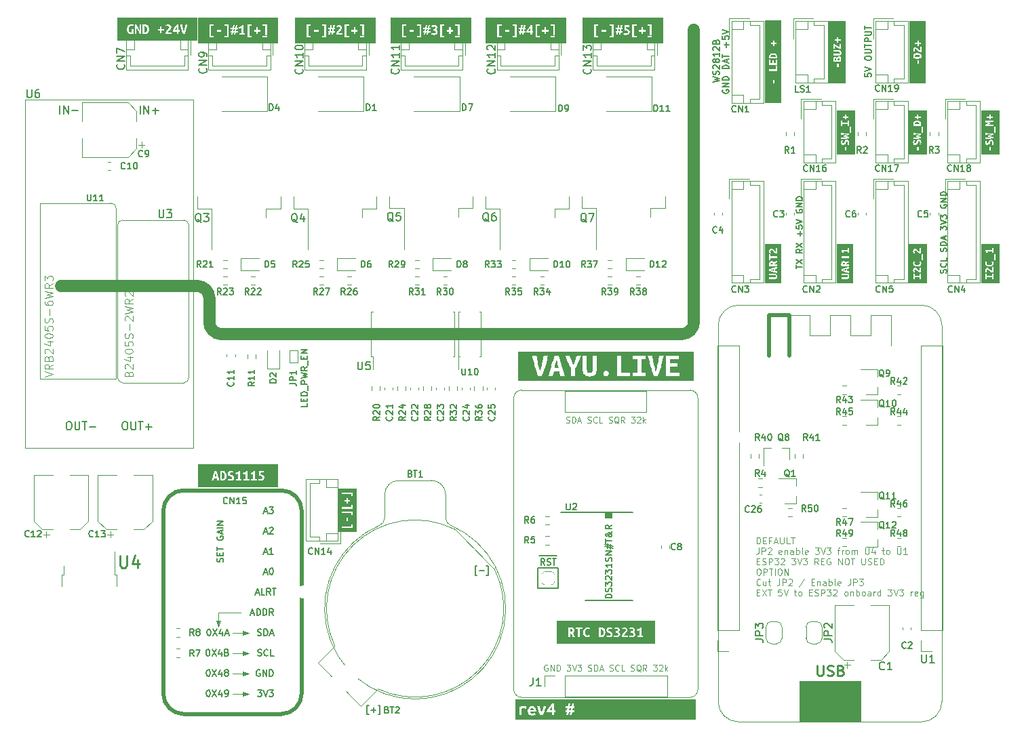
<source format=gbr>
%TF.GenerationSoftware,KiCad,Pcbnew,5.1.12-84ad8e8a86~92~ubuntu20.04.1*%
%TF.CreationDate,2021-11-30T13:36:37+05:30*%
%TF.ProjectId,vayuO2,76617975-4f32-42e6-9b69-6361645f7063,rev 3*%
%TF.SameCoordinates,Original*%
%TF.FileFunction,Legend,Top*%
%TF.FilePolarity,Positive*%
%FSLAX46Y46*%
G04 Gerber Fmt 4.6, Leading zero omitted, Abs format (unit mm)*
G04 Created by KiCad (PCBNEW 5.1.12-84ad8e8a86~92~ubuntu20.04.1) date 2021-11-30 13:36:37*
%MOMM*%
%LPD*%
G01*
G04 APERTURE LIST*
%ADD10C,1.500000*%
%ADD11C,0.100000*%
%ADD12C,0.127000*%
%ADD13C,0.120000*%
%ADD14C,0.508000*%
%ADD15C,0.101600*%
%ADD16C,0.152400*%
%ADD17C,0.127000*%
%TD*%
%ADD18C,0.150000*%
%ADD19C,0.254000*%
%ADD20C,0.250000*%
%ADD21C,3.048000*%
%ADD22R,1.700000X1.700000*%
%ADD23O,1.700000X1.700000*%
%ADD24C,3.000000*%
%ADD25C,1.700000*%
%ADD26O,1.700000X2.000000*%
%ADD27O,2.000000X1.700000*%
%ADD28O,1.950000X1.700000*%
%ADD29R,10.800000X9.400000*%
%ADD30R,1.100000X4.600000*%
%ADD31R,0.900000X0.800000*%
%ADD32O,2.600000X3.900000*%
%ADD33C,1.800000*%
%ADD34R,1.200000X2.200000*%
%ADD35R,5.800000X6.400000*%
%ADD36R,0.600000X0.400000*%
%ADD37C,6.400000*%
%ADD38C,0.800000*%
%ADD39C,2.600000*%
%ADD40R,1.998980X0.599440*%
%ADD41R,0.800000X0.900000*%
%ADD42R,2.500000X2.300000*%
%ADD43C,1.524000*%
%ADD44C,4.572000*%
G04 APERTURE END LIST*
D10*
X72000000Y-83500000D02*
X55000000Y-83500000D01*
X72000000Y-83500000D02*
G75*
G02*
X73500000Y-85000000I0J-1500000D01*
G01*
D11*
X141855476Y-115711904D02*
X141855476Y-114911904D01*
X142045952Y-114911904D01*
X142160238Y-114950000D01*
X142236428Y-115026190D01*
X142274523Y-115102380D01*
X142312619Y-115254761D01*
X142312619Y-115369047D01*
X142274523Y-115521428D01*
X142236428Y-115597619D01*
X142160238Y-115673809D01*
X142045952Y-115711904D01*
X141855476Y-115711904D01*
X142655476Y-115292857D02*
X142922142Y-115292857D01*
X143036428Y-115711904D02*
X142655476Y-115711904D01*
X142655476Y-114911904D01*
X143036428Y-114911904D01*
X143645952Y-115292857D02*
X143379285Y-115292857D01*
X143379285Y-115711904D02*
X143379285Y-114911904D01*
X143760238Y-114911904D01*
X144026904Y-115483333D02*
X144407857Y-115483333D01*
X143950714Y-115711904D02*
X144217380Y-114911904D01*
X144484047Y-115711904D01*
X144750714Y-114911904D02*
X144750714Y-115559523D01*
X144788809Y-115635714D01*
X144826904Y-115673809D01*
X144903095Y-115711904D01*
X145055476Y-115711904D01*
X145131666Y-115673809D01*
X145169761Y-115635714D01*
X145207857Y-115559523D01*
X145207857Y-114911904D01*
X145969761Y-115711904D02*
X145588809Y-115711904D01*
X145588809Y-114911904D01*
X146122142Y-114911904D02*
X146579285Y-114911904D01*
X146350714Y-115711904D02*
X146350714Y-114911904D01*
X142084047Y-116211904D02*
X142084047Y-116783333D01*
X142045952Y-116897619D01*
X141969761Y-116973809D01*
X141855476Y-117011904D01*
X141779285Y-117011904D01*
X142465000Y-117011904D02*
X142465000Y-116211904D01*
X142769761Y-116211904D01*
X142845952Y-116250000D01*
X142884047Y-116288095D01*
X142922142Y-116364285D01*
X142922142Y-116478571D01*
X142884047Y-116554761D01*
X142845952Y-116592857D01*
X142769761Y-116630952D01*
X142465000Y-116630952D01*
X143226904Y-116288095D02*
X143265000Y-116250000D01*
X143341190Y-116211904D01*
X143531666Y-116211904D01*
X143607857Y-116250000D01*
X143645952Y-116288095D01*
X143684047Y-116364285D01*
X143684047Y-116440476D01*
X143645952Y-116554761D01*
X143188809Y-117011904D01*
X143684047Y-117011904D01*
X144941190Y-116973809D02*
X144865000Y-117011904D01*
X144712619Y-117011904D01*
X144636428Y-116973809D01*
X144598333Y-116897619D01*
X144598333Y-116592857D01*
X144636428Y-116516666D01*
X144712619Y-116478571D01*
X144865000Y-116478571D01*
X144941190Y-116516666D01*
X144979285Y-116592857D01*
X144979285Y-116669047D01*
X144598333Y-116745238D01*
X145322142Y-116478571D02*
X145322142Y-117011904D01*
X145322142Y-116554761D02*
X145360238Y-116516666D01*
X145436428Y-116478571D01*
X145550714Y-116478571D01*
X145626904Y-116516666D01*
X145665000Y-116592857D01*
X145665000Y-117011904D01*
X146388809Y-117011904D02*
X146388809Y-116592857D01*
X146350714Y-116516666D01*
X146274523Y-116478571D01*
X146122142Y-116478571D01*
X146045952Y-116516666D01*
X146388809Y-116973809D02*
X146312619Y-117011904D01*
X146122142Y-117011904D01*
X146045952Y-116973809D01*
X146007857Y-116897619D01*
X146007857Y-116821428D01*
X146045952Y-116745238D01*
X146122142Y-116707142D01*
X146312619Y-116707142D01*
X146388809Y-116669047D01*
X146769761Y-117011904D02*
X146769761Y-116211904D01*
X146769761Y-116516666D02*
X146845952Y-116478571D01*
X146998333Y-116478571D01*
X147074523Y-116516666D01*
X147112619Y-116554761D01*
X147150714Y-116630952D01*
X147150714Y-116859523D01*
X147112619Y-116935714D01*
X147074523Y-116973809D01*
X146998333Y-117011904D01*
X146845952Y-117011904D01*
X146769761Y-116973809D01*
X147607857Y-117011904D02*
X147531666Y-116973809D01*
X147493571Y-116897619D01*
X147493571Y-116211904D01*
X148217380Y-116973809D02*
X148141190Y-117011904D01*
X147988809Y-117011904D01*
X147912619Y-116973809D01*
X147874523Y-116897619D01*
X147874523Y-116592857D01*
X147912619Y-116516666D01*
X147988809Y-116478571D01*
X148141190Y-116478571D01*
X148217380Y-116516666D01*
X148255476Y-116592857D01*
X148255476Y-116669047D01*
X147874523Y-116745238D01*
X149131666Y-116211904D02*
X149626904Y-116211904D01*
X149360238Y-116516666D01*
X149474523Y-116516666D01*
X149550714Y-116554761D01*
X149588809Y-116592857D01*
X149626904Y-116669047D01*
X149626904Y-116859523D01*
X149588809Y-116935714D01*
X149550714Y-116973809D01*
X149474523Y-117011904D01*
X149245952Y-117011904D01*
X149169761Y-116973809D01*
X149131666Y-116935714D01*
X149855476Y-116211904D02*
X150122142Y-117011904D01*
X150388809Y-116211904D01*
X150579285Y-116211904D02*
X151074523Y-116211904D01*
X150807857Y-116516666D01*
X150922142Y-116516666D01*
X150998333Y-116554761D01*
X151036428Y-116592857D01*
X151074523Y-116669047D01*
X151074523Y-116859523D01*
X151036428Y-116935714D01*
X150998333Y-116973809D01*
X150922142Y-117011904D01*
X150693571Y-117011904D01*
X150617380Y-116973809D01*
X150579285Y-116935714D01*
X151912619Y-116478571D02*
X152217380Y-116478571D01*
X152026904Y-117011904D02*
X152026904Y-116326190D01*
X152065000Y-116250000D01*
X152141190Y-116211904D01*
X152217380Y-116211904D01*
X152484047Y-117011904D02*
X152484047Y-116478571D01*
X152484047Y-116630952D02*
X152522142Y-116554761D01*
X152560238Y-116516666D01*
X152636428Y-116478571D01*
X152712619Y-116478571D01*
X153093571Y-117011904D02*
X153017380Y-116973809D01*
X152979285Y-116935714D01*
X152941190Y-116859523D01*
X152941190Y-116630952D01*
X152979285Y-116554761D01*
X153017380Y-116516666D01*
X153093571Y-116478571D01*
X153207857Y-116478571D01*
X153284047Y-116516666D01*
X153322142Y-116554761D01*
X153360238Y-116630952D01*
X153360238Y-116859523D01*
X153322142Y-116935714D01*
X153284047Y-116973809D01*
X153207857Y-117011904D01*
X153093571Y-117011904D01*
X153703095Y-117011904D02*
X153703095Y-116478571D01*
X153703095Y-116554761D02*
X153741190Y-116516666D01*
X153817380Y-116478571D01*
X153931666Y-116478571D01*
X154007857Y-116516666D01*
X154045952Y-116592857D01*
X154045952Y-117011904D01*
X154045952Y-116592857D02*
X154084047Y-116516666D01*
X154160238Y-116478571D01*
X154274523Y-116478571D01*
X154350714Y-116516666D01*
X154388809Y-116592857D01*
X154388809Y-117011904D01*
X155379285Y-116211904D02*
X155379285Y-116859523D01*
X155417380Y-116935714D01*
X155455476Y-116973809D01*
X155531666Y-117011904D01*
X155684047Y-117011904D01*
X155760238Y-116973809D01*
X155798333Y-116935714D01*
X155836428Y-116859523D01*
X155836428Y-116211904D01*
X156560238Y-116478571D02*
X156560238Y-117011904D01*
X156369761Y-116173809D02*
X156179285Y-116745238D01*
X156674523Y-116745238D01*
X157474523Y-116478571D02*
X157779285Y-116478571D01*
X157588809Y-116211904D02*
X157588809Y-116897619D01*
X157626904Y-116973809D01*
X157703095Y-117011904D01*
X157779285Y-117011904D01*
X158160238Y-117011904D02*
X158084047Y-116973809D01*
X158045952Y-116935714D01*
X158007857Y-116859523D01*
X158007857Y-116630952D01*
X158045952Y-116554761D01*
X158084047Y-116516666D01*
X158160238Y-116478571D01*
X158274523Y-116478571D01*
X158350714Y-116516666D01*
X158388809Y-116554761D01*
X158426904Y-116630952D01*
X158426904Y-116859523D01*
X158388809Y-116935714D01*
X158350714Y-116973809D01*
X158274523Y-117011904D01*
X158160238Y-117011904D01*
X159379285Y-116211904D02*
X159379285Y-116859523D01*
X159417380Y-116935714D01*
X159455476Y-116973809D01*
X159531666Y-117011904D01*
X159684047Y-117011904D01*
X159760238Y-116973809D01*
X159798333Y-116935714D01*
X159836428Y-116859523D01*
X159836428Y-116211904D01*
X160636428Y-117011904D02*
X160179285Y-117011904D01*
X160407857Y-117011904D02*
X160407857Y-116211904D01*
X160331666Y-116326190D01*
X160255476Y-116402380D01*
X160179285Y-116440476D01*
X141855476Y-117892857D02*
X142122142Y-117892857D01*
X142236428Y-118311904D02*
X141855476Y-118311904D01*
X141855476Y-117511904D01*
X142236428Y-117511904D01*
X142541190Y-118273809D02*
X142655476Y-118311904D01*
X142845952Y-118311904D01*
X142922142Y-118273809D01*
X142960238Y-118235714D01*
X142998333Y-118159523D01*
X142998333Y-118083333D01*
X142960238Y-118007142D01*
X142922142Y-117969047D01*
X142845952Y-117930952D01*
X142693571Y-117892857D01*
X142617380Y-117854761D01*
X142579285Y-117816666D01*
X142541190Y-117740476D01*
X142541190Y-117664285D01*
X142579285Y-117588095D01*
X142617380Y-117550000D01*
X142693571Y-117511904D01*
X142884047Y-117511904D01*
X142998333Y-117550000D01*
X143341190Y-118311904D02*
X143341190Y-117511904D01*
X143645952Y-117511904D01*
X143722142Y-117550000D01*
X143760238Y-117588095D01*
X143798333Y-117664285D01*
X143798333Y-117778571D01*
X143760238Y-117854761D01*
X143722142Y-117892857D01*
X143645952Y-117930952D01*
X143341190Y-117930952D01*
X144065000Y-117511904D02*
X144560238Y-117511904D01*
X144293571Y-117816666D01*
X144407857Y-117816666D01*
X144484047Y-117854761D01*
X144522142Y-117892857D01*
X144560238Y-117969047D01*
X144560238Y-118159523D01*
X144522142Y-118235714D01*
X144484047Y-118273809D01*
X144407857Y-118311904D01*
X144179285Y-118311904D01*
X144103095Y-118273809D01*
X144065000Y-118235714D01*
X144865000Y-117588095D02*
X144903095Y-117550000D01*
X144979285Y-117511904D01*
X145169761Y-117511904D01*
X145245952Y-117550000D01*
X145284047Y-117588095D01*
X145322142Y-117664285D01*
X145322142Y-117740476D01*
X145284047Y-117854761D01*
X144826904Y-118311904D01*
X145322142Y-118311904D01*
X146198333Y-117511904D02*
X146693571Y-117511904D01*
X146426904Y-117816666D01*
X146541190Y-117816666D01*
X146617380Y-117854761D01*
X146655476Y-117892857D01*
X146693571Y-117969047D01*
X146693571Y-118159523D01*
X146655476Y-118235714D01*
X146617380Y-118273809D01*
X146541190Y-118311904D01*
X146312619Y-118311904D01*
X146236428Y-118273809D01*
X146198333Y-118235714D01*
X146922142Y-117511904D02*
X147188809Y-118311904D01*
X147455476Y-117511904D01*
X147645952Y-117511904D02*
X148141190Y-117511904D01*
X147874523Y-117816666D01*
X147988809Y-117816666D01*
X148065000Y-117854761D01*
X148103095Y-117892857D01*
X148141190Y-117969047D01*
X148141190Y-118159523D01*
X148103095Y-118235714D01*
X148065000Y-118273809D01*
X147988809Y-118311904D01*
X147760238Y-118311904D01*
X147684047Y-118273809D01*
X147645952Y-118235714D01*
X149550714Y-118311904D02*
X149284047Y-117930952D01*
X149093571Y-118311904D02*
X149093571Y-117511904D01*
X149398333Y-117511904D01*
X149474523Y-117550000D01*
X149512619Y-117588095D01*
X149550714Y-117664285D01*
X149550714Y-117778571D01*
X149512619Y-117854761D01*
X149474523Y-117892857D01*
X149398333Y-117930952D01*
X149093571Y-117930952D01*
X149893571Y-117892857D02*
X150160238Y-117892857D01*
X150274523Y-118311904D02*
X149893571Y-118311904D01*
X149893571Y-117511904D01*
X150274523Y-117511904D01*
X151036428Y-117550000D02*
X150960238Y-117511904D01*
X150845952Y-117511904D01*
X150731666Y-117550000D01*
X150655476Y-117626190D01*
X150617380Y-117702380D01*
X150579285Y-117854761D01*
X150579285Y-117969047D01*
X150617380Y-118121428D01*
X150655476Y-118197619D01*
X150731666Y-118273809D01*
X150845952Y-118311904D01*
X150922142Y-118311904D01*
X151036428Y-118273809D01*
X151074523Y-118235714D01*
X151074523Y-117969047D01*
X150922142Y-117969047D01*
X152026904Y-118311904D02*
X152026904Y-117511904D01*
X152484047Y-118311904D01*
X152484047Y-117511904D01*
X153017380Y-117511904D02*
X153169761Y-117511904D01*
X153245952Y-117550000D01*
X153322142Y-117626190D01*
X153360238Y-117778571D01*
X153360238Y-118045238D01*
X153322142Y-118197619D01*
X153245952Y-118273809D01*
X153169761Y-118311904D01*
X153017380Y-118311904D01*
X152941190Y-118273809D01*
X152865000Y-118197619D01*
X152826904Y-118045238D01*
X152826904Y-117778571D01*
X152865000Y-117626190D01*
X152941190Y-117550000D01*
X153017380Y-117511904D01*
X153588809Y-117511904D02*
X154045952Y-117511904D01*
X153817380Y-118311904D02*
X153817380Y-117511904D01*
X154922142Y-117511904D02*
X154922142Y-118159523D01*
X154960238Y-118235714D01*
X154998333Y-118273809D01*
X155074523Y-118311904D01*
X155226904Y-118311904D01*
X155303095Y-118273809D01*
X155341190Y-118235714D01*
X155379285Y-118159523D01*
X155379285Y-117511904D01*
X155722142Y-118273809D02*
X155836428Y-118311904D01*
X156026904Y-118311904D01*
X156103095Y-118273809D01*
X156141190Y-118235714D01*
X156179285Y-118159523D01*
X156179285Y-118083333D01*
X156141190Y-118007142D01*
X156103095Y-117969047D01*
X156026904Y-117930952D01*
X155874523Y-117892857D01*
X155798333Y-117854761D01*
X155760238Y-117816666D01*
X155722142Y-117740476D01*
X155722142Y-117664285D01*
X155760238Y-117588095D01*
X155798333Y-117550000D01*
X155874523Y-117511904D01*
X156065000Y-117511904D01*
X156179285Y-117550000D01*
X156522142Y-117892857D02*
X156788809Y-117892857D01*
X156903095Y-118311904D02*
X156522142Y-118311904D01*
X156522142Y-117511904D01*
X156903095Y-117511904D01*
X157245952Y-118311904D02*
X157245952Y-117511904D01*
X157436428Y-117511904D01*
X157550714Y-117550000D01*
X157626904Y-117626190D01*
X157665000Y-117702380D01*
X157703095Y-117854761D01*
X157703095Y-117969047D01*
X157665000Y-118121428D01*
X157626904Y-118197619D01*
X157550714Y-118273809D01*
X157436428Y-118311904D01*
X157245952Y-118311904D01*
X142007857Y-118811904D02*
X142160238Y-118811904D01*
X142236428Y-118850000D01*
X142312619Y-118926190D01*
X142350714Y-119078571D01*
X142350714Y-119345238D01*
X142312619Y-119497619D01*
X142236428Y-119573809D01*
X142160238Y-119611904D01*
X142007857Y-119611904D01*
X141931666Y-119573809D01*
X141855476Y-119497619D01*
X141817380Y-119345238D01*
X141817380Y-119078571D01*
X141855476Y-118926190D01*
X141931666Y-118850000D01*
X142007857Y-118811904D01*
X142693571Y-119611904D02*
X142693571Y-118811904D01*
X142998333Y-118811904D01*
X143074523Y-118850000D01*
X143112619Y-118888095D01*
X143150714Y-118964285D01*
X143150714Y-119078571D01*
X143112619Y-119154761D01*
X143074523Y-119192857D01*
X142998333Y-119230952D01*
X142693571Y-119230952D01*
X143379285Y-118811904D02*
X143836428Y-118811904D01*
X143607857Y-119611904D02*
X143607857Y-118811904D01*
X144103095Y-119611904D02*
X144103095Y-118811904D01*
X144636428Y-118811904D02*
X144788809Y-118811904D01*
X144865000Y-118850000D01*
X144941190Y-118926190D01*
X144979285Y-119078571D01*
X144979285Y-119345238D01*
X144941190Y-119497619D01*
X144865000Y-119573809D01*
X144788809Y-119611904D01*
X144636428Y-119611904D01*
X144560238Y-119573809D01*
X144484047Y-119497619D01*
X144445952Y-119345238D01*
X144445952Y-119078571D01*
X144484047Y-118926190D01*
X144560238Y-118850000D01*
X144636428Y-118811904D01*
X145322142Y-119611904D02*
X145322142Y-118811904D01*
X145779285Y-119611904D01*
X145779285Y-118811904D01*
X142312619Y-120835714D02*
X142274523Y-120873809D01*
X142160238Y-120911904D01*
X142084047Y-120911904D01*
X141969761Y-120873809D01*
X141893571Y-120797619D01*
X141855476Y-120721428D01*
X141817380Y-120569047D01*
X141817380Y-120454761D01*
X141855476Y-120302380D01*
X141893571Y-120226190D01*
X141969761Y-120150000D01*
X142084047Y-120111904D01*
X142160238Y-120111904D01*
X142274523Y-120150000D01*
X142312619Y-120188095D01*
X142998333Y-120378571D02*
X142998333Y-120911904D01*
X142655476Y-120378571D02*
X142655476Y-120797619D01*
X142693571Y-120873809D01*
X142769761Y-120911904D01*
X142884047Y-120911904D01*
X142960238Y-120873809D01*
X142998333Y-120835714D01*
X143265000Y-120378571D02*
X143569761Y-120378571D01*
X143379285Y-120111904D02*
X143379285Y-120797619D01*
X143417380Y-120873809D01*
X143493571Y-120911904D01*
X143569761Y-120911904D01*
X144674523Y-120111904D02*
X144674523Y-120683333D01*
X144636428Y-120797619D01*
X144560238Y-120873809D01*
X144445952Y-120911904D01*
X144369761Y-120911904D01*
X145055476Y-120911904D02*
X145055476Y-120111904D01*
X145360238Y-120111904D01*
X145436428Y-120150000D01*
X145474523Y-120188095D01*
X145512619Y-120264285D01*
X145512619Y-120378571D01*
X145474523Y-120454761D01*
X145436428Y-120492857D01*
X145360238Y-120530952D01*
X145055476Y-120530952D01*
X145817380Y-120188095D02*
X145855476Y-120150000D01*
X145931666Y-120111904D01*
X146122142Y-120111904D01*
X146198333Y-120150000D01*
X146236428Y-120188095D01*
X146274523Y-120264285D01*
X146274523Y-120340476D01*
X146236428Y-120454761D01*
X145779285Y-120911904D01*
X146274523Y-120911904D01*
X147798333Y-120073809D02*
X147112619Y-121102380D01*
X148674523Y-120492857D02*
X148941190Y-120492857D01*
X149055476Y-120911904D02*
X148674523Y-120911904D01*
X148674523Y-120111904D01*
X149055476Y-120111904D01*
X149398333Y-120378571D02*
X149398333Y-120911904D01*
X149398333Y-120454761D02*
X149436428Y-120416666D01*
X149512619Y-120378571D01*
X149626904Y-120378571D01*
X149703095Y-120416666D01*
X149741190Y-120492857D01*
X149741190Y-120911904D01*
X150465000Y-120911904D02*
X150465000Y-120492857D01*
X150426904Y-120416666D01*
X150350714Y-120378571D01*
X150198333Y-120378571D01*
X150122142Y-120416666D01*
X150465000Y-120873809D02*
X150388809Y-120911904D01*
X150198333Y-120911904D01*
X150122142Y-120873809D01*
X150084047Y-120797619D01*
X150084047Y-120721428D01*
X150122142Y-120645238D01*
X150198333Y-120607142D01*
X150388809Y-120607142D01*
X150465000Y-120569047D01*
X150845952Y-120911904D02*
X150845952Y-120111904D01*
X150845952Y-120416666D02*
X150922142Y-120378571D01*
X151074523Y-120378571D01*
X151150714Y-120416666D01*
X151188809Y-120454761D01*
X151226904Y-120530952D01*
X151226904Y-120759523D01*
X151188809Y-120835714D01*
X151150714Y-120873809D01*
X151074523Y-120911904D01*
X150922142Y-120911904D01*
X150845952Y-120873809D01*
X151684047Y-120911904D02*
X151607857Y-120873809D01*
X151569761Y-120797619D01*
X151569761Y-120111904D01*
X152293571Y-120873809D02*
X152217380Y-120911904D01*
X152065000Y-120911904D01*
X151988809Y-120873809D01*
X151950714Y-120797619D01*
X151950714Y-120492857D01*
X151988809Y-120416666D01*
X152065000Y-120378571D01*
X152217380Y-120378571D01*
X152293571Y-120416666D01*
X152331666Y-120492857D01*
X152331666Y-120569047D01*
X151950714Y-120645238D01*
X153512619Y-120111904D02*
X153512619Y-120683333D01*
X153474523Y-120797619D01*
X153398333Y-120873809D01*
X153284047Y-120911904D01*
X153207857Y-120911904D01*
X153893571Y-120911904D02*
X153893571Y-120111904D01*
X154198333Y-120111904D01*
X154274523Y-120150000D01*
X154312619Y-120188095D01*
X154350714Y-120264285D01*
X154350714Y-120378571D01*
X154312619Y-120454761D01*
X154274523Y-120492857D01*
X154198333Y-120530952D01*
X153893571Y-120530952D01*
X154617380Y-120111904D02*
X155112619Y-120111904D01*
X154845952Y-120416666D01*
X154960238Y-120416666D01*
X155036428Y-120454761D01*
X155074523Y-120492857D01*
X155112619Y-120569047D01*
X155112619Y-120759523D01*
X155074523Y-120835714D01*
X155036428Y-120873809D01*
X154960238Y-120911904D01*
X154731666Y-120911904D01*
X154655476Y-120873809D01*
X154617380Y-120835714D01*
X141855476Y-121792857D02*
X142122142Y-121792857D01*
X142236428Y-122211904D02*
X141855476Y-122211904D01*
X141855476Y-121411904D01*
X142236428Y-121411904D01*
X142503095Y-121411904D02*
X143036428Y-122211904D01*
X143036428Y-121411904D02*
X142503095Y-122211904D01*
X143226904Y-121411904D02*
X143684047Y-121411904D01*
X143455476Y-122211904D02*
X143455476Y-121411904D01*
X144941190Y-121411904D02*
X144560238Y-121411904D01*
X144522142Y-121792857D01*
X144560238Y-121754761D01*
X144636428Y-121716666D01*
X144826904Y-121716666D01*
X144903095Y-121754761D01*
X144941190Y-121792857D01*
X144979285Y-121869047D01*
X144979285Y-122059523D01*
X144941190Y-122135714D01*
X144903095Y-122173809D01*
X144826904Y-122211904D01*
X144636428Y-122211904D01*
X144560238Y-122173809D01*
X144522142Y-122135714D01*
X145207857Y-121411904D02*
X145474523Y-122211904D01*
X145741190Y-121411904D01*
X146503095Y-121678571D02*
X146807857Y-121678571D01*
X146617380Y-121411904D02*
X146617380Y-122097619D01*
X146655476Y-122173809D01*
X146731666Y-122211904D01*
X146807857Y-122211904D01*
X147188809Y-122211904D02*
X147112619Y-122173809D01*
X147074523Y-122135714D01*
X147036428Y-122059523D01*
X147036428Y-121830952D01*
X147074523Y-121754761D01*
X147112619Y-121716666D01*
X147188809Y-121678571D01*
X147303095Y-121678571D01*
X147379285Y-121716666D01*
X147417380Y-121754761D01*
X147455476Y-121830952D01*
X147455476Y-122059523D01*
X147417380Y-122135714D01*
X147379285Y-122173809D01*
X147303095Y-122211904D01*
X147188809Y-122211904D01*
X148407857Y-121792857D02*
X148674523Y-121792857D01*
X148788809Y-122211904D02*
X148407857Y-122211904D01*
X148407857Y-121411904D01*
X148788809Y-121411904D01*
X149093571Y-122173809D02*
X149207857Y-122211904D01*
X149398333Y-122211904D01*
X149474523Y-122173809D01*
X149512619Y-122135714D01*
X149550714Y-122059523D01*
X149550714Y-121983333D01*
X149512619Y-121907142D01*
X149474523Y-121869047D01*
X149398333Y-121830952D01*
X149245952Y-121792857D01*
X149169761Y-121754761D01*
X149131666Y-121716666D01*
X149093571Y-121640476D01*
X149093571Y-121564285D01*
X149131666Y-121488095D01*
X149169761Y-121450000D01*
X149245952Y-121411904D01*
X149436428Y-121411904D01*
X149550714Y-121450000D01*
X149893571Y-122211904D02*
X149893571Y-121411904D01*
X150198333Y-121411904D01*
X150274523Y-121450000D01*
X150312619Y-121488095D01*
X150350714Y-121564285D01*
X150350714Y-121678571D01*
X150312619Y-121754761D01*
X150274523Y-121792857D01*
X150198333Y-121830952D01*
X149893571Y-121830952D01*
X150617380Y-121411904D02*
X151112619Y-121411904D01*
X150845952Y-121716666D01*
X150960238Y-121716666D01*
X151036428Y-121754761D01*
X151074523Y-121792857D01*
X151112619Y-121869047D01*
X151112619Y-122059523D01*
X151074523Y-122135714D01*
X151036428Y-122173809D01*
X150960238Y-122211904D01*
X150731666Y-122211904D01*
X150655476Y-122173809D01*
X150617380Y-122135714D01*
X151417380Y-121488095D02*
X151455476Y-121450000D01*
X151531666Y-121411904D01*
X151722142Y-121411904D01*
X151798333Y-121450000D01*
X151836428Y-121488095D01*
X151874523Y-121564285D01*
X151874523Y-121640476D01*
X151836428Y-121754761D01*
X151379285Y-122211904D01*
X151874523Y-122211904D01*
X152941190Y-122211904D02*
X152865000Y-122173809D01*
X152826904Y-122135714D01*
X152788809Y-122059523D01*
X152788809Y-121830952D01*
X152826904Y-121754761D01*
X152865000Y-121716666D01*
X152941190Y-121678571D01*
X153055476Y-121678571D01*
X153131666Y-121716666D01*
X153169761Y-121754761D01*
X153207857Y-121830952D01*
X153207857Y-122059523D01*
X153169761Y-122135714D01*
X153131666Y-122173809D01*
X153055476Y-122211904D01*
X152941190Y-122211904D01*
X153550714Y-121678571D02*
X153550714Y-122211904D01*
X153550714Y-121754761D02*
X153588809Y-121716666D01*
X153665000Y-121678571D01*
X153779285Y-121678571D01*
X153855476Y-121716666D01*
X153893571Y-121792857D01*
X153893571Y-122211904D01*
X154274523Y-122211904D02*
X154274523Y-121411904D01*
X154274523Y-121716666D02*
X154350714Y-121678571D01*
X154503095Y-121678571D01*
X154579285Y-121716666D01*
X154617380Y-121754761D01*
X154655476Y-121830952D01*
X154655476Y-122059523D01*
X154617380Y-122135714D01*
X154579285Y-122173809D01*
X154503095Y-122211904D01*
X154350714Y-122211904D01*
X154274523Y-122173809D01*
X155112619Y-122211904D02*
X155036428Y-122173809D01*
X154998333Y-122135714D01*
X154960238Y-122059523D01*
X154960238Y-121830952D01*
X154998333Y-121754761D01*
X155036428Y-121716666D01*
X155112619Y-121678571D01*
X155226904Y-121678571D01*
X155303095Y-121716666D01*
X155341190Y-121754761D01*
X155379285Y-121830952D01*
X155379285Y-122059523D01*
X155341190Y-122135714D01*
X155303095Y-122173809D01*
X155226904Y-122211904D01*
X155112619Y-122211904D01*
X156065000Y-122211904D02*
X156065000Y-121792857D01*
X156026904Y-121716666D01*
X155950714Y-121678571D01*
X155798333Y-121678571D01*
X155722142Y-121716666D01*
X156065000Y-122173809D02*
X155988809Y-122211904D01*
X155798333Y-122211904D01*
X155722142Y-122173809D01*
X155684047Y-122097619D01*
X155684047Y-122021428D01*
X155722142Y-121945238D01*
X155798333Y-121907142D01*
X155988809Y-121907142D01*
X156065000Y-121869047D01*
X156445952Y-122211904D02*
X156445952Y-121678571D01*
X156445952Y-121830952D02*
X156484047Y-121754761D01*
X156522142Y-121716666D01*
X156598333Y-121678571D01*
X156674523Y-121678571D01*
X157284047Y-122211904D02*
X157284047Y-121411904D01*
X157284047Y-122173809D02*
X157207857Y-122211904D01*
X157055476Y-122211904D01*
X156979285Y-122173809D01*
X156941190Y-122135714D01*
X156903095Y-122059523D01*
X156903095Y-121830952D01*
X156941190Y-121754761D01*
X156979285Y-121716666D01*
X157055476Y-121678571D01*
X157207857Y-121678571D01*
X157284047Y-121716666D01*
X158198333Y-121411904D02*
X158693571Y-121411904D01*
X158426904Y-121716666D01*
X158541190Y-121716666D01*
X158617380Y-121754761D01*
X158655476Y-121792857D01*
X158693571Y-121869047D01*
X158693571Y-122059523D01*
X158655476Y-122135714D01*
X158617380Y-122173809D01*
X158541190Y-122211904D01*
X158312619Y-122211904D01*
X158236428Y-122173809D01*
X158198333Y-122135714D01*
X158922142Y-121411904D02*
X159188809Y-122211904D01*
X159455476Y-121411904D01*
X159645952Y-121411904D02*
X160141190Y-121411904D01*
X159874523Y-121716666D01*
X159988809Y-121716666D01*
X160065000Y-121754761D01*
X160103095Y-121792857D01*
X160141190Y-121869047D01*
X160141190Y-122059523D01*
X160103095Y-122135714D01*
X160065000Y-122173809D01*
X159988809Y-122211904D01*
X159760238Y-122211904D01*
X159684047Y-122173809D01*
X159645952Y-122135714D01*
X161093571Y-122211904D02*
X161093571Y-121678571D01*
X161093571Y-121830952D02*
X161131666Y-121754761D01*
X161169761Y-121716666D01*
X161245952Y-121678571D01*
X161322142Y-121678571D01*
X161893571Y-122173809D02*
X161817380Y-122211904D01*
X161665000Y-122211904D01*
X161588809Y-122173809D01*
X161550714Y-122097619D01*
X161550714Y-121792857D01*
X161588809Y-121716666D01*
X161665000Y-121678571D01*
X161817380Y-121678571D01*
X161893571Y-121716666D01*
X161931666Y-121792857D01*
X161931666Y-121869047D01*
X161550714Y-121945238D01*
X162617380Y-121678571D02*
X162617380Y-122326190D01*
X162579285Y-122402380D01*
X162541190Y-122440476D01*
X162465000Y-122478571D01*
X162350714Y-122478571D01*
X162274523Y-122440476D01*
X162617380Y-122173809D02*
X162541190Y-122211904D01*
X162388809Y-122211904D01*
X162312619Y-122173809D01*
X162274523Y-122135714D01*
X162236428Y-122059523D01*
X162236428Y-121830952D01*
X162274523Y-121754761D01*
X162312619Y-121716666D01*
X162388809Y-121678571D01*
X162541190Y-121678571D01*
X162617380Y-121716666D01*
D10*
X73500000Y-88000000D02*
X73500000Y-85000000D01*
X75000000Y-89500000D02*
G75*
G02*
X73500000Y-88000000I0J1500000D01*
G01*
X134000000Y-88000000D02*
G75*
G02*
X132500000Y-89500000I-1500000J0D01*
G01*
X134000000Y-88000000D02*
X134000000Y-51500000D01*
X75000000Y-89500000D02*
X132500000Y-89500000D01*
D12*
G36*
X150863627Y-58195857D02*
G01*
X151883331Y-56162931D01*
X151883331Y-55727956D01*
X152075419Y-55727956D01*
X152075419Y-56162931D01*
X151883331Y-56162931D01*
X150863627Y-58195857D01*
X150863627Y-58195990D01*
X152936373Y-58195990D01*
X152370694Y-55462844D01*
X151416606Y-55462844D01*
X151399938Y-55340606D01*
X151392794Y-55208844D01*
X151398548Y-55108038D01*
X151415812Y-55027869D01*
X151476137Y-54918331D01*
X151559481Y-54864356D01*
X151651556Y-54850069D01*
X151717437Y-54858602D01*
X151775381Y-54884200D01*
X151861106Y-54975481D01*
X151903969Y-54891542D01*
X151959531Y-54839750D01*
X152023031Y-54812961D01*
X152089706Y-54804031D01*
X152171264Y-54811572D01*
X152238138Y-54834194D01*
X152333388Y-54915950D01*
X152363947Y-54972306D01*
X152384188Y-55038188D01*
X152395498Y-55111411D01*
X152399269Y-55189794D01*
X152397483Y-55256072D01*
X152392125Y-55324731D01*
X152383195Y-55394184D01*
X152370694Y-55462844D01*
X152936373Y-58195990D01*
X152936373Y-58195857D01*
X152407206Y-54361119D01*
X152400658Y-54448630D01*
X152381013Y-54520663D01*
X152305606Y-54623056D01*
X152251234Y-54655600D01*
X152186544Y-54677031D01*
X152112725Y-54688938D01*
X152030969Y-54692906D01*
X151403906Y-54692906D01*
X151403906Y-54496056D01*
X152018269Y-54496056D01*
X152122250Y-54489706D01*
X152189719Y-54468275D01*
X152226231Y-54426206D01*
X152237344Y-54357944D01*
X152226231Y-54289681D01*
X152188925Y-54246819D01*
X152120663Y-54224594D01*
X152016681Y-54218244D01*
X151403906Y-54218244D01*
X151403906Y-54022981D01*
X152030969Y-54022981D01*
X152112725Y-54026950D01*
X152186544Y-54038856D01*
X152251234Y-54060684D01*
X152305606Y-54094419D01*
X152349064Y-54140456D01*
X152381013Y-54199194D01*
X152400658Y-54272219D01*
X152407206Y-54361119D01*
X152936373Y-58195857D01*
X152936373Y-50404143D01*
X152050019Y-52686306D01*
X152326244Y-52686306D01*
X152326244Y-52854581D01*
X152050019Y-52854581D01*
X152050019Y-53103819D01*
X151889681Y-53103819D01*
X151889681Y-52854581D01*
X151613456Y-52854581D01*
X151613456Y-52686306D01*
X151889681Y-52686306D01*
X151889681Y-52437069D01*
X152050019Y-52437069D01*
X152050019Y-52686306D01*
X152936373Y-50404143D01*
X152936373Y-50404010D01*
X150863627Y-50404010D01*
X151540431Y-53254631D01*
X151642031Y-53320116D01*
X151737281Y-53380044D01*
X151827173Y-53435209D01*
X151912700Y-53486406D01*
X151994456Y-53534230D01*
X152073038Y-53579275D01*
X152149436Y-53621939D01*
X152224644Y-53662619D01*
X152224644Y-53240344D01*
X152386569Y-53240344D01*
X152386569Y-53888044D01*
X152273856Y-53888044D01*
X152203808Y-53851928D01*
X152130188Y-53813431D01*
X152052202Y-53771362D01*
X151969056Y-53724531D01*
X151879759Y-53673136D01*
X151783319Y-53617375D01*
X151678941Y-53556455D01*
X151565831Y-53489581D01*
X151565831Y-53867406D01*
X151403906Y-53867406D01*
X151403906Y-53254631D01*
X151540431Y-53254631D01*
X150863627Y-50404010D01*
X150863627Y-50404143D01*
X150863627Y-58195857D01*
G37*
G36*
X151956356Y-55267581D02*
G01*
X152223056Y-55267581D01*
X152227819Y-55222338D01*
X152229406Y-55173919D01*
X152223850Y-55108831D01*
X152203213Y-55052475D01*
X152160350Y-55011994D01*
X152089706Y-54996119D01*
X151987313Y-55041363D01*
X151956356Y-55162806D01*
X151956356Y-55267581D01*
G37*
G36*
X151794431Y-55191381D02*
G01*
X151761887Y-55078669D01*
X151672194Y-55040569D01*
X151615837Y-55051681D01*
X151582500Y-55081844D01*
X151566625Y-55126294D01*
X151562656Y-55178681D01*
X151564244Y-55224719D01*
X151569006Y-55267581D01*
X151794431Y-55267581D01*
X151794431Y-55191381D01*
G37*
G36*
X116848596Y-125340935D02*
G01*
X118632787Y-126148020D01*
X118728990Y-126153735D01*
X118815667Y-126170880D01*
X118891867Y-126199931D01*
X118956638Y-126241365D01*
X119047125Y-126362332D01*
X119070699Y-126442104D01*
X119078557Y-126534735D01*
X119068080Y-126632842D01*
X119036647Y-126721425D01*
X118980926Y-126795244D01*
X118897583Y-126849060D01*
X119535757Y-127340550D01*
X119535757Y-126355665D01*
X119225242Y-126355665D01*
X119225242Y-126161355D01*
X120082492Y-126161355D01*
X120082492Y-126355665D01*
X119771977Y-126355665D01*
X120189768Y-126889184D01*
X120181552Y-126750000D01*
X120191554Y-126611411D01*
X120221557Y-126489015D01*
X120269421Y-126383526D01*
X120333000Y-126295657D01*
X120411105Y-126226125D01*
X120502545Y-126175642D01*
X120605177Y-126144924D01*
X120716857Y-126134685D01*
X120830205Y-126145162D01*
X120918787Y-126168975D01*
X120982605Y-126197550D01*
X121021657Y-126220410D01*
X120960698Y-126407100D01*
X120854970Y-126358522D01*
X120713047Y-126338520D01*
X120605415Y-126358522D01*
X120512070Y-126425197D01*
X120445395Y-126549975D01*
X120426107Y-126637605D01*
X120419677Y-126744285D01*
X120427403Y-126868428D01*
X120450581Y-126971615D01*
X120489210Y-127053848D01*
X120580888Y-127134572D01*
X120716857Y-127161480D01*
X120868305Y-127140525D01*
X120964507Y-127098615D01*
X122137987Y-127327215D01*
X122137987Y-126176595D01*
X122288482Y-126153735D01*
X122419927Y-126148020D01*
X122531132Y-126156592D01*
X122632335Y-126182310D01*
X122721156Y-126226363D01*
X122795212Y-126289942D01*
X122854506Y-126373286D01*
X122899035Y-126476632D01*
X122926896Y-126601648D01*
X122936182Y-126750000D01*
X122925943Y-126901686D01*
X122895225Y-127029083D01*
X122846409Y-127133619D01*
X122781877Y-127216725D01*
X123063818Y-127275780D01*
X123132398Y-127085280D01*
X123255270Y-127142430D01*
X123334566Y-127162433D01*
X123429578Y-127169100D01*
X123527685Y-127156718D01*
X123589598Y-127122428D01*
X123621030Y-127072898D01*
X123629603Y-127016700D01*
X123608648Y-126951930D01*
X123555308Y-126901448D01*
X123482918Y-126861443D01*
X123402908Y-126828105D01*
X123292418Y-126784290D01*
X123188595Y-126721425D01*
X123111443Y-126627127D01*
X123080963Y-126487110D01*
X123107871Y-126339472D01*
X123188595Y-126228030D01*
X123269346Y-126176172D01*
X123368088Y-126145057D01*
X123484823Y-126134685D01*
X123586502Y-126140876D01*
X123674370Y-126159450D01*
X123810578Y-126214695D01*
X123741998Y-126395670D01*
X123636270Y-126349950D01*
X123501968Y-126330900D01*
X123398251Y-126345928D01*
X123336021Y-126391013D01*
X123315278Y-126466155D01*
X123334328Y-126526162D01*
X123382905Y-126571882D01*
X123449580Y-126607125D01*
X123522922Y-126635700D01*
X123638175Y-126682372D01*
X123748665Y-126750953D01*
X123831533Y-126857633D01*
X123855821Y-126929784D01*
X123863918Y-127018605D01*
X123837009Y-127165528D01*
X123756285Y-127274828D01*
X123672148Y-127325098D01*
X123563245Y-127355261D01*
X123429578Y-127365315D01*
X123297656Y-127357457D01*
X123195263Y-127333883D01*
X123063818Y-127275780D01*
X122781877Y-127216725D01*
X122702582Y-127279352D01*
X122609475Y-127322453D01*
X122504462Y-127347456D01*
X122389447Y-127355790D01*
X122266575Y-127349123D01*
X122137987Y-127327215D01*
X120964507Y-127098615D01*
X121023562Y-127283400D01*
X120889260Y-127339598D01*
X120798058Y-127358886D01*
X120693997Y-127365315D01*
X120540751Y-127347535D01*
X120413751Y-127294195D01*
X120312997Y-127205295D01*
X120255490Y-127116832D01*
X120214414Y-127011461D01*
X120189768Y-126889184D01*
X119771977Y-126355665D01*
X119771977Y-127340550D01*
X119535757Y-127340550D01*
X118897583Y-126849060D01*
X118966163Y-126958598D01*
X119036647Y-127084328D01*
X119102370Y-127215773D01*
X119156662Y-127340550D01*
X118910917Y-127340550D01*
X118863531Y-127228393D01*
X118809000Y-127120523D01*
X118748754Y-127014081D01*
X118684222Y-126906210D01*
X118562302Y-126906210D01*
X118562302Y-127340550D01*
X118327987Y-127340550D01*
X118327987Y-126178500D01*
X118403235Y-126164212D01*
X118486102Y-126154687D01*
X118566112Y-126149925D01*
X118632787Y-126148020D01*
X116848596Y-125340935D01*
X116848437Y-125340935D01*
X116848437Y-128159065D01*
X124345883Y-127365315D01*
X124253490Y-127358648D01*
X124160145Y-127342455D01*
X124077278Y-127321500D01*
X124018223Y-127300545D01*
X124063943Y-127104330D01*
X124177290Y-127144335D01*
X124253728Y-127160051D01*
X124343978Y-127165290D01*
X124446133Y-127152431D01*
X124512570Y-127113855D01*
X124561148Y-126986220D01*
X124542574Y-126906924D01*
X124486853Y-126855728D01*
X124402556Y-126827867D01*
X124298258Y-126818580D01*
X124225868Y-126818580D01*
X124225868Y-126624270D01*
X124313498Y-126624270D01*
X124385888Y-126616650D01*
X124450658Y-126591885D01*
X124497330Y-126546165D01*
X124515428Y-126473775D01*
X124476375Y-126371857D01*
X124368743Y-126334710D01*
X124236345Y-126356617D01*
X124122998Y-126410910D01*
X124039178Y-126239460D01*
X124175385Y-126169927D01*
X124265634Y-126143496D01*
X124366838Y-126134685D01*
X124459468Y-126140876D01*
X124539240Y-126159450D01*
X124660208Y-126228982D01*
X124730693Y-126334710D01*
X124753553Y-126466155D01*
X125481263Y-126489015D01*
X125437448Y-126377572D01*
X125326958Y-126338520D01*
X125210753Y-126365190D01*
X125090738Y-126454725D01*
X124974533Y-126290895D01*
X125056686Y-126221362D01*
X125150745Y-126172785D01*
X125250519Y-126144210D01*
X125349818Y-126134685D01*
X125488883Y-126155640D01*
X125606993Y-126218505D01*
X125688908Y-126324232D01*
X125719388Y-126471870D01*
X125696528Y-126589027D01*
X125635568Y-126698565D01*
X125549843Y-126801435D01*
X125452688Y-126896685D01*
X125395538Y-126950978D01*
X125334578Y-127015748D01*
X125286000Y-127083375D01*
X125265998Y-127146240D01*
X125772728Y-127146240D01*
X125772728Y-127340550D01*
X125003108Y-127340550D01*
X124998345Y-127292925D01*
X124999298Y-127252920D01*
X125008108Y-127161480D01*
X125034540Y-127077660D01*
X125074545Y-127000746D01*
X125124075Y-126930023D01*
X125180273Y-126864776D01*
X125240280Y-126804293D01*
X125300288Y-126747381D01*
X125356485Y-126692850D01*
X125446020Y-126589980D01*
X125481263Y-126489015D01*
X124753553Y-126466155D01*
X124713548Y-126601410D01*
X124606868Y-126700470D01*
X124688068Y-126747619D01*
X124748790Y-126812865D01*
X124786652Y-126894304D01*
X124799273Y-126990030D01*
X124772603Y-127140525D01*
X124690688Y-127259588D01*
X124627823Y-127304355D01*
X124549718Y-127337693D01*
X124455896Y-127358409D01*
X124345883Y-127365315D01*
X116848437Y-128159065D01*
X116848596Y-128159065D01*
X126250883Y-127365315D01*
X126158490Y-127358648D01*
X126065145Y-127342455D01*
X125982278Y-127321500D01*
X125923223Y-127300545D01*
X125968943Y-127104330D01*
X126082290Y-127144335D01*
X126158728Y-127160051D01*
X126248978Y-127165290D01*
X126351133Y-127152431D01*
X126417570Y-127113855D01*
X126466148Y-126986220D01*
X126447574Y-126906924D01*
X126391853Y-126855728D01*
X126307556Y-126827867D01*
X126203258Y-126818580D01*
X126130868Y-126818580D01*
X126130868Y-126624270D01*
X126218498Y-126624270D01*
X126290888Y-126616650D01*
X126355658Y-126591885D01*
X126402330Y-126546165D01*
X126420428Y-126473775D01*
X126381375Y-126371857D01*
X126273743Y-126334710D01*
X126141345Y-126356617D01*
X126027998Y-126410910D01*
X125944178Y-126239460D01*
X126080385Y-126169927D01*
X126170634Y-126143496D01*
X126271838Y-126134685D01*
X126364468Y-126140876D01*
X126444240Y-126159450D01*
X126565208Y-126228982D01*
X126635693Y-126334710D01*
X126658553Y-126466155D01*
X126618548Y-126601410D01*
X126511868Y-126700470D01*
X126593068Y-126747619D01*
X126653790Y-126812865D01*
X126691652Y-126894304D01*
X126704273Y-126990030D01*
X126677603Y-127140525D01*
X126595688Y-127259588D01*
X126532823Y-127304355D01*
X126454718Y-127337693D01*
X126360896Y-127358409D01*
X126250883Y-127365315D01*
X116848596Y-128159065D01*
X129151404Y-128159065D01*
X127672013Y-127340550D01*
X126955733Y-127340550D01*
X126955733Y-127146240D01*
X127203383Y-127146240D01*
X127203383Y-126487110D01*
X127081463Y-126554737D01*
X126965258Y-126601410D01*
X126889058Y-126407100D01*
X126988118Y-126363285D01*
X127094798Y-126304230D01*
X127195763Y-126235650D01*
X127277678Y-126161355D01*
X127437698Y-126161355D01*
X127437698Y-127146240D01*
X127672013Y-127146240D01*
X127672013Y-127340550D01*
X129151404Y-128159065D01*
X129151563Y-128159065D01*
X129151563Y-125340935D01*
X129151404Y-125340935D01*
X116848596Y-125340935D01*
G37*
G36*
X122372302Y-127150050D02*
G01*
X122393257Y-127151955D01*
X122414212Y-127151955D01*
X122548515Y-127121475D01*
X122636145Y-127037655D01*
X122683770Y-126910973D01*
X122694486Y-126834058D01*
X122698057Y-126750000D01*
X122686627Y-126601410D01*
X122646622Y-126473775D01*
X122568517Y-126385192D01*
X122440882Y-126351855D01*
X122406592Y-126352807D01*
X122372302Y-126357570D01*
X122372302Y-127150050D01*
G37*
G36*
X118840433Y-126532830D02*
G01*
X118826145Y-126451867D01*
X118783282Y-126395670D01*
X118717084Y-126362809D01*
X118632787Y-126351855D01*
X118600402Y-126352807D01*
X118562302Y-126357570D01*
X118562302Y-126711900D01*
X118613737Y-126711900D01*
X118717084Y-126700232D01*
X118787092Y-126665227D01*
X118840433Y-126532830D01*
G37*
G36*
X118433292Y-136516681D02*
G01*
X118623792Y-136516681D01*
X118671417Y-136254744D01*
X118483298Y-136254744D01*
X118433292Y-136516681D01*
G37*
G36*
X114020835Y-136457150D02*
G01*
X114008929Y-136370234D01*
X113970829Y-136295225D01*
X113904154Y-136241647D01*
X113804142Y-136221406D01*
X113705320Y-136240456D01*
X113636264Y-136292844D01*
X113593401Y-136369044D01*
X113573160Y-136457150D01*
X114020835Y-136457150D01*
G37*
G36*
X116256829Y-136016619D02*
G01*
X116168723Y-136133300D01*
X116079426Y-136263078D01*
X115994892Y-136400000D01*
X115923454Y-136535731D01*
X116256829Y-136535731D01*
X116256829Y-136016619D01*
G37*
G36*
X112218229Y-135153812D02*
G01*
X112812351Y-135985662D01*
X112906410Y-135993997D01*
X113007614Y-136008284D01*
X113099292Y-136030906D01*
X113046904Y-136302369D01*
X112979039Y-136288081D01*
X113270742Y-136573831D01*
X113282053Y-136435123D01*
X113315985Y-136314275D01*
X113368373Y-136211584D01*
X113435048Y-136127347D01*
X113514224Y-136061565D01*
X113604117Y-136014237D01*
X113700557Y-135985662D01*
X113799379Y-135976137D01*
X113951250Y-135992409D01*
X114076662Y-136041225D01*
X114175617Y-136122584D01*
X114247054Y-136235165D01*
X114289917Y-136377643D01*
X114304204Y-136550019D01*
X114303014Y-136609550D01*
X114299442Y-136659556D01*
X113573160Y-136659556D01*
X113595782Y-136757485D01*
X113663648Y-136832197D01*
X113767232Y-136879524D01*
X113897010Y-136895300D01*
X114064889Y-136876250D01*
X114199429Y-136838150D01*
X114239910Y-137088181D01*
X114077985Y-137132234D01*
X113885104Y-137150094D01*
X113749671Y-137140866D01*
X113629120Y-137113184D01*
X113524345Y-137067345D01*
X113436239Y-137003647D01*
X113365694Y-136922387D01*
X113313604Y-136823863D01*
X113281457Y-136707777D01*
X113270742Y-136573831D01*
X112979039Y-136288081D01*
X112899267Y-136274984D01*
X112820685Y-136266650D01*
X112756392Y-136264269D01*
X112634948Y-136270222D01*
X112513504Y-136292844D01*
X112513504Y-137123900D01*
X112218229Y-137123900D01*
X112218229Y-136078531D01*
X112336399Y-136039836D01*
X112457545Y-136009475D01*
X112590597Y-135989830D01*
X112744485Y-135983281D01*
X112812351Y-135985662D01*
X112218229Y-135153812D01*
X111722135Y-135153812D01*
X111722135Y-137646188D01*
X114849510Y-137123900D01*
X114777676Y-136974543D01*
X114705048Y-136809046D01*
X114631626Y-136627409D01*
X114576932Y-136481781D01*
X114523577Y-136329455D01*
X114471561Y-136170433D01*
X114420885Y-136004712D01*
X114728067Y-136004712D01*
X114751582Y-136098177D01*
X114779264Y-136197594D01*
X114809922Y-136300285D01*
X114842367Y-136403572D01*
X114876002Y-136505668D01*
X114910232Y-136604788D01*
X114975717Y-136783381D01*
X115044773Y-136604788D01*
X115082575Y-136505668D01*
X115119782Y-136403572D01*
X115156096Y-136300285D01*
X115191220Y-136197594D01*
X115222474Y-136098177D01*
X115247179Y-136004712D01*
X115544835Y-136004712D01*
X115493490Y-136170433D01*
X115439465Y-136329455D01*
X115382762Y-136481781D01*
X115323379Y-136627409D01*
X115244004Y-136809046D01*
X115167804Y-136974543D01*
X115094779Y-137123900D01*
X114849510Y-137123900D01*
X111722135Y-137646188D01*
X112218229Y-137646188D01*
X133781771Y-137646188D01*
X119109567Y-136011856D01*
X119109567Y-136254744D01*
X118914304Y-136254744D01*
X118864298Y-136516681D01*
X119109567Y-136516681D01*
X119109567Y-136759569D01*
X118819054Y-136759569D01*
X118749998Y-137123900D01*
X118507110Y-137123900D01*
X118576167Y-136759569D01*
X118385667Y-136759569D01*
X118318992Y-137123900D01*
X118076104Y-137123900D01*
X118145160Y-136759569D01*
X118002285Y-136759569D01*
X118002285Y-136516681D01*
X118190404Y-136516681D01*
X118240410Y-136254744D01*
X118002285Y-136254744D01*
X118002285Y-136011856D01*
X118288035Y-136011856D01*
X118357092Y-135649906D01*
X118599979Y-135649906D01*
X118528542Y-136011856D01*
X118719042Y-136011856D01*
X118788098Y-135649906D01*
X119030985Y-135649906D01*
X118961929Y-136011856D01*
X119109567Y-136011856D01*
X133781771Y-137646188D01*
X134277865Y-137646188D01*
X134277865Y-135153812D01*
X116549723Y-135649906D01*
X116549723Y-136535731D01*
X116709267Y-136535731D01*
X116709267Y-136776238D01*
X116549723Y-136776238D01*
X116549723Y-137123900D01*
X116256829Y-137123900D01*
X116256829Y-136776238D01*
X115642467Y-136776238D01*
X115642467Y-136561925D01*
X115694259Y-136462805D01*
X115759148Y-136351184D01*
X115834157Y-136231824D01*
X115916310Y-136109487D01*
X116004417Y-135986555D01*
X116097285Y-135865409D01*
X116192535Y-135751407D01*
X116287785Y-135649906D01*
X116549723Y-135649906D01*
X134277865Y-135153812D01*
X133781771Y-135153812D01*
X112218229Y-135153812D01*
G37*
D11*
G36*
X147190000Y-132880000D02*
G01*
X154810000Y-132880000D01*
X154810000Y-137960000D01*
X147190000Y-137960000D01*
X147190000Y-132880000D01*
G37*
X147190000Y-132880000D02*
X154810000Y-132880000D01*
X154810000Y-137960000D01*
X147190000Y-137960000D01*
X147190000Y-132880000D01*
D13*
X165030000Y-126530000D02*
X162370000Y-126530000D01*
X165030000Y-126530000D02*
X165030000Y-90910000D01*
X165030000Y-90910000D02*
X162370000Y-90910000D01*
X162370000Y-126530000D02*
X162370000Y-90910000D01*
X162370000Y-129130000D02*
X162370000Y-127800000D01*
X163700000Y-129130000D02*
X162370000Y-129130000D01*
X139630000Y-126530000D02*
X136970000Y-126530000D01*
X136970000Y-129130000D02*
X136970000Y-127800000D01*
X136970000Y-126530000D02*
X136970000Y-90910000D01*
X138300000Y-129130000D02*
X136970000Y-129130000D01*
X139630000Y-90910000D02*
X136970000Y-90910000D01*
X139630000Y-126530000D02*
X139630000Y-90910000D01*
X162430000Y-137960000D02*
X139570000Y-137960000D01*
X164970000Y-135420000D02*
X164970000Y-88430000D01*
X162430000Y-85890000D02*
X139570000Y-85890000D01*
X137030000Y-88430000D02*
X137030000Y-135420000D01*
D14*
X143380000Y-92240000D02*
X143380000Y-87160000D01*
X143380000Y-87160000D02*
X145920000Y-87160000D01*
D13*
X145920000Y-87160000D02*
X148460000Y-87160000D01*
X148460000Y-87160000D02*
X148460000Y-89700000D01*
X148460000Y-89700000D02*
X151000000Y-89700000D01*
X151000000Y-89700000D02*
X151000000Y-87160000D01*
X151000000Y-87160000D02*
X153540000Y-87160000D01*
X153540000Y-87160000D02*
X153540000Y-89700000D01*
X153540000Y-89700000D02*
X156080000Y-89700000D01*
X156080000Y-89700000D02*
X156080000Y-87160000D01*
X156080000Y-87160000D02*
X158620000Y-87160000D01*
X158620000Y-87160000D02*
X158620000Y-90970000D01*
D14*
X145920000Y-87160000D02*
X145920000Y-92240000D01*
D13*
X162430000Y-85890000D02*
G75*
G02*
X164970000Y-88430000I0J-2540000D01*
G01*
X137030000Y-88430000D02*
G75*
G02*
X139570000Y-85890000I2540000J0D01*
G01*
X139570000Y-137960000D02*
G75*
G02*
X137030000Y-135420000I0J2540000D01*
G01*
X164970000Y-135420000D02*
G75*
G02*
X162430000Y-137960000I-2540000J0D01*
G01*
X104110000Y-89500000D02*
X104110000Y-86740000D01*
X104110000Y-86740000D02*
X103905000Y-86740000D01*
X104110000Y-89500000D02*
X104110000Y-92260000D01*
X104110000Y-92260000D02*
X103905000Y-92260000D01*
X93690000Y-89500000D02*
X93690000Y-86740000D01*
X93690000Y-86740000D02*
X93895000Y-86740000D01*
X93690000Y-89500000D02*
X93690000Y-92260000D01*
X93690000Y-92260000D02*
X93895000Y-92260000D01*
X93895000Y-92260000D02*
X93895000Y-93950000D01*
X50500000Y-103750000D02*
X50500000Y-60250000D01*
X71500000Y-103750000D02*
X50500000Y-103750000D01*
X71500000Y-60250000D02*
X71500000Y-103750000D01*
X50500000Y-60250000D02*
X71500000Y-60250000D01*
D15*
X61232000Y-73141000D02*
X52367400Y-73141000D01*
X52367400Y-73141000D02*
X52367400Y-95137400D01*
X52367400Y-95137400D02*
X61867000Y-95137400D01*
X61867000Y-95137400D02*
X61867000Y-73776000D01*
X61232000Y-73141000D02*
G75*
G02*
X61867000Y-73776000I0J-635000D01*
G01*
D13*
X70940000Y-94945000D02*
X70940000Y-75895000D01*
X62685000Y-95580000D02*
X70305000Y-95580000D01*
X62050000Y-75895000D02*
X62050000Y-94945000D01*
X70305000Y-75260000D02*
X62685000Y-75260000D01*
X70305000Y-75260000D02*
G75*
G02*
X70940000Y-75895000I0J-635000D01*
G01*
X62050000Y-75895000D02*
G75*
G02*
X62685000Y-75260000I635000J0D01*
G01*
X62685000Y-95580000D02*
G75*
G02*
X62050000Y-94945000I0J635000D01*
G01*
X70940000Y-94945000D02*
G75*
G02*
X70305000Y-95580000I-635000J0D01*
G01*
X70860000Y-56460000D02*
X70860000Y-52440000D01*
X70860000Y-52440000D02*
X63140000Y-52440000D01*
X63140000Y-52440000D02*
X63140000Y-56460000D01*
X63140000Y-56460000D02*
X70860000Y-56460000D01*
X70860000Y-54750000D02*
X70360000Y-54750000D01*
X70360000Y-54750000D02*
X70360000Y-55960000D01*
X70360000Y-55960000D02*
X63640000Y-55960000D01*
X63640000Y-55960000D02*
X63640000Y-54750000D01*
X63640000Y-54750000D02*
X63140000Y-54750000D01*
X70860000Y-53940000D02*
X69860000Y-53940000D01*
X69860000Y-53940000D02*
X69860000Y-52440000D01*
X63140000Y-53940000D02*
X64140000Y-53940000D01*
X64140000Y-53940000D02*
X64140000Y-52440000D01*
X71160000Y-54640000D02*
X71160000Y-52140000D01*
X71160000Y-52140000D02*
X68660000Y-52140000D01*
X87262742Y-82277500D02*
X87737258Y-82277500D01*
X87262742Y-83322500D02*
X87737258Y-83322500D01*
X90712742Y-82277500D02*
X91187258Y-82277500D01*
X90712742Y-83322500D02*
X91187258Y-83322500D01*
X87262742Y-80277500D02*
X87737258Y-80277500D01*
X87262742Y-81322500D02*
X87737258Y-81322500D01*
X91700000Y-80065000D02*
X89415000Y-80065000D01*
X89415000Y-80065000D02*
X89415000Y-81535000D01*
X89415000Y-81535000D02*
X91700000Y-81535000D01*
X81110000Y-56460000D02*
X81110000Y-52440000D01*
X81110000Y-52440000D02*
X73390000Y-52440000D01*
X73390000Y-52440000D02*
X73390000Y-56460000D01*
X73390000Y-56460000D02*
X81110000Y-56460000D01*
X81110000Y-54750000D02*
X80610000Y-54750000D01*
X80610000Y-54750000D02*
X80610000Y-55960000D01*
X80610000Y-55960000D02*
X73890000Y-55960000D01*
X73890000Y-55960000D02*
X73890000Y-54750000D01*
X73890000Y-54750000D02*
X73390000Y-54750000D01*
X81110000Y-53940000D02*
X80110000Y-53940000D01*
X80110000Y-53940000D02*
X80110000Y-52440000D01*
X73390000Y-53940000D02*
X74390000Y-53940000D01*
X74390000Y-53940000D02*
X74390000Y-52440000D01*
X81410000Y-54640000D02*
X81410000Y-52140000D01*
X81410000Y-52140000D02*
X78910000Y-52140000D01*
X160710000Y-60390000D02*
X156690000Y-60390000D01*
X156690000Y-60390000D02*
X156690000Y-68110000D01*
X156690000Y-68110000D02*
X160710000Y-68110000D01*
X160710000Y-68110000D02*
X160710000Y-60390000D01*
X159000000Y-60390000D02*
X159000000Y-60890000D01*
X159000000Y-60890000D02*
X160210000Y-60890000D01*
X160210000Y-60890000D02*
X160210000Y-67610000D01*
X160210000Y-67610000D02*
X159000000Y-67610000D01*
X159000000Y-67610000D02*
X159000000Y-68110000D01*
X158190000Y-60390000D02*
X158190000Y-61390000D01*
X158190000Y-61390000D02*
X156690000Y-61390000D01*
X158190000Y-68110000D02*
X158190000Y-67110000D01*
X158190000Y-67110000D02*
X156690000Y-67110000D01*
X158890000Y-60090000D02*
X156390000Y-60090000D01*
X156390000Y-60090000D02*
X156390000Y-62590000D01*
X151710000Y-70390000D02*
X147690000Y-70390000D01*
X147690000Y-70390000D02*
X147690000Y-83110000D01*
X147690000Y-83110000D02*
X151710000Y-83110000D01*
X151710000Y-83110000D02*
X151710000Y-70390000D01*
X150000000Y-70390000D02*
X150000000Y-70890000D01*
X150000000Y-70890000D02*
X151210000Y-70890000D01*
X151210000Y-70890000D02*
X151210000Y-82610000D01*
X151210000Y-82610000D02*
X150000000Y-82610000D01*
X150000000Y-82610000D02*
X150000000Y-83110000D01*
X149190000Y-70390000D02*
X149190000Y-71390000D01*
X149190000Y-71390000D02*
X147690000Y-71390000D01*
X149190000Y-83110000D02*
X149190000Y-82110000D01*
X149190000Y-82110000D02*
X147690000Y-82110000D01*
X149890000Y-70090000D02*
X147390000Y-70090000D01*
X147390000Y-70090000D02*
X147390000Y-72590000D01*
X160710000Y-70390000D02*
X156690000Y-70390000D01*
X156690000Y-70390000D02*
X156690000Y-83110000D01*
X156690000Y-83110000D02*
X160710000Y-83110000D01*
X160710000Y-83110000D02*
X160710000Y-70390000D01*
X159000000Y-70390000D02*
X159000000Y-70890000D01*
X159000000Y-70890000D02*
X160210000Y-70890000D01*
X160210000Y-70890000D02*
X160210000Y-82610000D01*
X160210000Y-82610000D02*
X159000000Y-82610000D01*
X159000000Y-82610000D02*
X159000000Y-83110000D01*
X158190000Y-70390000D02*
X158190000Y-71390000D01*
X158190000Y-71390000D02*
X156690000Y-71390000D01*
X158190000Y-83110000D02*
X158190000Y-82110000D01*
X158190000Y-82110000D02*
X156690000Y-82110000D01*
X158890000Y-70090000D02*
X156390000Y-70090000D01*
X156390000Y-70090000D02*
X156390000Y-72590000D01*
X128590000Y-73800000D02*
X128590000Y-74900000D01*
X130400000Y-73800000D02*
X128590000Y-73800000D01*
X130400000Y-72300000D02*
X130400000Y-73800000D01*
X121810000Y-73800000D02*
X121810000Y-78925000D01*
X120000000Y-73800000D02*
X121810000Y-73800000D01*
X120000000Y-72300000D02*
X120000000Y-73800000D01*
X116590000Y-73825000D02*
X116590000Y-74925000D01*
X118400000Y-73825000D02*
X116590000Y-73825000D01*
X118400000Y-72325000D02*
X118400000Y-73825000D01*
X109810000Y-73825000D02*
X109810000Y-78950000D01*
X108000000Y-73825000D02*
X109810000Y-73825000D01*
X108000000Y-72325000D02*
X108000000Y-73825000D01*
X104590000Y-73800000D02*
X104590000Y-74900000D01*
X106400000Y-73800000D02*
X104590000Y-73800000D01*
X106400000Y-72300000D02*
X106400000Y-73800000D01*
X97810000Y-73800000D02*
X97810000Y-78925000D01*
X96000000Y-73800000D02*
X97810000Y-73800000D01*
X96000000Y-72300000D02*
X96000000Y-73800000D01*
X92590000Y-73825000D02*
X92590000Y-74925000D01*
X94400000Y-73825000D02*
X92590000Y-73825000D01*
X94400000Y-72325000D02*
X94400000Y-73825000D01*
X85810000Y-73825000D02*
X85810000Y-78950000D01*
X84000000Y-73825000D02*
X85810000Y-73825000D01*
X84000000Y-72325000D02*
X84000000Y-73825000D01*
X80590000Y-73825000D02*
X80590000Y-74925000D01*
X82400000Y-73825000D02*
X80590000Y-73825000D01*
X82400000Y-72325000D02*
X82400000Y-73825000D01*
X73810000Y-73825000D02*
X73810000Y-78950000D01*
X72000000Y-73825000D02*
X73810000Y-73825000D01*
X72000000Y-72325000D02*
X72000000Y-73825000D01*
X156960000Y-112380000D02*
X156960000Y-111450000D01*
X156960000Y-109220000D02*
X156960000Y-110150000D01*
X156960000Y-109220000D02*
X154800000Y-109220000D01*
X156960000Y-112380000D02*
X155500000Y-112380000D01*
X146760000Y-110680000D02*
X146760000Y-109750000D01*
X146760000Y-107520000D02*
X146760000Y-108450000D01*
X146760000Y-107520000D02*
X144600000Y-107520000D01*
X146760000Y-110680000D02*
X145300000Y-110680000D01*
X143000000Y-127500000D02*
X143000000Y-126100000D01*
X143700000Y-125400000D02*
X144300000Y-125400000D01*
X145000000Y-126100000D02*
X145000000Y-127500000D01*
X144300000Y-128200000D02*
X143700000Y-128200000D01*
X143700000Y-128200000D02*
G75*
G02*
X143000000Y-127500000I0J700000D01*
G01*
X145000000Y-127500000D02*
G75*
G02*
X144300000Y-128200000I-700000J0D01*
G01*
X144300000Y-125400000D02*
G75*
G02*
X145000000Y-126100000I0J-700000D01*
G01*
X143000000Y-126100000D02*
G75*
G02*
X143700000Y-125400000I700000J0D01*
G01*
X150000000Y-126100000D02*
X150000000Y-127500000D01*
X149300000Y-128200000D02*
X148700000Y-128200000D01*
X148000000Y-127500000D02*
X148000000Y-126100000D01*
X148700000Y-125400000D02*
X149300000Y-125400000D01*
X149300000Y-125400000D02*
G75*
G02*
X150000000Y-126100000I0J-700000D01*
G01*
X148000000Y-126100000D02*
G75*
G02*
X148700000Y-125400000I700000J0D01*
G01*
X148700000Y-128200000D02*
G75*
G02*
X148000000Y-127500000I0J700000D01*
G01*
X150000000Y-127500000D02*
G75*
G02*
X149300000Y-128200000I-700000J0D01*
G01*
D12*
G36*
X89501570Y-113701863D02*
G01*
X90014200Y-113701863D01*
X90014200Y-113262125D01*
X90166600Y-113262125D01*
X90166600Y-113516125D01*
X90620625Y-112908113D01*
X90620625Y-112473138D01*
X90812713Y-112473138D01*
X90812713Y-112908113D01*
X90620625Y-112908113D01*
X90166600Y-113516125D01*
X91233400Y-113516125D01*
X91233400Y-113262125D01*
X91385800Y-113262125D01*
X91385800Y-113701863D01*
X90014200Y-113701863D01*
X89501570Y-113701863D01*
X89501570Y-114214493D01*
X91898430Y-114214493D01*
X91385800Y-111679388D01*
X91385800Y-112120713D01*
X91233400Y-112120713D01*
X91233400Y-111866713D01*
X90166600Y-111866713D01*
X90166600Y-112120713D01*
X90014200Y-112120713D01*
X90014200Y-111679388D01*
X91385800Y-111679388D01*
X91898430Y-114214493D01*
X91898430Y-113701863D01*
X91898430Y-109298137D01*
X91233400Y-110880875D01*
X91385800Y-110880875D01*
X91385800Y-111320612D01*
X90014200Y-111320612D01*
X90014200Y-110880875D01*
X90166600Y-110880875D01*
X90166600Y-111134875D01*
X91233400Y-111134875D01*
X91233400Y-110880875D01*
X91898430Y-109298137D01*
X91898430Y-108785507D01*
X91385800Y-109298137D01*
X91385800Y-109739462D01*
X91233400Y-109739462D01*
X91233400Y-109485463D01*
X90166600Y-109485463D01*
X90166600Y-109739462D01*
X90014200Y-109739462D01*
X90014200Y-109298137D01*
X91385800Y-109298137D01*
X91898430Y-108785507D01*
X89501570Y-108785507D01*
X89501570Y-109298137D01*
X90350750Y-110225237D01*
X90626975Y-110225237D01*
X90626975Y-109976000D01*
X90787313Y-109976000D01*
X90787313Y-110225237D01*
X91063538Y-110225237D01*
X91063538Y-110393512D01*
X90787313Y-110393512D01*
X90787313Y-110642750D01*
X90626975Y-110642750D01*
X90626975Y-110393512D01*
X90350750Y-110393512D01*
X90350750Y-110225237D01*
X89501570Y-109298137D01*
X89501570Y-113701863D01*
G37*
G36*
X72588854Y-105790935D02*
G01*
X73994850Y-107155232D01*
X74037355Y-107013727D01*
X74079146Y-106875912D01*
X74120223Y-106741788D01*
X74160585Y-106611355D01*
X74415855Y-106611355D01*
X74457705Y-106742860D01*
X74499437Y-106878293D01*
X74541049Y-107017656D01*
X74582542Y-107160947D01*
X74615499Y-107279096D01*
X74648074Y-107401130D01*
X74680269Y-107527050D01*
X74712082Y-107656857D01*
X74863530Y-107777215D01*
X74863530Y-106626595D01*
X75014025Y-106603735D01*
X75145470Y-106598020D01*
X75256674Y-106606592D01*
X75357877Y-106632310D01*
X75446698Y-106676363D01*
X75520755Y-106739942D01*
X75580048Y-106823286D01*
X75624577Y-106926632D01*
X75652438Y-107051648D01*
X75661725Y-107200000D01*
X75651486Y-107351686D01*
X75620767Y-107479083D01*
X75571952Y-107583619D01*
X75507420Y-107666725D01*
X75428124Y-107729352D01*
X75335017Y-107772453D01*
X75230004Y-107797456D01*
X75114990Y-107805790D01*
X74992117Y-107799123D01*
X74863530Y-107777215D01*
X74712082Y-107656857D01*
X74743515Y-107790550D01*
X74492055Y-107790550D01*
X74436810Y-107518135D01*
X74122485Y-107518135D01*
X74069145Y-107790550D01*
X73825305Y-107790550D01*
X73858909Y-107653581D01*
X73892666Y-107521564D01*
X73926575Y-107394501D01*
X73960636Y-107272390D01*
X73994850Y-107155232D01*
X72588854Y-105790935D01*
X72076224Y-105790935D01*
X72076224Y-108609065D01*
X75789360Y-107725780D01*
X75857940Y-107535280D01*
X75980812Y-107592430D01*
X76060108Y-107612433D01*
X76155120Y-107619100D01*
X76253227Y-107606718D01*
X76315140Y-107572428D01*
X76346572Y-107522898D01*
X76355145Y-107466700D01*
X76334190Y-107401930D01*
X76280850Y-107351448D01*
X76208460Y-107311443D01*
X76128450Y-107278105D01*
X76017960Y-107234290D01*
X75914137Y-107171425D01*
X75836985Y-107077127D01*
X75806505Y-106937110D01*
X75833413Y-106789472D01*
X75914137Y-106678030D01*
X75994888Y-106626172D01*
X76093631Y-106595057D01*
X76210365Y-106584685D01*
X76312044Y-106590876D01*
X76399912Y-106609450D01*
X76536120Y-106664695D01*
X76467540Y-106845670D01*
X76361812Y-106799950D01*
X76227510Y-106780900D01*
X76123793Y-106795928D01*
X76061563Y-106841013D01*
X76040820Y-106916155D01*
X76059870Y-106976162D01*
X76108447Y-107021882D01*
X76175122Y-107057125D01*
X76248465Y-107085700D01*
X76363717Y-107132372D01*
X76474207Y-107200953D01*
X76557075Y-107307633D01*
X76581364Y-107379784D01*
X76589460Y-107468605D01*
X76562552Y-107615528D01*
X76481827Y-107724828D01*
X76823775Y-107790550D01*
X76823775Y-107596240D01*
X77071425Y-107596240D01*
X77071425Y-106937110D01*
X76949505Y-107004737D01*
X76833300Y-107051410D01*
X76757100Y-106857100D01*
X76856160Y-106813285D01*
X76962840Y-106754230D01*
X77063805Y-106685650D01*
X77145720Y-106611355D01*
X77305740Y-106611355D01*
X77305740Y-107596240D01*
X77540055Y-107596240D01*
X77776275Y-107790550D01*
X77776275Y-107596240D01*
X78023925Y-107596240D01*
X78023925Y-106937110D01*
X77902005Y-107004737D01*
X77785800Y-107051410D01*
X77709600Y-106857100D01*
X77808660Y-106813285D01*
X77915340Y-106754230D01*
X78016305Y-106685650D01*
X78098220Y-106611355D01*
X78258240Y-106611355D01*
X78258240Y-107596240D01*
X78492555Y-107596240D01*
X78492555Y-107790550D01*
X77776275Y-107790550D01*
X77540055Y-107596240D01*
X77540055Y-107790550D01*
X76823775Y-107790550D01*
X76481827Y-107724828D01*
X76397690Y-107775098D01*
X76288787Y-107805261D01*
X76155120Y-107815315D01*
X76023199Y-107807457D01*
X75920805Y-107783883D01*
X75789360Y-107725780D01*
X72076224Y-108609065D01*
X72588854Y-108609065D01*
X81611146Y-108609065D01*
X79445055Y-107790550D01*
X78728775Y-107790550D01*
X78728775Y-107596240D01*
X78976425Y-107596240D01*
X78976425Y-106937110D01*
X78854505Y-107004737D01*
X78738300Y-107051410D01*
X78662100Y-106857100D01*
X78761160Y-106813285D01*
X78867840Y-106754230D01*
X78968805Y-106685650D01*
X79050720Y-106611355D01*
X79210740Y-106611355D01*
X79698420Y-107062602D01*
X79711755Y-106907582D01*
X79721756Y-106756849D01*
X79728900Y-106611355D01*
X80330880Y-106611355D01*
X80330880Y-106805665D01*
X79925115Y-106805665D01*
X79915590Y-106933300D01*
X79906065Y-107041885D01*
X80050210Y-107061358D01*
X80167685Y-107099458D01*
X80258490Y-107156185D01*
X80323048Y-107231115D01*
X80361783Y-107323825D01*
X80374695Y-107434315D01*
X80346120Y-107585763D01*
X80258490Y-107706730D01*
X80192291Y-107752450D01*
X80111805Y-107786740D01*
X80017031Y-107808171D01*
X79907970Y-107815315D01*
X79814625Y-107809600D01*
X79723185Y-107795313D01*
X79644128Y-107775310D01*
X79589835Y-107754355D01*
X79637460Y-107560045D01*
X79744140Y-107598145D01*
X79817006Y-107611004D01*
X79906065Y-107615290D01*
X80019413Y-107600050D01*
X80089898Y-107560998D01*
X80125140Y-107506705D01*
X80134665Y-107443840D01*
X80118473Y-107353353D01*
X80053703Y-107282868D01*
X79915590Y-107237148D01*
X79812244Y-107225003D01*
X79681275Y-107220955D01*
X79698420Y-107062602D01*
X79210740Y-106611355D01*
X79210740Y-107596240D01*
X79445055Y-107596240D01*
X79445055Y-107790550D01*
X81611146Y-108609065D01*
X82123776Y-108609065D01*
X82123776Y-105790935D01*
X81611146Y-105790935D01*
X72588854Y-105790935D01*
G37*
G36*
X75097845Y-107600050D02*
G01*
X75118800Y-107601955D01*
X75139755Y-107601955D01*
X75274057Y-107571475D01*
X75361687Y-107487655D01*
X75409312Y-107360973D01*
X75420028Y-107284058D01*
X75423600Y-107200000D01*
X75412170Y-107051410D01*
X75372165Y-106923775D01*
X75294060Y-106835192D01*
X75166425Y-106801855D01*
X75132135Y-106802807D01*
X75097845Y-106807570D01*
X75097845Y-107600050D01*
G37*
G36*
X74282505Y-106839955D02*
G01*
X74247262Y-106966637D01*
X74216782Y-107084747D01*
X74190112Y-107201905D01*
X74166300Y-107323825D01*
X74396805Y-107323825D01*
X74373945Y-107201905D01*
X74348227Y-107084747D01*
X74317747Y-106966637D01*
X74282505Y-106839955D01*
G37*
G36*
X142884132Y-60164935D02*
G01*
X143887300Y-58156681D01*
X143887300Y-57721706D01*
X144079388Y-57721706D01*
X144079388Y-58156681D01*
X143887300Y-58156681D01*
X142884132Y-60164935D01*
X142884132Y-60677565D01*
X144915868Y-60677565D01*
X144390538Y-56018319D01*
X144390538Y-56635856D01*
X143407875Y-56635856D01*
X143407875Y-56439006D01*
X144228613Y-56439006D01*
X144228613Y-56018319D01*
X144390538Y-56018319D01*
X144915868Y-60677565D01*
X144915868Y-60164935D01*
X144390538Y-55854806D01*
X143407875Y-55854806D01*
X143407875Y-55259494D01*
X143569800Y-55259494D01*
X143569800Y-55659544D01*
X143790462Y-55659544D01*
X143790462Y-55311881D01*
X143952388Y-55311881D01*
X143952388Y-55659544D01*
X144228613Y-55659544D01*
X144228613Y-55224569D01*
X144390538Y-55224569D01*
X144390538Y-55854806D01*
X144915868Y-60164935D01*
X144915868Y-50835065D01*
X144053988Y-52843319D01*
X144053988Y-53092556D01*
X144330213Y-53092556D01*
X144330213Y-53260831D01*
X144053988Y-53260831D01*
X144053988Y-53510069D01*
X143893650Y-53510069D01*
X143893650Y-53260831D01*
X143617425Y-53260831D01*
X143617425Y-53092556D01*
X143893650Y-53092556D01*
X143893650Y-52843319D01*
X144053988Y-52843319D01*
X144915868Y-50835065D01*
X144915868Y-50322435D01*
X142884132Y-50322435D01*
X143898412Y-54410181D01*
X144024817Y-54418714D01*
X144130981Y-54444312D01*
X144218095Y-54484992D01*
X144287350Y-54538769D01*
X144339539Y-54604848D01*
X144375456Y-54682437D01*
X144396292Y-54769948D01*
X144403238Y-54865794D01*
X144397681Y-54968187D01*
X144379425Y-55075344D01*
X143420575Y-55075344D01*
X143401525Y-54949931D01*
X143396762Y-54840394D01*
X143403906Y-54747723D01*
X143425337Y-54663387D01*
X143462048Y-54589370D01*
X143515031Y-54527656D01*
X143584484Y-54478245D01*
X143670606Y-54441137D01*
X143774786Y-54417920D01*
X143898412Y-54410181D01*
X142884132Y-50322435D01*
X142884132Y-50835065D01*
X142884132Y-60164935D01*
G37*
G36*
X144231788Y-54880081D02*
G01*
X144233375Y-54862619D01*
X144233375Y-54845156D01*
X144207975Y-54733237D01*
X144138125Y-54660212D01*
X144032556Y-54620525D01*
X143968461Y-54611595D01*
X143898412Y-54608619D01*
X143774587Y-54618144D01*
X143668225Y-54651481D01*
X143594406Y-54716569D01*
X143566625Y-54822931D01*
X143567419Y-54851506D01*
X143571387Y-54880081D01*
X144231788Y-54880081D01*
G37*
G36*
X160874607Y-57683359D02*
G01*
X161888887Y-55766056D01*
X161888887Y-55331081D01*
X161900000Y-55108831D01*
X161780789Y-55102977D01*
X161677155Y-55085416D01*
X161589098Y-55056146D01*
X161516619Y-55015169D01*
X161444740Y-54944613D01*
X161401613Y-54857830D01*
X161387237Y-54754819D01*
X161401613Y-54648633D01*
X161444740Y-54560791D01*
X161516619Y-54491294D01*
X161589098Y-54451705D01*
X161677155Y-54423428D01*
X161780789Y-54406462D01*
X161766650Y-53896775D01*
X161682512Y-53867406D01*
X161589644Y-53903919D01*
X161557100Y-53995994D01*
X161579325Y-54092831D01*
X161653937Y-54192844D01*
X161517412Y-54289681D01*
X161459469Y-54221220D01*
X161418987Y-54142837D01*
X161395175Y-54059692D01*
X161387237Y-53976944D01*
X161404700Y-53861056D01*
X161457087Y-53762631D01*
X161545194Y-53694369D01*
X161668225Y-53668969D01*
X161765856Y-53688019D01*
X161857137Y-53738819D01*
X161895237Y-53500694D01*
X161895237Y-53251456D01*
X161619012Y-53251456D01*
X161619012Y-53083181D01*
X161895237Y-53083181D01*
X161895237Y-52833944D01*
X162055575Y-52833944D01*
X162055575Y-53083181D01*
X162331800Y-53083181D01*
X162331800Y-53251456D01*
X162055575Y-53251456D01*
X162055575Y-53500694D01*
X161895237Y-53500694D01*
X161857137Y-53738819D01*
X161942863Y-53810256D01*
X162022238Y-53891219D01*
X162067481Y-53938844D01*
X162121456Y-53989644D01*
X162177813Y-54030125D01*
X162230200Y-54046794D01*
X162230200Y-53624519D01*
X162392125Y-53624519D01*
X162392125Y-54265869D01*
X162352438Y-54269837D01*
X162319100Y-54269044D01*
X162242900Y-54261702D01*
X162173050Y-54239675D01*
X162108955Y-54206337D01*
X162050019Y-54165062D01*
X161995647Y-54118231D01*
X161945244Y-54068225D01*
X161897817Y-54018219D01*
X161852375Y-53971387D01*
X161766650Y-53896775D01*
X161780789Y-54406462D01*
X161900000Y-54400806D01*
X162019211Y-54406561D01*
X162122845Y-54423825D01*
X162210902Y-54452598D01*
X162283381Y-54492881D01*
X162355260Y-54562731D01*
X162398387Y-54649515D01*
X162412763Y-54753231D01*
X162398387Y-54859506D01*
X162355260Y-54947612D01*
X162283381Y-55017550D01*
X162210902Y-55057486D01*
X162122845Y-55086011D01*
X162019211Y-55103126D01*
X161900000Y-55108831D01*
X161888887Y-55331081D01*
X162080975Y-55331081D01*
X162080975Y-55766056D01*
X161888887Y-55766056D01*
X160874607Y-57683359D01*
X160874607Y-58195990D01*
X162925393Y-58195990D01*
X162925393Y-57683359D01*
X162925393Y-50916641D01*
X162925393Y-50404010D01*
X160874607Y-50404010D01*
X160874607Y-50916641D01*
X160874607Y-57683359D01*
G37*
G36*
X161900000Y-54910394D02*
G01*
X161969255Y-54909005D01*
X162034144Y-54904838D01*
X162142888Y-54882613D01*
X162215913Y-54835781D01*
X162242900Y-54754819D01*
X162215913Y-54674650D01*
X162142094Y-54627025D01*
X162033350Y-54604800D01*
X161969056Y-54600633D01*
X161900000Y-54599244D01*
X161830745Y-54600633D01*
X161765856Y-54604800D01*
X161657112Y-54627025D01*
X161584087Y-54673856D01*
X161557100Y-54754819D01*
X161584087Y-54835781D01*
X161657906Y-54882613D01*
X161766650Y-54904838D01*
X161830944Y-54909005D01*
X161900000Y-54910394D01*
G37*
G36*
X160853957Y-66559806D02*
G01*
X162228600Y-65577144D01*
X162218281Y-65495388D01*
X162189706Y-65443794D01*
X162148431Y-65417600D01*
X162101600Y-65410456D01*
X162047625Y-65427919D01*
X162005556Y-65472369D01*
X161972219Y-65532694D01*
X161944437Y-65599369D01*
X161907925Y-65691444D01*
X161855537Y-65777963D01*
X161776956Y-65842256D01*
X161660275Y-65867656D01*
X161537244Y-65845233D01*
X161444375Y-65777963D01*
X161401160Y-65710670D01*
X161375231Y-65628385D01*
X161366587Y-65531106D01*
X161371747Y-65446373D01*
X161387225Y-65373150D01*
X161433262Y-65259644D01*
X161584075Y-65316794D01*
X161545975Y-65404900D01*
X161530100Y-65516819D01*
X161542624Y-65603249D01*
X161580194Y-65655108D01*
X161642812Y-65672394D01*
X161692819Y-65656519D01*
X161730919Y-65616038D01*
X161760287Y-65560475D01*
X161784100Y-65499356D01*
X161822994Y-65403313D01*
X161880144Y-65311238D01*
X161969044Y-65242181D01*
X162029170Y-65221941D01*
X162103188Y-65215194D01*
X162138906Y-65078669D01*
X162015081Y-65087598D01*
X161889669Y-65095338D01*
X161763066Y-65101886D01*
X161635669Y-65107244D01*
X161510058Y-65111609D01*
X161388812Y-65115181D01*
X161388812Y-64934206D01*
X161484062Y-64935794D01*
X161582487Y-64937381D01*
X161682302Y-64938969D01*
X161781719Y-64940556D01*
X161879747Y-64942144D01*
X161975394Y-64943731D01*
X162066873Y-64944922D01*
X162152400Y-64945319D01*
X162041275Y-64912775D01*
X161922212Y-64877850D01*
X161814262Y-64846894D01*
X161736475Y-64824669D01*
X161736475Y-64681794D01*
X161811087Y-64662744D01*
X161909512Y-64634963D01*
X162025400Y-64601625D01*
X162152400Y-64565906D01*
X162066873Y-64566303D01*
X161975394Y-64567494D01*
X161879945Y-64569081D01*
X161782512Y-64570669D01*
X161683492Y-64572256D01*
X161583281Y-64573844D01*
X161484261Y-64575034D01*
X161388812Y-64575431D01*
X161388812Y-64394456D01*
X161511248Y-64399219D01*
X161637256Y-64403981D01*
X161764653Y-64409141D01*
X161891256Y-64415094D01*
X162016470Y-64422039D01*
X162139700Y-64430175D01*
X162258763Y-64439502D01*
X162371475Y-64450019D01*
X162371475Y-64611944D01*
X162267692Y-64646869D01*
X162156369Y-64681794D01*
X162043855Y-64716719D01*
X161936500Y-64751644D01*
X162040878Y-64787363D01*
X162153988Y-64824669D01*
X162267097Y-64861181D01*
X162371475Y-64894519D01*
X162371475Y-65056444D01*
X162258564Y-65068350D01*
X162138906Y-65078669D01*
X162103188Y-65215194D01*
X162225623Y-65237617D01*
X162316706Y-65304887D01*
X162358599Y-65375002D01*
X162383734Y-65465754D01*
X162392113Y-65577144D01*
X162385564Y-65687078D01*
X162365919Y-65772406D01*
X162317500Y-65881944D01*
X162158750Y-65824794D01*
X162206375Y-65722400D01*
X162223044Y-65656320D01*
X162228600Y-65577144D01*
X160853957Y-66559806D01*
X160853957Y-67072436D01*
X161868237Y-66559806D01*
X161868237Y-66124831D01*
X162060325Y-66124831D01*
X162060325Y-66559806D01*
X161868237Y-66559806D01*
X160853957Y-67072436D01*
X163146043Y-67072436D01*
X162463550Y-64345244D01*
X162463550Y-63576894D01*
X162633413Y-63576894D01*
X162633413Y-64345244D01*
X162463550Y-64345244D01*
X163146043Y-67072436D01*
X163146043Y-66559806D01*
X163146043Y-62040194D01*
X161879350Y-62813306D01*
X162005755Y-62821839D01*
X162111919Y-62847437D01*
X162199033Y-62888117D01*
X162268288Y-62941894D01*
X162320477Y-63007973D01*
X162356394Y-63085562D01*
X162377230Y-63173073D01*
X162384175Y-63268919D01*
X162378619Y-63371312D01*
X162360363Y-63478469D01*
X161401512Y-63478469D01*
X161382462Y-63353056D01*
X161377700Y-63243519D01*
X161384844Y-63150848D01*
X161406275Y-63066512D01*
X161442986Y-62992495D01*
X161495969Y-62930781D01*
X161565422Y-62881370D01*
X161651544Y-62844262D01*
X161755723Y-62821045D01*
X161879350Y-62813306D01*
X163146043Y-62040194D01*
X163146043Y-61527564D01*
X162311150Y-62289431D01*
X162311150Y-62457706D01*
X162034925Y-62457706D01*
X162034925Y-62706944D01*
X161874587Y-62706944D01*
X161874587Y-62457706D01*
X161598362Y-62457706D01*
X161598362Y-62289431D01*
X161874587Y-62289431D01*
X161874587Y-62040194D01*
X162034925Y-62040194D01*
X162034925Y-62289431D01*
X162311150Y-62289431D01*
X163146043Y-61527564D01*
X160853957Y-61527564D01*
X160853957Y-62040194D01*
X160853957Y-66559806D01*
G37*
G36*
X162212725Y-63283206D02*
G01*
X162214313Y-63265744D01*
X162214313Y-63248281D01*
X162188913Y-63136362D01*
X162119063Y-63063337D01*
X162013494Y-63023650D01*
X161949398Y-63014720D01*
X161879350Y-63011744D01*
X161755525Y-63021269D01*
X161649162Y-63054606D01*
X161575344Y-63119694D01*
X161547562Y-63226056D01*
X161548356Y-63254631D01*
X161552325Y-63283206D01*
X162212725Y-63283206D01*
G37*
G36*
X169853957Y-66559806D02*
G01*
X171228600Y-65577144D01*
X171218281Y-65495388D01*
X171189706Y-65443794D01*
X171148431Y-65417600D01*
X171101600Y-65410456D01*
X171047625Y-65427919D01*
X171005556Y-65472369D01*
X170972219Y-65532694D01*
X170944437Y-65599369D01*
X170907925Y-65691444D01*
X170855537Y-65777963D01*
X170776956Y-65842256D01*
X170660275Y-65867656D01*
X170537244Y-65845233D01*
X170444375Y-65777963D01*
X170401160Y-65710670D01*
X170375231Y-65628385D01*
X170366587Y-65531106D01*
X170371747Y-65446373D01*
X170387225Y-65373150D01*
X170433262Y-65259644D01*
X170584075Y-65316794D01*
X170545975Y-65404900D01*
X170530100Y-65516819D01*
X170542624Y-65603249D01*
X170580194Y-65655108D01*
X170642812Y-65672394D01*
X170692819Y-65656519D01*
X170730919Y-65616038D01*
X170760287Y-65560475D01*
X170784100Y-65499356D01*
X170822994Y-65403313D01*
X170880144Y-65311238D01*
X170969044Y-65242181D01*
X171029170Y-65221941D01*
X171103188Y-65215194D01*
X171138906Y-65078669D01*
X171015081Y-65087598D01*
X170889669Y-65095338D01*
X170763066Y-65101886D01*
X170635669Y-65107244D01*
X170510058Y-65111609D01*
X170388812Y-65115181D01*
X170388812Y-64934206D01*
X170484062Y-64935794D01*
X170582487Y-64937381D01*
X170682302Y-64938969D01*
X170781719Y-64940556D01*
X170879747Y-64942144D01*
X170975394Y-64943731D01*
X171066873Y-64944922D01*
X171152400Y-64945319D01*
X171041275Y-64912775D01*
X170922212Y-64877850D01*
X170814262Y-64846894D01*
X170736475Y-64824669D01*
X170736475Y-64681794D01*
X170811087Y-64662744D01*
X170909512Y-64634963D01*
X171025400Y-64601625D01*
X171152400Y-64565906D01*
X171066873Y-64566303D01*
X170975394Y-64567494D01*
X170879945Y-64569081D01*
X170782512Y-64570669D01*
X170683492Y-64572256D01*
X170583281Y-64573844D01*
X170484261Y-64575034D01*
X170388812Y-64575431D01*
X170388812Y-64394456D01*
X170511248Y-64399219D01*
X170637256Y-64403981D01*
X170764653Y-64409141D01*
X170891256Y-64415094D01*
X171016470Y-64422039D01*
X171139700Y-64430175D01*
X171258763Y-64439502D01*
X171371475Y-64450019D01*
X171371475Y-64611944D01*
X171267692Y-64646869D01*
X171156369Y-64681794D01*
X171043855Y-64716719D01*
X170936500Y-64751644D01*
X171040878Y-64787363D01*
X171153988Y-64824669D01*
X171267097Y-64861181D01*
X171371475Y-64894519D01*
X171371475Y-65056444D01*
X171258564Y-65068350D01*
X171138906Y-65078669D01*
X171103188Y-65215194D01*
X171225623Y-65237617D01*
X171316706Y-65304887D01*
X171358599Y-65375002D01*
X171383734Y-65465754D01*
X171392113Y-65577144D01*
X171385564Y-65687078D01*
X171365919Y-65772406D01*
X171317500Y-65881944D01*
X171158750Y-65824794D01*
X171206375Y-65722400D01*
X171223044Y-65656320D01*
X171228600Y-65577144D01*
X169853957Y-66559806D01*
X169853957Y-67072436D01*
X170868237Y-66559806D01*
X170868237Y-66124831D01*
X171060325Y-66124831D01*
X171060325Y-66559806D01*
X170868237Y-66559806D01*
X169853957Y-67072436D01*
X172146043Y-67072436D01*
X171463550Y-64345244D01*
X171463550Y-63576894D01*
X171633413Y-63576894D01*
X171633413Y-64345244D01*
X171463550Y-64345244D01*
X172146043Y-67072436D01*
X172146043Y-66559806D01*
X172146043Y-62040194D01*
X171001984Y-62820252D01*
X171123031Y-62814894D01*
X171245864Y-62810528D01*
X171371475Y-62806956D01*
X171371475Y-62986344D01*
X170607887Y-62976819D01*
X171023813Y-63097469D01*
X171023813Y-63240344D01*
X170607887Y-63356231D01*
X171371475Y-63348294D01*
X171371475Y-63527681D01*
X171248444Y-63522720D01*
X171120650Y-63517362D01*
X170990872Y-63511608D01*
X170861887Y-63505456D01*
X170735284Y-63498511D01*
X170612650Y-63490375D01*
X170496366Y-63481048D01*
X170388812Y-63470531D01*
X170388812Y-63308606D01*
X170474537Y-63280825D01*
X170587250Y-63245106D01*
X170709487Y-63207006D01*
X170823787Y-63170494D01*
X170702344Y-63130806D01*
X170581694Y-63091119D01*
X170472950Y-63056194D01*
X170388812Y-63027619D01*
X170388812Y-62865694D01*
X170515812Y-62854780D01*
X170639637Y-62844262D01*
X170761280Y-62834737D01*
X170881731Y-62826800D01*
X171001984Y-62820252D01*
X172146043Y-62040194D01*
X172146043Y-61527564D01*
X171311150Y-62289431D01*
X171311150Y-62457706D01*
X171034925Y-62457706D01*
X171034925Y-62706944D01*
X170874587Y-62706944D01*
X170874587Y-62457706D01*
X170598362Y-62457706D01*
X170598362Y-62289431D01*
X170874587Y-62289431D01*
X170874587Y-62040194D01*
X171034925Y-62040194D01*
X171034925Y-62289431D01*
X171311150Y-62289431D01*
X172146043Y-61527564D01*
X169853957Y-61527564D01*
X169853957Y-62040194D01*
X169853957Y-66559806D01*
G37*
G36*
X151853957Y-66559806D02*
G01*
X153228600Y-65577144D01*
X153218281Y-65495388D01*
X153189706Y-65443794D01*
X153148431Y-65417600D01*
X153101600Y-65410456D01*
X153047625Y-65427919D01*
X153005556Y-65472369D01*
X152972219Y-65532694D01*
X152944437Y-65599369D01*
X152907925Y-65691444D01*
X152855537Y-65777963D01*
X152776956Y-65842256D01*
X152660275Y-65867656D01*
X152537244Y-65845233D01*
X152444375Y-65777963D01*
X152401160Y-65710670D01*
X152375231Y-65628385D01*
X152366587Y-65531106D01*
X152371747Y-65446373D01*
X152387225Y-65373150D01*
X152433262Y-65259644D01*
X152584075Y-65316794D01*
X152545975Y-65404900D01*
X152530100Y-65516819D01*
X152542624Y-65603249D01*
X152580194Y-65655108D01*
X152642812Y-65672394D01*
X152692819Y-65656519D01*
X152730919Y-65616038D01*
X152760287Y-65560475D01*
X152784100Y-65499356D01*
X152822994Y-65403313D01*
X152880144Y-65311238D01*
X152969044Y-65242181D01*
X153029170Y-65221941D01*
X153103188Y-65215194D01*
X153138906Y-65078669D01*
X153015081Y-65087598D01*
X152889669Y-65095338D01*
X152763066Y-65101886D01*
X152635669Y-65107244D01*
X152510058Y-65111609D01*
X152388812Y-65115181D01*
X152388812Y-64934206D01*
X152484062Y-64935794D01*
X152582487Y-64937381D01*
X152682302Y-64938969D01*
X152781719Y-64940556D01*
X152879747Y-64942144D01*
X152975394Y-64943731D01*
X153066873Y-64944922D01*
X153152400Y-64945319D01*
X153041275Y-64912775D01*
X152922212Y-64877850D01*
X152814262Y-64846894D01*
X152736475Y-64824669D01*
X152736475Y-64681794D01*
X152811087Y-64662744D01*
X152909512Y-64634963D01*
X153025400Y-64601625D01*
X153152400Y-64565906D01*
X153066873Y-64566303D01*
X152975394Y-64567494D01*
X152879945Y-64569081D01*
X152782512Y-64570669D01*
X152683492Y-64572256D01*
X152583281Y-64573844D01*
X152484261Y-64575034D01*
X152388812Y-64575431D01*
X152388812Y-64394456D01*
X152511248Y-64399219D01*
X152637256Y-64403981D01*
X152764653Y-64409141D01*
X152891256Y-64415094D01*
X153016470Y-64422039D01*
X153139700Y-64430175D01*
X153258763Y-64439502D01*
X153371475Y-64450019D01*
X153371475Y-64611944D01*
X153267692Y-64646869D01*
X153156369Y-64681794D01*
X153043855Y-64716719D01*
X152936500Y-64751644D01*
X153040878Y-64787363D01*
X153153988Y-64824669D01*
X153267097Y-64861181D01*
X153371475Y-64894519D01*
X153371475Y-65056444D01*
X153258564Y-65068350D01*
X153138906Y-65078669D01*
X153103188Y-65215194D01*
X153225623Y-65237617D01*
X153316706Y-65304887D01*
X153358599Y-65375002D01*
X153383734Y-65465754D01*
X153392113Y-65577144D01*
X153385564Y-65687078D01*
X153365919Y-65772406D01*
X153317500Y-65881944D01*
X153158750Y-65824794D01*
X153206375Y-65722400D01*
X153223044Y-65656320D01*
X153228600Y-65577144D01*
X151853957Y-66559806D01*
X151853957Y-67072436D01*
X152868237Y-66559806D01*
X152868237Y-66124831D01*
X153060325Y-66124831D01*
X153060325Y-66559806D01*
X152868237Y-66559806D01*
X151853957Y-67072436D01*
X154146043Y-67072436D01*
X153463550Y-64345244D01*
X153463550Y-63576894D01*
X153633413Y-63576894D01*
X153633413Y-64345244D01*
X153463550Y-64345244D01*
X154146043Y-67072436D01*
X154146043Y-66559806D01*
X154146043Y-62040194D01*
X153371475Y-63478469D01*
X153209550Y-63478469D01*
X153209550Y-63264156D01*
X152550737Y-63264156D01*
X152550737Y-63478469D01*
X152388812Y-63478469D01*
X152388812Y-62854581D01*
X152550737Y-62854581D01*
X152550737Y-63067306D01*
X153209550Y-63067306D01*
X153209550Y-62854581D01*
X153371475Y-62854581D01*
X153371475Y-63478469D01*
X154146043Y-62040194D01*
X154146043Y-61527564D01*
X153311150Y-62289431D01*
X153311150Y-62457706D01*
X153034925Y-62457706D01*
X153034925Y-62706944D01*
X152874587Y-62706944D01*
X152874587Y-62457706D01*
X152598362Y-62457706D01*
X152598362Y-62289431D01*
X152874587Y-62289431D01*
X152874587Y-62040194D01*
X153034925Y-62040194D01*
X153034925Y-62289431D01*
X153311150Y-62289431D01*
X154146043Y-61527564D01*
X151853957Y-61527564D01*
X151853957Y-62040194D01*
X151853957Y-66559806D01*
G37*
G36*
X142874607Y-82623256D02*
G01*
X143409462Y-82623256D01*
X143409462Y-82426406D01*
X144023825Y-82426406D01*
X144127806Y-82420056D01*
X144195275Y-82398625D01*
X144231788Y-82356556D01*
X144242900Y-82288294D01*
X144231788Y-82220031D01*
X144194481Y-82177169D01*
X144126219Y-82154944D01*
X144022238Y-82148594D01*
X143409462Y-82148594D01*
X143409462Y-81953331D01*
X144036525Y-81953331D01*
X144118281Y-81957300D01*
X144192100Y-81969206D01*
X144256791Y-81991034D01*
X144311163Y-82024769D01*
X144354620Y-82070806D01*
X144386569Y-82129544D01*
X144406214Y-82202569D01*
X144412763Y-82291469D01*
X144406214Y-82378980D01*
X144386569Y-82451013D01*
X144311163Y-82553406D01*
X144256791Y-82585950D01*
X144192100Y-82607381D01*
X144118281Y-82619288D01*
X144036525Y-82623256D01*
X143409462Y-82623256D01*
X142874607Y-82623256D01*
X142874607Y-83135886D01*
X144925393Y-83135886D01*
X144392125Y-81321506D01*
X144165113Y-81367544D01*
X144165113Y-81629481D01*
X144392125Y-81673931D01*
X144392125Y-81877131D01*
X144277984Y-81849128D01*
X144167970Y-81820997D01*
X144062084Y-81792740D01*
X143960325Y-81764355D01*
X143862694Y-81735844D01*
X143744772Y-81700423D01*
X143629927Y-81665597D01*
X143518157Y-81631366D01*
X143409462Y-81597731D01*
X143409462Y-81385006D01*
X143519050Y-81350131D01*
X143631911Y-81315355D01*
X143748046Y-81280678D01*
X143867456Y-81246100D01*
X143965913Y-81218636D01*
X144067608Y-81191490D01*
X144172542Y-81164661D01*
X144280714Y-81138150D01*
X144392125Y-81111956D01*
X144392125Y-81321506D01*
X144925393Y-83135886D01*
X144925393Y-82623256D01*
X144925393Y-78776744D01*
X144392125Y-78776744D01*
X144392125Y-79418094D01*
X144352438Y-79422062D01*
X144319100Y-79421269D01*
X144242900Y-79413927D01*
X144173050Y-79391900D01*
X144108955Y-79358562D01*
X144050019Y-79317287D01*
X143995647Y-79270456D01*
X143945244Y-79220450D01*
X143897817Y-79170444D01*
X143852375Y-79123612D01*
X143766650Y-79049000D01*
X143682512Y-79019631D01*
X143589644Y-79056144D01*
X143557100Y-79148219D01*
X143579325Y-79245056D01*
X143653937Y-79345069D01*
X143517412Y-79441906D01*
X143459469Y-79373445D01*
X143418987Y-79295062D01*
X143395175Y-79211917D01*
X143387237Y-79129169D01*
X143404700Y-79013281D01*
X143457087Y-78914856D01*
X143545194Y-78846594D01*
X143668225Y-78821194D01*
X143765856Y-78840244D01*
X143857137Y-78891044D01*
X143942863Y-78962481D01*
X144022238Y-79043444D01*
X144067481Y-79091069D01*
X144121456Y-79141869D01*
X144177813Y-79182350D01*
X144230200Y-79199019D01*
X144230200Y-78776744D01*
X144392125Y-78776744D01*
X144925393Y-78776744D01*
X144925393Y-78264114D01*
X142874607Y-78264114D01*
X143398350Y-80757944D01*
X143403112Y-80677775D01*
X143417400Y-80605544D01*
X143441609Y-80542044D01*
X143476137Y-80488069D01*
X143576944Y-80412662D01*
X143643420Y-80393017D01*
X143720612Y-80386469D01*
X144392125Y-80005469D01*
X143571387Y-80005469D01*
X143571387Y-80264231D01*
X143409462Y-80264231D01*
X143409462Y-79549856D01*
X143571387Y-79549856D01*
X143571387Y-79808619D01*
X144392125Y-79808619D01*
X144392125Y-80005469D01*
X143720612Y-80386469D01*
X143802369Y-80395200D01*
X143876187Y-80421394D01*
X143937703Y-80467828D01*
X143982550Y-80537281D01*
X144073831Y-80480131D01*
X144178606Y-80421394D01*
X144288144Y-80366625D01*
X144392125Y-80321381D01*
X144392125Y-80526169D01*
X144298661Y-80565658D01*
X144208769Y-80611100D01*
X144120067Y-80661305D01*
X144030175Y-80715081D01*
X144030175Y-80816681D01*
X144392125Y-80816681D01*
X144392125Y-81011944D01*
X143423750Y-81011944D01*
X143411844Y-80949238D01*
X143403906Y-80880181D01*
X143399938Y-80813506D01*
X143398350Y-80757944D01*
X142874607Y-78264114D01*
X142874607Y-78776744D01*
X142874607Y-82623256D01*
G37*
G36*
X143599962Y-81496131D02*
G01*
X143705531Y-81525500D01*
X143803956Y-81550900D01*
X143901588Y-81573125D01*
X144003188Y-81592969D01*
X144003188Y-81400881D01*
X143901588Y-81419931D01*
X143803956Y-81441363D01*
X143705531Y-81466763D01*
X143599962Y-81496131D01*
G37*
G36*
X143719025Y-80584906D02*
G01*
X143651556Y-80596812D01*
X143604725Y-80632531D01*
X143577341Y-80687697D01*
X143568212Y-80757944D01*
X143569006Y-80784931D01*
X143572975Y-80816681D01*
X143868250Y-80816681D01*
X143868250Y-80773819D01*
X143858527Y-80687697D01*
X143829356Y-80629356D01*
X143719025Y-80584906D01*
G37*
G36*
X151880164Y-82620875D02*
G01*
X152403906Y-82620875D01*
X152403906Y-82424025D01*
X153018269Y-82424025D01*
X153122250Y-82417675D01*
X153189719Y-82396244D01*
X153226231Y-82354175D01*
X153237344Y-82285913D01*
X153226231Y-82217650D01*
X153188925Y-82174788D01*
X153120663Y-82152563D01*
X153016681Y-82146213D01*
X152403906Y-82146213D01*
X152403906Y-81950950D01*
X153030969Y-81950950D01*
X153112725Y-81954919D01*
X153186544Y-81966825D01*
X153251234Y-81988653D01*
X153305606Y-82022388D01*
X153349064Y-82068425D01*
X153381013Y-82127163D01*
X153400658Y-82200188D01*
X153407206Y-82289088D01*
X153400658Y-82376598D01*
X153381013Y-82448631D01*
X153305606Y-82551025D01*
X153251234Y-82583569D01*
X153186544Y-82605000D01*
X153112725Y-82616906D01*
X153030969Y-82620875D01*
X152403906Y-82620875D01*
X151880164Y-82620875D01*
X151880164Y-83133505D01*
X153919836Y-83133505D01*
X153386569Y-81319125D01*
X153159556Y-81365163D01*
X153159556Y-81627100D01*
X153386569Y-81671550D01*
X153386569Y-81874750D01*
X153272428Y-81846747D01*
X153162414Y-81818616D01*
X153056528Y-81790359D01*
X152954769Y-81761974D01*
X152857137Y-81733463D01*
X152739216Y-81698041D01*
X152624370Y-81663216D01*
X152512600Y-81628985D01*
X152403906Y-81595350D01*
X152403906Y-81382625D01*
X152513493Y-81347750D01*
X152626355Y-81312973D01*
X152742490Y-81278296D01*
X152861900Y-81243719D01*
X152960357Y-81216255D01*
X153062052Y-81189109D01*
X153166986Y-81162280D01*
X153275158Y-81135769D01*
X153386569Y-81109575D01*
X153386569Y-81319125D01*
X153919836Y-83133505D01*
X153919836Y-82620875D01*
X153919836Y-78779125D01*
X153919836Y-78266495D01*
X151880164Y-78266495D01*
X152392794Y-80755563D01*
X152397556Y-80675394D01*
X152411844Y-80603162D01*
X152436053Y-80539662D01*
X152470581Y-80485687D01*
X152571387Y-80410281D01*
X152637864Y-80390636D01*
X152715056Y-80384087D01*
X153386569Y-80003087D01*
X152565831Y-80003087D01*
X152565831Y-80261850D01*
X152403906Y-80261850D01*
X152403906Y-79547475D01*
X152565831Y-79547475D01*
X152565831Y-79806237D01*
X153224644Y-79169650D01*
X152675369Y-79169650D01*
X152731725Y-79271250D01*
X152770619Y-79368087D01*
X152608694Y-79431587D01*
X152572181Y-79349037D01*
X152522969Y-79260137D01*
X152465819Y-79176000D01*
X152403906Y-79107737D01*
X152403906Y-78974387D01*
X153224644Y-78974387D01*
X153224644Y-78779125D01*
X153386569Y-78779125D01*
X153386569Y-79376025D01*
X153224644Y-79376025D01*
X153224644Y-79169650D01*
X152565831Y-79806237D01*
X153386569Y-79806237D01*
X153386569Y-80003087D01*
X152715056Y-80384087D01*
X152796812Y-80392819D01*
X152870631Y-80419012D01*
X152932147Y-80465447D01*
X152976994Y-80534900D01*
X153068275Y-80477750D01*
X153173050Y-80419012D01*
X153282588Y-80364244D01*
X153386569Y-80319000D01*
X153386569Y-80523787D01*
X153293105Y-80563277D01*
X153203213Y-80608719D01*
X153114511Y-80658923D01*
X153024619Y-80712700D01*
X153024619Y-80814300D01*
X153386569Y-80814300D01*
X153386569Y-81009563D01*
X152418194Y-81009563D01*
X152406287Y-80946856D01*
X152398350Y-80877800D01*
X152394381Y-80811125D01*
X152392794Y-80755563D01*
X151880164Y-78266495D01*
X151880164Y-78779125D01*
X151880164Y-82620875D01*
G37*
G36*
X152594406Y-81493750D02*
G01*
X152699975Y-81523119D01*
X152798400Y-81548519D01*
X152896031Y-81570744D01*
X152997631Y-81590588D01*
X152997631Y-81398500D01*
X152896031Y-81417550D01*
X152798400Y-81438981D01*
X152699975Y-81464381D01*
X152594406Y-81493750D01*
G37*
G36*
X152713469Y-80582525D02*
G01*
X152646000Y-80594431D01*
X152599169Y-80630150D01*
X152571784Y-80685316D01*
X152562656Y-80755563D01*
X152563450Y-80782550D01*
X152567419Y-80814300D01*
X152862694Y-80814300D01*
X152862694Y-80771438D01*
X152852970Y-80685316D01*
X152823800Y-80626975D01*
X152713469Y-80582525D01*
G37*
G36*
X160853957Y-82611350D02*
G01*
X161388812Y-82611350D01*
X161388812Y-81987463D01*
X161550737Y-81987463D01*
X161550737Y-82200188D01*
X162209550Y-82200188D01*
X162209550Y-81987463D01*
X161974997Y-81663613D01*
X161924594Y-81613606D01*
X161877167Y-81563600D01*
X161831725Y-81516769D01*
X161746000Y-81442156D01*
X161661862Y-81412788D01*
X161568994Y-81449300D01*
X161536450Y-81541375D01*
X161558675Y-81638213D01*
X161633287Y-81738225D01*
X161496762Y-81835063D01*
X161438819Y-81766602D01*
X161398337Y-81688219D01*
X161374525Y-81605073D01*
X161366587Y-81522325D01*
X161384050Y-81406438D01*
X161436437Y-81308013D01*
X161524544Y-81239750D01*
X161647575Y-81214350D01*
X161745206Y-81233400D01*
X161836487Y-81284200D01*
X161922212Y-81355638D01*
X162001588Y-81436600D01*
X162046831Y-81484225D01*
X162100806Y-81535025D01*
X162157163Y-81575506D01*
X162209550Y-81592175D01*
X162209550Y-81169900D01*
X162371475Y-81169900D01*
X162371475Y-81811250D01*
X162331788Y-81815219D01*
X162298450Y-81814425D01*
X162222250Y-81807083D01*
X162152400Y-81785056D01*
X162088305Y-81751719D01*
X162029369Y-81710444D01*
X161974997Y-81663613D01*
X162209550Y-81987463D01*
X162371475Y-81987463D01*
X162371475Y-82611350D01*
X162209550Y-82611350D01*
X162209550Y-82397038D01*
X161550737Y-82397038D01*
X161550737Y-82611350D01*
X161388812Y-82611350D01*
X160853957Y-82611350D01*
X160853957Y-83123980D01*
X163146043Y-83123980D01*
X162392113Y-80639675D01*
X162377296Y-80767381D01*
X162332846Y-80873214D01*
X162258763Y-80957175D01*
X162185043Y-81005098D01*
X162097234Y-81039328D01*
X161995337Y-81059866D01*
X161879350Y-81066713D01*
X161763859Y-81058378D01*
X161661862Y-81033375D01*
X161573955Y-80993489D01*
X161500731Y-80940506D01*
X161442787Y-80875419D01*
X161400719Y-80799219D01*
X161375120Y-80713692D01*
X161366587Y-80620625D01*
X161375319Y-80526169D01*
X161395162Y-80452350D01*
X161418975Y-80399169D01*
X161438025Y-80366625D01*
X161593600Y-80417425D01*
X161553119Y-80505531D01*
X161536450Y-80623800D01*
X161553119Y-80713494D01*
X161608681Y-80791281D01*
X161712662Y-80846844D01*
X161785687Y-80862917D01*
X161874587Y-80868275D01*
X161978040Y-80861837D01*
X162064029Y-80842522D01*
X162132556Y-80810331D01*
X162199827Y-80733933D01*
X162222250Y-80620625D01*
X162204788Y-80494419D01*
X162169863Y-80414250D01*
X162323850Y-80365037D01*
X162370681Y-80476956D01*
X162386755Y-80552958D01*
X162392113Y-80639675D01*
X163146043Y-83123980D01*
X163146043Y-82611350D01*
X162463550Y-80303125D01*
X162463550Y-79534775D01*
X162633413Y-79534775D01*
X162633413Y-80303125D01*
X162463550Y-80303125D01*
X163146043Y-82611350D01*
X163146043Y-78788650D01*
X162371475Y-78788650D01*
X162371475Y-79430000D01*
X162331788Y-79433969D01*
X162298450Y-79433175D01*
X162222250Y-79425833D01*
X162152400Y-79403806D01*
X162088305Y-79370469D01*
X162029369Y-79329194D01*
X161974997Y-79282362D01*
X161924594Y-79232356D01*
X161877167Y-79182350D01*
X161831725Y-79135519D01*
X161746000Y-79060906D01*
X161661862Y-79031537D01*
X161568994Y-79068050D01*
X161536450Y-79160125D01*
X161558675Y-79256962D01*
X161633287Y-79356975D01*
X161496762Y-79453812D01*
X161438819Y-79385352D01*
X161398337Y-79306969D01*
X161374525Y-79223823D01*
X161366587Y-79141075D01*
X161384050Y-79025187D01*
X161436437Y-78926762D01*
X161524544Y-78858500D01*
X161647575Y-78833100D01*
X161745206Y-78852150D01*
X161836487Y-78902950D01*
X161922212Y-78974387D01*
X162001588Y-79055350D01*
X162046831Y-79102975D01*
X162100806Y-79153775D01*
X162157163Y-79194256D01*
X162209550Y-79210925D01*
X162209550Y-78788650D01*
X162371475Y-78788650D01*
X163146043Y-78788650D01*
X163146043Y-78276020D01*
X160853957Y-78276020D01*
X160853957Y-78788650D01*
X160853957Y-82611350D01*
G37*
G36*
X169853957Y-82608969D02*
G01*
X170388812Y-82608969D01*
X170388812Y-81985081D01*
X170550737Y-81985081D01*
X170550737Y-82197806D01*
X171209550Y-82197806D01*
X171209550Y-81985081D01*
X170974997Y-81661231D01*
X170924594Y-81611225D01*
X170877167Y-81561219D01*
X170831725Y-81514388D01*
X170746000Y-81439775D01*
X170661862Y-81410406D01*
X170568994Y-81446919D01*
X170536450Y-81538994D01*
X170558675Y-81635831D01*
X170633287Y-81735844D01*
X170496762Y-81832681D01*
X170438819Y-81764220D01*
X170398337Y-81685838D01*
X170374525Y-81602692D01*
X170366587Y-81519944D01*
X170384050Y-81404056D01*
X170436437Y-81305631D01*
X170524544Y-81237369D01*
X170647575Y-81211969D01*
X170745206Y-81231019D01*
X170836487Y-81281819D01*
X170922212Y-81353256D01*
X171001588Y-81434219D01*
X171046831Y-81481844D01*
X171100806Y-81532644D01*
X171157163Y-81573125D01*
X171209550Y-81589794D01*
X171209550Y-81167519D01*
X171371475Y-81167519D01*
X171371475Y-81808869D01*
X171331788Y-81812838D01*
X171298450Y-81812044D01*
X171222250Y-81804702D01*
X171152400Y-81782675D01*
X171088305Y-81749338D01*
X171029369Y-81708063D01*
X170974997Y-81661231D01*
X171209550Y-81985081D01*
X171371475Y-81985081D01*
X171371475Y-82608969D01*
X171209550Y-82608969D01*
X171209550Y-82394656D01*
X170550737Y-82394656D01*
X170550737Y-82608969D01*
X170388812Y-82608969D01*
X169853957Y-82608969D01*
X169853957Y-83121599D01*
X172146043Y-83121599D01*
X171392113Y-80637294D01*
X171377296Y-80764999D01*
X171332846Y-80870833D01*
X171258763Y-80954794D01*
X171185043Y-81002716D01*
X171097234Y-81036947D01*
X170995337Y-81057485D01*
X170879350Y-81064331D01*
X170763859Y-81055997D01*
X170661862Y-81030994D01*
X170573955Y-80991108D01*
X170500731Y-80938125D01*
X170442787Y-80873038D01*
X170400719Y-80796838D01*
X170375120Y-80711311D01*
X170366587Y-80618244D01*
X170375319Y-80523787D01*
X170395162Y-80449969D01*
X170418975Y-80396787D01*
X170438025Y-80364244D01*
X170593600Y-80415044D01*
X170553119Y-80503150D01*
X170536450Y-80621419D01*
X170553119Y-80711113D01*
X170608681Y-80788900D01*
X170712662Y-80844463D01*
X170785687Y-80860536D01*
X170874587Y-80865894D01*
X170978040Y-80859456D01*
X171064029Y-80840141D01*
X171132556Y-80807950D01*
X171199827Y-80731552D01*
X171222250Y-80618244D01*
X171204788Y-80492037D01*
X171169863Y-80411869D01*
X171323850Y-80362656D01*
X171370681Y-80474575D01*
X171386755Y-80550577D01*
X171392113Y-80637294D01*
X172146043Y-83121599D01*
X172146043Y-82608969D01*
X171463550Y-80300744D01*
X171463550Y-79532394D01*
X171633413Y-79532394D01*
X171633413Y-80300744D01*
X171463550Y-80300744D01*
X172146043Y-82608969D01*
X172146043Y-78791031D01*
X171371475Y-78791031D01*
X171371475Y-79387931D01*
X171209550Y-79387931D01*
X171209550Y-79181556D01*
X170660275Y-79181556D01*
X170716631Y-79283156D01*
X170755525Y-79379994D01*
X170593600Y-79443494D01*
X170557087Y-79360944D01*
X170507875Y-79272044D01*
X170450725Y-79187906D01*
X170388812Y-79119644D01*
X170388812Y-78986294D01*
X171209550Y-78986294D01*
X171209550Y-78791031D01*
X171371475Y-78791031D01*
X172146043Y-78791031D01*
X172146043Y-78278401D01*
X169853957Y-78278401D01*
X169853957Y-78791031D01*
X169853957Y-82608969D01*
G37*
D11*
X101230000Y-107784000D02*
X97170000Y-107784000D01*
X103010000Y-112474000D02*
X103010000Y-109564000D01*
X95390000Y-112474000D02*
X95390000Y-109564000D01*
X95390000Y-109564000D02*
G75*
G02*
X97170000Y-107784000I1780000J0D01*
G01*
X101230000Y-107784000D02*
G75*
G02*
X103010000Y-109564000I0J-1780000D01*
G01*
X103615754Y-113392623D02*
G75*
G02*
X94781000Y-113394000I-4415754J-10407377D01*
G01*
X103619269Y-113394505D02*
G75*
G02*
X103010000Y-112474000I390731J920505D01*
G01*
X95389640Y-112473555D02*
G75*
G02*
X94781000Y-113394000I-999640J-445D01*
G01*
D13*
X163477500Y-64737258D02*
X163477500Y-64262742D01*
X164522500Y-64737258D02*
X164522500Y-64262742D01*
X152758750Y-130843750D02*
X153546250Y-130843750D01*
X153152500Y-131237500D02*
X153152500Y-130450000D01*
X157345563Y-130210000D02*
X158410000Y-129145563D01*
X152654437Y-130210000D02*
X151590000Y-129145563D01*
X152654437Y-130210000D02*
X153940000Y-130210000D01*
X157345563Y-130210000D02*
X156060000Y-130210000D01*
X158410000Y-129145563D02*
X158410000Y-123390000D01*
X151590000Y-129145563D02*
X151590000Y-123390000D01*
X151590000Y-123390000D02*
X153940000Y-123390000D01*
X158410000Y-123390000D02*
X156060000Y-123390000D01*
X150710000Y-50390000D02*
X146690000Y-50390000D01*
X146690000Y-50390000D02*
X146690000Y-58110000D01*
X146690000Y-58110000D02*
X150710000Y-58110000D01*
X150710000Y-58110000D02*
X150710000Y-50390000D01*
X149000000Y-50390000D02*
X149000000Y-50890000D01*
X149000000Y-50890000D02*
X150210000Y-50890000D01*
X150210000Y-50890000D02*
X150210000Y-57610000D01*
X150210000Y-57610000D02*
X149000000Y-57610000D01*
X149000000Y-57610000D02*
X149000000Y-58110000D01*
X148190000Y-50390000D02*
X148190000Y-51390000D01*
X148190000Y-51390000D02*
X146690000Y-51390000D01*
X148190000Y-58110000D02*
X148190000Y-57110000D01*
X148190000Y-57110000D02*
X146690000Y-57110000D01*
X148890000Y-50090000D02*
X146390000Y-50090000D01*
X146390000Y-50090000D02*
X146390000Y-52590000D01*
X129110000Y-56460000D02*
X129110000Y-52440000D01*
X129110000Y-52440000D02*
X121390000Y-52440000D01*
X121390000Y-52440000D02*
X121390000Y-56460000D01*
X121390000Y-56460000D02*
X129110000Y-56460000D01*
X129110000Y-54750000D02*
X128610000Y-54750000D01*
X128610000Y-54750000D02*
X128610000Y-55960000D01*
X128610000Y-55960000D02*
X121890000Y-55960000D01*
X121890000Y-55960000D02*
X121890000Y-54750000D01*
X121890000Y-54750000D02*
X121390000Y-54750000D01*
X129110000Y-53940000D02*
X128110000Y-53940000D01*
X128110000Y-53940000D02*
X128110000Y-52440000D01*
X121390000Y-53940000D02*
X122390000Y-53940000D01*
X122390000Y-53940000D02*
X122390000Y-52440000D01*
X129410000Y-54640000D02*
X129410000Y-52140000D01*
X129410000Y-52140000D02*
X126910000Y-52140000D01*
X117110000Y-56460000D02*
X117110000Y-52440000D01*
X117110000Y-52440000D02*
X109390000Y-52440000D01*
X109390000Y-52440000D02*
X109390000Y-56460000D01*
X109390000Y-56460000D02*
X117110000Y-56460000D01*
X117110000Y-54750000D02*
X116610000Y-54750000D01*
X116610000Y-54750000D02*
X116610000Y-55960000D01*
X116610000Y-55960000D02*
X109890000Y-55960000D01*
X109890000Y-55960000D02*
X109890000Y-54750000D01*
X109890000Y-54750000D02*
X109390000Y-54750000D01*
X117110000Y-53940000D02*
X116110000Y-53940000D01*
X116110000Y-53940000D02*
X116110000Y-52440000D01*
X109390000Y-53940000D02*
X110390000Y-53940000D01*
X110390000Y-53940000D02*
X110390000Y-52440000D01*
X117410000Y-54640000D02*
X117410000Y-52140000D01*
X117410000Y-52140000D02*
X114910000Y-52140000D01*
X105110000Y-56460000D02*
X105110000Y-52440000D01*
X105110000Y-52440000D02*
X97390000Y-52440000D01*
X97390000Y-52440000D02*
X97390000Y-56460000D01*
X97390000Y-56460000D02*
X105110000Y-56460000D01*
X105110000Y-54750000D02*
X104610000Y-54750000D01*
X104610000Y-54750000D02*
X104610000Y-55960000D01*
X104610000Y-55960000D02*
X97890000Y-55960000D01*
X97890000Y-55960000D02*
X97890000Y-54750000D01*
X97890000Y-54750000D02*
X97390000Y-54750000D01*
X105110000Y-53940000D02*
X104110000Y-53940000D01*
X104110000Y-53940000D02*
X104110000Y-52440000D01*
X97390000Y-53940000D02*
X98390000Y-53940000D01*
X98390000Y-53940000D02*
X98390000Y-52440000D01*
X105410000Y-54640000D02*
X105410000Y-52140000D01*
X105410000Y-52140000D02*
X102910000Y-52140000D01*
X93110000Y-56460000D02*
X93110000Y-52440000D01*
X93110000Y-52440000D02*
X85390000Y-52440000D01*
X85390000Y-52440000D02*
X85390000Y-56460000D01*
X85390000Y-56460000D02*
X93110000Y-56460000D01*
X93110000Y-54750000D02*
X92610000Y-54750000D01*
X92610000Y-54750000D02*
X92610000Y-55960000D01*
X92610000Y-55960000D02*
X85890000Y-55960000D01*
X85890000Y-55960000D02*
X85890000Y-54750000D01*
X85890000Y-54750000D02*
X85390000Y-54750000D01*
X93110000Y-53940000D02*
X92110000Y-53940000D01*
X92110000Y-53940000D02*
X92110000Y-52440000D01*
X85390000Y-53940000D02*
X86390000Y-53940000D01*
X86390000Y-53940000D02*
X86390000Y-52440000D01*
X93410000Y-54640000D02*
X93410000Y-52140000D01*
X93410000Y-52140000D02*
X90910000Y-52140000D01*
X115320000Y-133500000D02*
X115320000Y-132170000D01*
X115320000Y-132170000D02*
X116650000Y-132170000D01*
X117920000Y-132170000D02*
X130680000Y-132170000D01*
X130680000Y-134830000D02*
X130680000Y-132170000D01*
X117920000Y-134830000D02*
X130680000Y-134830000D01*
X117920000Y-134830000D02*
X117920000Y-132170000D01*
X112500000Y-134900000D02*
X133500000Y-134900000D01*
X134500000Y-133900000D02*
X134500000Y-97500000D01*
X133500000Y-96500000D02*
X112500000Y-96500000D01*
X111500000Y-133900000D02*
X111500000Y-97500000D01*
X117920000Y-99270000D02*
X117920000Y-96610000D01*
X117920000Y-99270000D02*
X128080000Y-99270000D01*
X117920000Y-96610000D02*
X128080000Y-96610000D01*
X128080000Y-99270000D02*
X128080000Y-96610000D01*
X112500000Y-134900000D02*
G75*
G02*
X111500000Y-133900000I0J1000000D01*
G01*
X134500000Y-133900000D02*
G75*
G02*
X133500000Y-134900000I-1000000J0D01*
G01*
X133500000Y-96500000D02*
G75*
G02*
X134500000Y-97500000I0J-1000000D01*
G01*
X111500000Y-97500000D02*
G75*
G02*
X112500000Y-96500000I1000000J0D01*
G01*
D12*
G36*
X116860344Y-92691010D02*
G01*
X116783985Y-92965489D01*
X116717945Y-93221394D01*
X116660160Y-93475235D01*
X116608566Y-93739395D01*
X117107994Y-93739395D01*
X117058464Y-93475235D01*
X117002742Y-93221394D01*
X116936702Y-92965489D01*
X116860344Y-92691010D01*
G37*
G36*
X112542344Y-91683080D02*
G01*
X114536561Y-94750633D01*
X114434406Y-94447261D01*
X114326059Y-94106743D01*
X114253140Y-93867577D01*
X114182972Y-93628870D01*
X114115556Y-93390621D01*
X114051809Y-93156959D01*
X113992648Y-92932010D01*
X113938074Y-92715775D01*
X113869970Y-92426850D01*
X113822504Y-92195710D01*
X114359079Y-92195710D01*
X114390035Y-92409824D01*
X114433374Y-92655926D01*
X114485483Y-92922150D01*
X114542752Y-93196629D01*
X114604665Y-93473171D01*
X114670705Y-93745586D01*
X114738293Y-94002007D01*
X114804849Y-94230568D01*
X114870889Y-94005103D01*
X114936929Y-93749714D01*
X115000905Y-93477299D01*
X115060754Y-93200756D01*
X115116475Y-92925762D01*
X115168069Y-92657990D01*
X115213471Y-92410340D01*
X115250619Y-92195710D01*
X115783066Y-92195710D01*
X115727861Y-92457806D01*
X115661305Y-92748795D01*
X115583914Y-93061969D01*
X115496205Y-93390621D01*
X115432229Y-93616258D01*
X115364125Y-93844646D01*
X115291894Y-94075786D01*
X115216682Y-94305780D01*
X115139635Y-94530728D01*
X115060754Y-94750633D01*
X114536561Y-94750633D01*
X112542344Y-91683080D01*
X112029714Y-91683080D01*
X112029714Y-95316920D01*
X117314369Y-94750633D01*
X117194671Y-94160400D01*
X116513634Y-94160400D01*
X116398064Y-94750633D01*
X115869744Y-94750633D01*
X115942553Y-94453865D01*
X116015692Y-94167830D01*
X116089162Y-93892525D01*
X116162961Y-93627953D01*
X116237091Y-93374111D01*
X116329186Y-93067515D01*
X116419733Y-92768917D01*
X116508732Y-92478315D01*
X116596184Y-92195710D01*
X117149269Y-92195710D01*
X117239945Y-92480636D01*
X117330363Y-92774076D01*
X117420523Y-93076028D01*
X117510425Y-93386494D01*
X117581831Y-93642481D01*
X118531293Y-93515822D01*
X118398525Y-93255102D01*
X118278140Y-92998509D01*
X118165551Y-92739623D01*
X118056172Y-92472023D01*
X117950004Y-92195710D01*
X118494834Y-92195710D01*
X118594926Y-92495470D01*
X118705336Y-92800389D01*
X118822970Y-93094989D01*
X118944731Y-93363792D01*
X119049982Y-93124397D01*
X119169680Y-92818962D01*
X119228497Y-92656958D01*
X119285250Y-92492890D01*
X119386374Y-92195710D01*
X119910566Y-92195710D01*
X119832144Y-92403117D01*
X119753721Y-92604332D01*
X119673235Y-92801421D01*
X119588621Y-92996445D01*
X119498848Y-93189922D01*
X119402884Y-93382366D01*
X119299696Y-93576875D01*
X119188254Y-93776543D01*
X119188254Y-94750633D01*
X118676444Y-94750633D01*
X118676444Y-93780670D01*
X118531293Y-93515822D01*
X117581831Y-93642481D01*
X117652411Y-93906889D01*
X117722166Y-94179717D01*
X117791095Y-94460965D01*
X117859199Y-94750633D01*
X117314369Y-94750633D01*
X112029714Y-95316920D01*
X112542344Y-95316920D01*
X120983716Y-94804290D01*
X120756188Y-94787264D01*
X120568902Y-94736186D01*
X120302679Y-94540130D01*
X120218065Y-94398763D01*
X120162344Y-94230568D01*
X120131387Y-94038639D01*
X120121069Y-93826073D01*
X120121069Y-92195710D01*
X120632879Y-92195710D01*
X120632879Y-93793053D01*
X120649389Y-94063404D01*
X120705110Y-94238823D01*
X120814489Y-94333755D01*
X120991971Y-94362648D01*
X121169454Y-94333755D01*
X121280896Y-94236759D01*
X121338681Y-94059276D01*
X121355191Y-93788925D01*
X121355191Y-92195710D01*
X121862874Y-92195710D01*
X121862874Y-93826073D01*
X121852555Y-94038639D01*
X121821599Y-94230568D01*
X122688374Y-94424560D01*
X122719330Y-94269779D01*
X122801880Y-94156273D01*
X122919514Y-94086105D01*
X123059849Y-94061340D01*
X123315754Y-94156273D01*
X123427196Y-94424560D01*
X123315754Y-94701103D01*
X123059849Y-94796035D01*
X122919514Y-94771270D01*
X122801880Y-94699039D01*
X122719330Y-94583469D01*
X122688374Y-94424560D01*
X121821599Y-94230568D01*
X121764846Y-94398763D01*
X121677136Y-94540130D01*
X121557439Y-94653120D01*
X121404721Y-94736186D01*
X121214856Y-94787264D01*
X120983716Y-94804290D01*
X112542344Y-95316920D01*
X133457656Y-95316920D01*
X125986246Y-94750633D01*
X124380649Y-94750633D01*
X124380649Y-92195710D01*
X124892459Y-92195710D01*
X124892459Y-94329628D01*
X125986246Y-94329628D01*
X125986246Y-94750633D01*
X133457656Y-95316920D01*
X133970286Y-95316920D01*
X126374231Y-94750633D01*
X126374231Y-94329628D01*
X126931444Y-94329628D01*
X126931444Y-92616715D01*
X126374231Y-92616715D01*
X126374231Y-92195710D01*
X127996339Y-92195710D01*
X127996339Y-92616715D01*
X127443254Y-92616715D01*
X127443254Y-94329628D01*
X127996339Y-94329628D01*
X128982811Y-94750633D01*
X128880656Y-94447261D01*
X128772309Y-94106743D01*
X128699390Y-93867577D01*
X128629222Y-93628870D01*
X128561806Y-93390621D01*
X128498059Y-93156959D01*
X128438898Y-92932010D01*
X128384324Y-92715775D01*
X128316220Y-92426850D01*
X128268754Y-92195710D01*
X128805329Y-92195710D01*
X128836285Y-92409824D01*
X128879624Y-92655926D01*
X128931733Y-92922150D01*
X128989003Y-93196629D01*
X129050915Y-93473171D01*
X129116955Y-93745586D01*
X129184543Y-94002007D01*
X129251099Y-94230568D01*
X129317139Y-94005103D01*
X129383179Y-93749714D01*
X129447155Y-93477299D01*
X129507004Y-93200756D01*
X129562725Y-92925762D01*
X129614319Y-92657990D01*
X129659721Y-92410340D01*
X129696869Y-92195710D01*
X130229316Y-92195710D01*
X130174111Y-92457806D01*
X130107555Y-92748795D01*
X130030164Y-93061969D01*
X129942455Y-93390621D01*
X129878479Y-93616258D01*
X129810375Y-93844646D01*
X129738144Y-94075786D01*
X129662932Y-94305780D01*
X129585885Y-94530728D01*
X129507004Y-94750633D01*
X128982811Y-94750633D01*
X127996339Y-94329628D01*
X127996339Y-94750633D01*
X126374231Y-94750633D01*
X133970286Y-95316920D01*
X133970286Y-91683080D01*
X131950484Y-93190437D01*
X131950484Y-93611443D01*
X131046561Y-93611443D01*
X131046561Y-94329628D01*
X132177496Y-94329628D01*
X132177496Y-94750633D01*
X130538879Y-94750633D01*
X130538879Y-92195710D01*
X132086691Y-92195710D01*
X132086691Y-92616715D01*
X131046561Y-92616715D01*
X131046561Y-93190437D01*
X131950484Y-93190437D01*
X133970286Y-91683080D01*
X133457656Y-91683080D01*
X112542344Y-91683080D01*
G37*
G36*
X124576595Y-51622860D02*
G01*
X124728995Y-51622860D01*
X124767095Y-51413310D01*
X124616600Y-51413310D01*
X124576595Y-51622860D01*
G37*
G36*
X120638854Y-49983290D02*
G01*
X121555265Y-50777040D01*
X122082950Y-50777040D01*
X122082950Y-50959920D01*
X121778150Y-50959920D01*
X122507765Y-51504750D01*
X123029735Y-51504750D01*
X123029735Y-51735255D01*
X122507765Y-51735255D01*
X122507765Y-51504750D01*
X121778150Y-50959920D01*
X121778150Y-52240080D01*
X122082950Y-52240080D01*
X122082950Y-52422960D01*
X121555265Y-52422960D01*
X121555265Y-50777040D01*
X120638854Y-49983290D01*
X120126224Y-49983290D01*
X120126224Y-53216710D01*
X123982235Y-52422960D01*
X123452645Y-52422960D01*
X123452645Y-52240080D01*
X123757445Y-52240080D01*
X123757445Y-50959920D01*
X123452645Y-50959920D01*
X123452645Y-50777040D01*
X123982235Y-50777040D01*
X123982235Y-52422960D01*
X120126224Y-53216710D01*
X120638854Y-53216710D01*
X128744735Y-52422960D01*
X128215145Y-52422960D01*
X128215145Y-52240080D01*
X128519945Y-52240080D01*
X128519945Y-50959920D01*
X128215145Y-50959920D01*
X128215145Y-50777040D01*
X128744735Y-50777040D01*
X128744735Y-52422960D01*
X120638854Y-53216710D01*
X129661146Y-53216710D01*
X130173776Y-53216710D01*
X130173776Y-49983290D01*
X124709945Y-50929440D01*
X124652795Y-51219000D01*
X124805195Y-51219000D01*
X124860440Y-50929440D01*
X125054750Y-50929440D01*
X126317765Y-50777040D01*
X126845450Y-50777040D01*
X126845450Y-50959920D01*
X126540650Y-50959920D01*
X127131200Y-51512370D01*
X127430285Y-51512370D01*
X127430285Y-51180900D01*
X127632215Y-51180900D01*
X127632215Y-51512370D01*
X127931300Y-51512370D01*
X127931300Y-51704775D01*
X127632215Y-51704775D01*
X127632215Y-52036245D01*
X127430285Y-52036245D01*
X127430285Y-51704775D01*
X127131200Y-51704775D01*
X127131200Y-51512370D01*
X126540650Y-50959920D01*
X126540650Y-52240080D01*
X126845450Y-52240080D01*
X126845450Y-52422960D01*
X126317765Y-52422960D01*
X126317765Y-50777040D01*
X125054750Y-50929440D01*
X124999505Y-51219000D01*
X125117615Y-51219000D01*
X125117615Y-51413310D01*
X124961405Y-51413310D01*
X125761505Y-51761925D01*
X125745313Y-51671438D01*
X125680543Y-51600953D01*
X125542430Y-51555232D01*
X125439084Y-51543088D01*
X125308115Y-51539040D01*
X125325260Y-51380687D01*
X125338595Y-51225667D01*
X125348596Y-51074934D01*
X125355740Y-50929440D01*
X125957720Y-50929440D01*
X125957720Y-51123750D01*
X125551955Y-51123750D01*
X125542430Y-51251385D01*
X125532905Y-51359970D01*
X125677050Y-51379443D01*
X125794525Y-51417543D01*
X125885330Y-51474270D01*
X125949888Y-51549200D01*
X125988623Y-51641910D01*
X126001535Y-51752400D01*
X125972960Y-51903848D01*
X125885330Y-52024815D01*
X125819131Y-52070535D01*
X125738645Y-52104825D01*
X125643871Y-52126256D01*
X125534810Y-52133400D01*
X125441465Y-52127685D01*
X125350025Y-52113397D01*
X125270968Y-52093395D01*
X125216675Y-52072440D01*
X125264300Y-51878130D01*
X125370980Y-51916230D01*
X125443846Y-51929089D01*
X125532905Y-51933375D01*
X125646253Y-51918135D01*
X125716738Y-51879083D01*
X125751980Y-51824790D01*
X125761505Y-51761925D01*
X124961405Y-51413310D01*
X124921400Y-51622860D01*
X125117615Y-51622860D01*
X125117615Y-51817170D01*
X124885205Y-51817170D01*
X124829960Y-52108635D01*
X124635650Y-52108635D01*
X124690895Y-51817170D01*
X124538495Y-51817170D01*
X124485155Y-52108635D01*
X124290845Y-52108635D01*
X124346090Y-51817170D01*
X124231790Y-51817170D01*
X124231790Y-51622860D01*
X124382285Y-51622860D01*
X124422290Y-51413310D01*
X124231790Y-51413310D01*
X124231790Y-51219000D01*
X124460390Y-51219000D01*
X124515635Y-50929440D01*
X124709945Y-50929440D01*
X130173776Y-49983290D01*
X129661146Y-49983290D01*
X120638854Y-49983290D01*
G37*
G36*
X112476595Y-51622860D02*
G01*
X112628995Y-51622860D01*
X112667095Y-51413310D01*
X112516600Y-51413310D01*
X112476595Y-51622860D01*
G37*
G36*
X113592925Y-51222810D02*
G01*
X113522440Y-51316155D01*
X113451003Y-51419977D01*
X113383375Y-51529515D01*
X113326225Y-51638100D01*
X113592925Y-51638100D01*
X113592925Y-51222810D01*
G37*
G36*
X108538854Y-49983290D02*
G01*
X109455265Y-50777040D01*
X109982950Y-50777040D01*
X109982950Y-50959920D01*
X109678150Y-50959920D01*
X110407765Y-51504750D01*
X110929735Y-51504750D01*
X110929735Y-51735255D01*
X110407765Y-51735255D01*
X110407765Y-51504750D01*
X109678150Y-50959920D01*
X109678150Y-52240080D01*
X109982950Y-52240080D01*
X109982950Y-52422960D01*
X109455265Y-52422960D01*
X109455265Y-50777040D01*
X108538854Y-49983290D01*
X108026224Y-49983290D01*
X108026224Y-53216710D01*
X111882235Y-52422960D01*
X111352645Y-52422960D01*
X111352645Y-52240080D01*
X111657445Y-52240080D01*
X111657445Y-50959920D01*
X111352645Y-50959920D01*
X111352645Y-50777040D01*
X111882235Y-50777040D01*
X111882235Y-52422960D01*
X108026224Y-53216710D01*
X108538854Y-53216710D01*
X116644735Y-52422960D01*
X116115145Y-52422960D01*
X116115145Y-52240080D01*
X116419945Y-52240080D01*
X116419945Y-50959920D01*
X116115145Y-50959920D01*
X116115145Y-50777040D01*
X116644735Y-50777040D01*
X116644735Y-52422960D01*
X108538854Y-53216710D01*
X117561146Y-53216710D01*
X118073776Y-53216710D01*
X118073776Y-49983290D01*
X112609945Y-50929440D01*
X112552795Y-51219000D01*
X112705195Y-51219000D01*
X112760440Y-50929440D01*
X114217765Y-50777040D01*
X114745450Y-50777040D01*
X114745450Y-50959920D01*
X114440650Y-50959920D01*
X115031200Y-51512370D01*
X115330285Y-51512370D01*
X115330285Y-51180900D01*
X115532215Y-51180900D01*
X115532215Y-51512370D01*
X115831300Y-51512370D01*
X115831300Y-51704775D01*
X115532215Y-51704775D01*
X115532215Y-52036245D01*
X115330285Y-52036245D01*
X115330285Y-51704775D01*
X115031200Y-51704775D01*
X115031200Y-51512370D01*
X114440650Y-50959920D01*
X114440650Y-52240080D01*
X114745450Y-52240080D01*
X114745450Y-52422960D01*
X114217765Y-52422960D01*
X114217765Y-50777040D01*
X112760440Y-50929440D01*
X112954750Y-50929440D01*
X113541490Y-51010641D01*
X113617690Y-50929440D01*
X113827240Y-50929440D01*
X113827240Y-51638100D01*
X113954875Y-51638100D01*
X113954875Y-51830505D01*
X113827240Y-51830505D01*
X113827240Y-52108635D01*
X113592925Y-52108635D01*
X113592925Y-51830505D01*
X113101435Y-51830505D01*
X113101435Y-51659055D01*
X113142869Y-51579759D01*
X113194780Y-51490462D01*
X113254788Y-51394974D01*
X113320510Y-51297105D01*
X113390995Y-51198759D01*
X113465290Y-51101842D01*
X113541490Y-51010641D01*
X112954750Y-50929440D01*
X112899505Y-51219000D01*
X113017615Y-51219000D01*
X113017615Y-51413310D01*
X112861405Y-51413310D01*
X112821400Y-51622860D01*
X113017615Y-51622860D01*
X113017615Y-51817170D01*
X112785205Y-51817170D01*
X112729960Y-52108635D01*
X112535650Y-52108635D01*
X112590895Y-51817170D01*
X112438495Y-51817170D01*
X112385155Y-52108635D01*
X112190845Y-52108635D01*
X112246090Y-51817170D01*
X112131790Y-51817170D01*
X112131790Y-51622860D01*
X112282285Y-51622860D01*
X112322290Y-51413310D01*
X112131790Y-51413310D01*
X112131790Y-51219000D01*
X112360390Y-51219000D01*
X112415635Y-50929440D01*
X112609945Y-50929440D01*
X118073776Y-49983290D01*
X117561146Y-49983290D01*
X108538854Y-49983290D01*
G37*
G36*
X100576595Y-51622860D02*
G01*
X100728995Y-51622860D01*
X100767095Y-51413310D01*
X100616600Y-51413310D01*
X100576595Y-51622860D01*
G37*
G36*
X96638854Y-49983290D02*
G01*
X97555265Y-50777040D01*
X98082950Y-50777040D01*
X98082950Y-50959920D01*
X97778150Y-50959920D01*
X98507765Y-51504750D01*
X99029735Y-51504750D01*
X99029735Y-51735255D01*
X98507765Y-51735255D01*
X98507765Y-51504750D01*
X97778150Y-50959920D01*
X97778150Y-52240080D01*
X98082950Y-52240080D01*
X98082950Y-52422960D01*
X97555265Y-52422960D01*
X97555265Y-50777040D01*
X96638854Y-49983290D01*
X96126224Y-49983290D01*
X96126224Y-53216710D01*
X99982235Y-52422960D01*
X99452645Y-52422960D01*
X99452645Y-52240080D01*
X99757445Y-52240080D01*
X99757445Y-50959920D01*
X99452645Y-50959920D01*
X99452645Y-50777040D01*
X99982235Y-50777040D01*
X99982235Y-52422960D01*
X96126224Y-53216710D01*
X96638854Y-53216710D01*
X101555765Y-52133400D01*
X101463373Y-52126733D01*
X101370028Y-52110540D01*
X101287160Y-52089585D01*
X101228105Y-52068630D01*
X101273825Y-51872415D01*
X101387173Y-51912420D01*
X101463611Y-51928136D01*
X101553860Y-51933375D01*
X101656016Y-51920516D01*
X101722453Y-51881940D01*
X101771030Y-51754305D01*
X101752456Y-51675009D01*
X101696735Y-51623813D01*
X101612439Y-51595952D01*
X101508140Y-51586665D01*
X101435750Y-51586665D01*
X101435750Y-51392355D01*
X101523380Y-51392355D01*
X101595770Y-51384735D01*
X101660540Y-51359970D01*
X101707213Y-51314250D01*
X101725310Y-51241860D01*
X101686258Y-51139942D01*
X101578625Y-51102795D01*
X101446228Y-51124702D01*
X101332880Y-51178995D01*
X101249060Y-51007545D01*
X101385268Y-50938012D01*
X101475517Y-50911581D01*
X101576720Y-50902770D01*
X101669351Y-50908961D01*
X101749123Y-50927535D01*
X101870090Y-50997067D01*
X101940575Y-51102795D01*
X101963435Y-51234240D01*
X101923430Y-51369495D01*
X101816750Y-51468555D01*
X101897951Y-51515704D01*
X101958673Y-51580950D01*
X101996534Y-51662389D01*
X102009155Y-51758115D01*
X101982485Y-51908610D01*
X101900570Y-52027673D01*
X101837705Y-52072440D01*
X101759600Y-52105778D01*
X101665779Y-52126494D01*
X101555765Y-52133400D01*
X96638854Y-53216710D01*
X105661146Y-53216710D01*
X104744735Y-52422960D01*
X104215145Y-52422960D01*
X104215145Y-52240080D01*
X104519945Y-52240080D01*
X104519945Y-50959920D01*
X104215145Y-50959920D01*
X104215145Y-50777040D01*
X104744735Y-50777040D01*
X104744735Y-52422960D01*
X105661146Y-53216710D01*
X106173776Y-53216710D01*
X106173776Y-49983290D01*
X100709945Y-50929440D01*
X100652795Y-51219000D01*
X100805195Y-51219000D01*
X100860440Y-50929440D01*
X101054750Y-50929440D01*
X102317765Y-50777040D01*
X102845450Y-50777040D01*
X102845450Y-50959920D01*
X102540650Y-50959920D01*
X103131200Y-51512370D01*
X103430285Y-51512370D01*
X103430285Y-51180900D01*
X103632215Y-51180900D01*
X103632215Y-51512370D01*
X103931300Y-51512370D01*
X103931300Y-51704775D01*
X103632215Y-51704775D01*
X103632215Y-52036245D01*
X103430285Y-52036245D01*
X103430285Y-51704775D01*
X103131200Y-51704775D01*
X103131200Y-51512370D01*
X102540650Y-50959920D01*
X102540650Y-52240080D01*
X102845450Y-52240080D01*
X102845450Y-52422960D01*
X102317765Y-52422960D01*
X102317765Y-50777040D01*
X101054750Y-50929440D01*
X100999505Y-51219000D01*
X101117615Y-51219000D01*
X101117615Y-51413310D01*
X100961405Y-51413310D01*
X100921400Y-51622860D01*
X101117615Y-51622860D01*
X101117615Y-51817170D01*
X100885205Y-51817170D01*
X100829960Y-52108635D01*
X100635650Y-52108635D01*
X100690895Y-51817170D01*
X100538495Y-51817170D01*
X100485155Y-52108635D01*
X100290845Y-52108635D01*
X100346090Y-51817170D01*
X100231790Y-51817170D01*
X100231790Y-51622860D01*
X100382285Y-51622860D01*
X100422290Y-51413310D01*
X100231790Y-51413310D01*
X100231790Y-51219000D01*
X100460390Y-51219000D01*
X100515635Y-50929440D01*
X100709945Y-50929440D01*
X106173776Y-49983290D01*
X105661146Y-49983290D01*
X96638854Y-49983290D01*
G37*
G36*
X88676595Y-51622860D02*
G01*
X88828995Y-51622860D01*
X88867095Y-51413310D01*
X88716600Y-51413310D01*
X88676595Y-51622860D01*
G37*
G36*
X84738854Y-49983290D02*
G01*
X85655265Y-50777040D01*
X86182950Y-50777040D01*
X86182950Y-50959920D01*
X85878150Y-50959920D01*
X86607765Y-51504750D01*
X87129735Y-51504750D01*
X87129735Y-51735255D01*
X86607765Y-51735255D01*
X86607765Y-51504750D01*
X85878150Y-50959920D01*
X85878150Y-52240080D01*
X86182950Y-52240080D01*
X86182950Y-52422960D01*
X85655265Y-52422960D01*
X85655265Y-50777040D01*
X84738854Y-49983290D01*
X84226224Y-49983290D01*
X84226224Y-53216710D01*
X88082235Y-52422960D01*
X87552645Y-52422960D01*
X87552645Y-52240080D01*
X87857445Y-52240080D01*
X87857445Y-50959920D01*
X87552645Y-50959920D01*
X87552645Y-50777040D01*
X88082235Y-50777040D01*
X88082235Y-52422960D01*
X84226224Y-53216710D01*
X84738854Y-53216710D01*
X92844735Y-52422960D01*
X92315145Y-52422960D01*
X92315145Y-52240080D01*
X92619945Y-52240080D01*
X92619945Y-50959920D01*
X92315145Y-50959920D01*
X92315145Y-50777040D01*
X92844735Y-50777040D01*
X92844735Y-52422960D01*
X84738854Y-53216710D01*
X93761146Y-53216710D01*
X94273776Y-53216710D01*
X94273776Y-49983290D01*
X88809945Y-50929440D01*
X88752795Y-51219000D01*
X88905195Y-51219000D01*
X88960440Y-50929440D01*
X89154750Y-50929440D01*
X90417765Y-50777040D01*
X90945450Y-50777040D01*
X90945450Y-50959920D01*
X90640650Y-50959920D01*
X91231200Y-51512370D01*
X91530285Y-51512370D01*
X91530285Y-51180900D01*
X91732215Y-51180900D01*
X91732215Y-51512370D01*
X92031300Y-51512370D01*
X92031300Y-51704775D01*
X91732215Y-51704775D01*
X91732215Y-52036245D01*
X91530285Y-52036245D01*
X91530285Y-51704775D01*
X91231200Y-51704775D01*
X91231200Y-51512370D01*
X90640650Y-50959920D01*
X90640650Y-52240080D01*
X90945450Y-52240080D01*
X90945450Y-52422960D01*
X90417765Y-52422960D01*
X90417765Y-50777040D01*
X89154750Y-50929440D01*
X89099505Y-51219000D01*
X89217615Y-51219000D01*
X89838645Y-51257100D01*
X89794830Y-51145657D01*
X89684340Y-51106605D01*
X89568135Y-51133275D01*
X89448120Y-51222810D01*
X89331915Y-51058980D01*
X89414068Y-50989447D01*
X89508128Y-50940870D01*
X89607902Y-50912295D01*
X89707200Y-50902770D01*
X89846265Y-50923725D01*
X89964375Y-50986590D01*
X90046290Y-51092317D01*
X90076770Y-51239955D01*
X90053910Y-51357112D01*
X89992950Y-51466650D01*
X89907225Y-51569520D01*
X89810070Y-51664770D01*
X89752920Y-51719063D01*
X89691960Y-51783833D01*
X89643383Y-51851460D01*
X89623380Y-51914325D01*
X90130110Y-51914325D01*
X90130110Y-52108635D01*
X89360490Y-52108635D01*
X89355728Y-52061010D01*
X89356680Y-52021005D01*
X89365491Y-51929565D01*
X89391923Y-51845745D01*
X89431928Y-51768831D01*
X89481458Y-51698108D01*
X89537655Y-51632861D01*
X89597663Y-51572377D01*
X89657670Y-51515466D01*
X89713868Y-51460935D01*
X89803403Y-51358065D01*
X89838645Y-51257100D01*
X89217615Y-51219000D01*
X89217615Y-51413310D01*
X89061405Y-51413310D01*
X89021400Y-51622860D01*
X89217615Y-51622860D01*
X89217615Y-51817170D01*
X88985205Y-51817170D01*
X88929960Y-52108635D01*
X88735650Y-52108635D01*
X88790895Y-51817170D01*
X88638495Y-51817170D01*
X88585155Y-52108635D01*
X88390845Y-52108635D01*
X88446090Y-51817170D01*
X88331790Y-51817170D01*
X88331790Y-51622860D01*
X88482285Y-51622860D01*
X88522290Y-51413310D01*
X88331790Y-51413310D01*
X88331790Y-51219000D01*
X88560390Y-51219000D01*
X88615635Y-50929440D01*
X88809945Y-50929440D01*
X94273776Y-49983290D01*
X93761146Y-49983290D01*
X84738854Y-49983290D01*
G37*
G36*
X69433638Y-51104725D02*
G01*
X69363153Y-51198070D01*
X69291715Y-51301892D01*
X69224088Y-51411430D01*
X69166938Y-51520015D01*
X69433638Y-51520015D01*
X69433638Y-51104725D01*
G37*
G36*
X65417897Y-51800050D02*
G01*
X65438852Y-51801955D01*
X65459807Y-51801955D01*
X65594110Y-51771475D01*
X65681740Y-51687655D01*
X65729365Y-51560973D01*
X65740081Y-51484058D01*
X65743652Y-51400000D01*
X65732222Y-51251410D01*
X65692217Y-51123775D01*
X65614112Y-51035192D01*
X65486477Y-51001855D01*
X65452187Y-51002807D01*
X65417897Y-51007570D01*
X65417897Y-51800050D01*
G37*
G36*
X62488854Y-49990935D02*
G01*
X63537662Y-50823737D01*
X63634341Y-50794448D01*
X63737687Y-50784685D01*
X63860560Y-50795162D01*
X63954857Y-50818975D01*
X64020580Y-50847550D01*
X64059632Y-50870410D01*
X63998672Y-51057100D01*
X63895802Y-51009475D01*
X63770072Y-50988520D01*
X63629102Y-51019000D01*
X63534805Y-51103772D01*
X63481465Y-51233312D01*
X63469321Y-51312608D01*
X63465272Y-51400000D01*
X63472681Y-51528588D01*
X63494906Y-51632410D01*
X63531947Y-51711468D01*
X63614339Y-51786477D01*
X63728162Y-51811480D01*
X63773882Y-51809575D01*
X63819602Y-51803860D01*
X63819602Y-51373330D01*
X64053917Y-51373330D01*
X64215842Y-51990550D01*
X64215842Y-50811355D01*
X64404437Y-50811355D01*
X64457777Y-50898747D01*
X64511117Y-50993282D01*
X64563743Y-51091152D01*
X64614940Y-51188545D01*
X64663517Y-51284271D01*
X64708285Y-51377140D01*
X64748052Y-51462865D01*
X64781627Y-51537160D01*
X64781627Y-50811355D01*
X64993082Y-50811355D01*
X65183582Y-51977215D01*
X65183582Y-50826595D01*
X65334077Y-50803735D01*
X65465522Y-50798020D01*
X65576727Y-50806592D01*
X65677930Y-50832310D01*
X65766751Y-50876363D01*
X65840807Y-50939942D01*
X65900101Y-51023286D01*
X65944630Y-51126632D01*
X65972491Y-51251648D01*
X65981777Y-51400000D01*
X67061913Y-51394285D01*
X67360998Y-51394285D01*
X67360998Y-51062815D01*
X67562928Y-51062815D01*
X67562928Y-51394285D01*
X68491615Y-51239980D01*
X68526858Y-51139015D01*
X68483043Y-51027572D01*
X68372553Y-50988520D01*
X68256348Y-51015190D01*
X68136333Y-51104725D01*
X68020128Y-50940895D01*
X68102281Y-50871362D01*
X68196340Y-50822785D01*
X68296114Y-50794210D01*
X68395413Y-50784685D01*
X68534478Y-50805640D01*
X68652588Y-50868505D01*
X68734503Y-50974232D01*
X68764983Y-51121870D01*
X68742123Y-51239027D01*
X68681163Y-51348565D01*
X68595438Y-51451435D01*
X68498283Y-51546685D01*
X68441133Y-51600978D01*
X68380173Y-51665748D01*
X68331595Y-51733375D01*
X68311593Y-51796240D01*
X68818323Y-51796240D01*
X68818323Y-51990550D01*
X68048703Y-51990550D01*
X68043940Y-51942925D01*
X68044893Y-51902920D01*
X68053703Y-51811480D01*
X68080135Y-51727660D01*
X68120140Y-51650746D01*
X68169670Y-51580023D01*
X68225868Y-51514776D01*
X68285875Y-51454293D01*
X68345883Y-51397381D01*
X68402080Y-51342850D01*
X68491615Y-51239980D01*
X67562928Y-51394285D01*
X67862013Y-51394285D01*
X67862013Y-51586690D01*
X67562928Y-51586690D01*
X67562928Y-51918160D01*
X67360998Y-51918160D01*
X67360998Y-51586690D01*
X67061913Y-51586690D01*
X67061913Y-51394285D01*
X65981777Y-51400000D01*
X65971538Y-51551686D01*
X65940820Y-51679083D01*
X65892004Y-51783619D01*
X65827472Y-51866725D01*
X65748177Y-51929352D01*
X65655070Y-51972453D01*
X65550057Y-51997456D01*
X65435042Y-52005790D01*
X65312170Y-51999123D01*
X65183582Y-51977215D01*
X64993082Y-50811355D01*
X64993082Y-51990550D01*
X64804487Y-51990550D01*
X64749560Y-51859846D01*
X64691457Y-51729353D01*
X64630180Y-51599073D01*
X64565727Y-51468792D01*
X64498100Y-51338299D01*
X64427297Y-51207595D01*
X64427297Y-51990550D01*
X64215842Y-51990550D01*
X64053917Y-51373330D01*
X64053917Y-51961975D01*
X63923425Y-51996265D01*
X63825556Y-52010553D01*
X63709112Y-52015315D01*
X63604099Y-52005552D01*
X63510040Y-51976263D01*
X63427887Y-51927685D01*
X63358592Y-51860058D01*
X63302871Y-51773380D01*
X63261437Y-51667653D01*
X63235720Y-51543113D01*
X63227147Y-51400000D01*
X63237149Y-51258316D01*
X63267152Y-51134252D01*
X63314301Y-51028287D01*
X63375737Y-50940895D01*
X63450509Y-50872553D01*
X63537662Y-50823737D01*
X62488854Y-49990935D01*
X61976224Y-49990935D01*
X61976224Y-52809065D01*
X70197543Y-51990550D01*
X70150394Y-51850533D01*
X70100388Y-51693370D01*
X70066733Y-51582986D01*
X70034348Y-51472813D01*
X70003233Y-51362852D01*
X69973811Y-51255008D01*
X69946506Y-51151186D01*
X69921318Y-51051385D01*
X69889885Y-50918035D01*
X69867978Y-50811355D01*
X70115628Y-50811355D01*
X70129915Y-50910177D01*
X70149918Y-51023762D01*
X70173968Y-51146635D01*
X70200400Y-51273317D01*
X70228975Y-51400953D01*
X70259455Y-51526683D01*
X70290649Y-51645031D01*
X70321368Y-51750520D01*
X70351848Y-51646459D01*
X70382328Y-51528588D01*
X70411855Y-51402858D01*
X70439478Y-51275222D01*
X70465195Y-51148302D01*
X70489008Y-51024715D01*
X70509963Y-50910415D01*
X70527108Y-50811355D01*
X70772853Y-50811355D01*
X70747373Y-50932322D01*
X70716655Y-51066625D01*
X70680936Y-51211167D01*
X70640455Y-51362852D01*
X70610928Y-51466993D01*
X70579495Y-51572403D01*
X70546158Y-51679083D01*
X70511444Y-51785233D01*
X70475884Y-51889056D01*
X70439478Y-51990550D01*
X70197543Y-51990550D01*
X61976224Y-52809065D01*
X62488854Y-52809065D01*
X71511146Y-52809065D01*
X72023776Y-52809065D01*
X72023776Y-49990935D01*
X69667953Y-50811355D01*
X69667953Y-51520015D01*
X69795588Y-51520015D01*
X69795588Y-51712420D01*
X69667953Y-51712420D01*
X69667953Y-51990550D01*
X69433638Y-51990550D01*
X69433638Y-51712420D01*
X68942148Y-51712420D01*
X68942148Y-51540970D01*
X68983581Y-51461674D01*
X69035493Y-51372377D01*
X69095500Y-51276889D01*
X69161223Y-51179020D01*
X69231708Y-51080674D01*
X69306003Y-50983757D01*
X69382203Y-50892556D01*
X69458403Y-50811355D01*
X69667953Y-50811355D01*
X72023776Y-49990935D01*
X71511146Y-49990935D01*
X62488854Y-49990935D01*
G37*
G36*
X76526595Y-51622860D02*
G01*
X76678995Y-51622860D01*
X76717095Y-51413310D01*
X76566600Y-51413310D01*
X76526595Y-51622860D01*
G37*
G36*
X72588854Y-49983290D02*
G01*
X73505265Y-50777040D01*
X74032950Y-50777040D01*
X74032950Y-50959920D01*
X73728150Y-50959920D01*
X74457765Y-51504750D01*
X74979735Y-51504750D01*
X74979735Y-51735255D01*
X74457765Y-51735255D01*
X74457765Y-51504750D01*
X73728150Y-50959920D01*
X73728150Y-52240080D01*
X74032950Y-52240080D01*
X74032950Y-52422960D01*
X73505265Y-52422960D01*
X73505265Y-50777040D01*
X72588854Y-49983290D01*
X72076224Y-49983290D01*
X72076224Y-53216710D01*
X75932235Y-52422960D01*
X75402645Y-52422960D01*
X75402645Y-52240080D01*
X75707445Y-52240080D01*
X75707445Y-50959920D01*
X75402645Y-50959920D01*
X75402645Y-50777040D01*
X75932235Y-50777040D01*
X75932235Y-52422960D01*
X72076224Y-53216710D01*
X72588854Y-53216710D01*
X80694735Y-52422960D01*
X80165145Y-52422960D01*
X80165145Y-52240080D01*
X80469945Y-52240080D01*
X80469945Y-50959920D01*
X80165145Y-50959920D01*
X80165145Y-50777040D01*
X80694735Y-50777040D01*
X80694735Y-52422960D01*
X72588854Y-53216710D01*
X81611146Y-53216710D01*
X82123776Y-53216710D01*
X82123776Y-49983290D01*
X76659945Y-50929440D01*
X76602795Y-51219000D01*
X76755195Y-51219000D01*
X76810440Y-50929440D01*
X77004750Y-50929440D01*
X78267765Y-50777040D01*
X78795450Y-50777040D01*
X78795450Y-50959920D01*
X78490650Y-50959920D01*
X79081200Y-51512370D01*
X79380285Y-51512370D01*
X79380285Y-51180900D01*
X79582215Y-51180900D01*
X79582215Y-51512370D01*
X79881300Y-51512370D01*
X79881300Y-51704775D01*
X79582215Y-51704775D01*
X79582215Y-52036245D01*
X79380285Y-52036245D01*
X79380285Y-51704775D01*
X79081200Y-51704775D01*
X79081200Y-51512370D01*
X78490650Y-50959920D01*
X78490650Y-52240080D01*
X78795450Y-52240080D01*
X78795450Y-52422960D01*
X78267765Y-52422960D01*
X78267765Y-50777040D01*
X77004750Y-50929440D01*
X76949505Y-51219000D01*
X77067615Y-51219000D01*
X77067615Y-51413310D01*
X76911405Y-51413310D01*
X77505765Y-51914325D01*
X77505765Y-51255195D01*
X77383845Y-51322822D01*
X77267640Y-51369495D01*
X77191440Y-51175185D01*
X77290500Y-51131370D01*
X77397180Y-51072315D01*
X77498145Y-51003735D01*
X77580060Y-50929440D01*
X77740080Y-50929440D01*
X77740080Y-51914325D01*
X77974395Y-51914325D01*
X77974395Y-52108635D01*
X77258115Y-52108635D01*
X77258115Y-51914325D01*
X77505765Y-51914325D01*
X76911405Y-51413310D01*
X76871400Y-51622860D01*
X77067615Y-51622860D01*
X77067615Y-51817170D01*
X76835205Y-51817170D01*
X76779960Y-52108635D01*
X76585650Y-52108635D01*
X76640895Y-51817170D01*
X76488495Y-51817170D01*
X76435155Y-52108635D01*
X76240845Y-52108635D01*
X76296090Y-51817170D01*
X76181790Y-51817170D01*
X76181790Y-51622860D01*
X76332285Y-51622860D01*
X76372290Y-51413310D01*
X76181790Y-51413310D01*
X76181790Y-51219000D01*
X76410390Y-51219000D01*
X76465635Y-50929440D01*
X76659945Y-50929440D01*
X82123776Y-49983290D01*
X81611146Y-49983290D01*
X72588854Y-49983290D01*
G37*
D13*
X107410000Y-89500000D02*
X107410000Y-86740000D01*
X107410000Y-86740000D02*
X107205000Y-86740000D01*
X107410000Y-89500000D02*
X107410000Y-92260000D01*
X107410000Y-92260000D02*
X107205000Y-92260000D01*
X104590000Y-89500000D02*
X104590000Y-86740000D01*
X104590000Y-86740000D02*
X104795000Y-86740000D01*
X104590000Y-89500000D02*
X104590000Y-92260000D01*
X104590000Y-92260000D02*
X104795000Y-92260000D01*
X104595000Y-92260000D02*
X104595000Y-93950000D01*
X66410000Y-107090000D02*
X64060000Y-107090000D01*
X59590000Y-107090000D02*
X61940000Y-107090000D01*
X59590000Y-112845563D02*
X59590000Y-107090000D01*
X66410000Y-112845563D02*
X66410000Y-107090000D01*
X65345563Y-113910000D02*
X64060000Y-113910000D01*
X60654437Y-113910000D02*
X61940000Y-113910000D01*
X60654437Y-113910000D02*
X59590000Y-112845563D01*
X65345563Y-113910000D02*
X66410000Y-112845563D01*
X61152500Y-114937500D02*
X61152500Y-114150000D01*
X60758750Y-114543750D02*
X61546250Y-114543750D01*
X58410000Y-107090000D02*
X56060000Y-107090000D01*
X51590000Y-107090000D02*
X53940000Y-107090000D01*
X51590000Y-112845563D02*
X51590000Y-107090000D01*
X58410000Y-112845563D02*
X58410000Y-107090000D01*
X57345563Y-113910000D02*
X56060000Y-113910000D01*
X52654437Y-113910000D02*
X53940000Y-113910000D01*
X52654437Y-113910000D02*
X51590000Y-112845563D01*
X57345563Y-113910000D02*
X58410000Y-112845563D01*
X53152500Y-114937500D02*
X53152500Y-114150000D01*
X52758750Y-114543750D02*
X53546250Y-114543750D01*
X57590000Y-60590000D02*
X57590000Y-62940000D01*
X57590000Y-67410000D02*
X57590000Y-65060000D01*
X63345563Y-67410000D02*
X57590000Y-67410000D01*
X63345563Y-60590000D02*
X57590000Y-60590000D01*
X64410000Y-61654437D02*
X64410000Y-62940000D01*
X64410000Y-66345563D02*
X64410000Y-65060000D01*
X64410000Y-66345563D02*
X63345563Y-67410000D01*
X64410000Y-61654437D02*
X63345563Y-60590000D01*
X65437500Y-65847500D02*
X64650000Y-65847500D01*
X65043750Y-66241250D02*
X65043750Y-65453750D01*
X108190000Y-96440580D02*
X108190000Y-96159420D01*
X109210000Y-96440580D02*
X109210000Y-96159420D01*
X152562742Y-114977500D02*
X153037258Y-114977500D01*
X152562742Y-116022500D02*
X153037258Y-116022500D01*
X159837258Y-116022500D02*
X159362742Y-116022500D01*
X159837258Y-114977500D02*
X159362742Y-114977500D01*
X156960000Y-116080000D02*
X156960000Y-115150000D01*
X156960000Y-112920000D02*
X156960000Y-113850000D01*
X156960000Y-112920000D02*
X154800000Y-112920000D01*
X156960000Y-116080000D02*
X155500000Y-116080000D01*
X142710000Y-70390000D02*
X138690000Y-70390000D01*
X138690000Y-70390000D02*
X138690000Y-83110000D01*
X138690000Y-83110000D02*
X142710000Y-83110000D01*
X142710000Y-83110000D02*
X142710000Y-70390000D01*
X141000000Y-70390000D02*
X141000000Y-70890000D01*
X141000000Y-70890000D02*
X142210000Y-70890000D01*
X142210000Y-70890000D02*
X142210000Y-82610000D01*
X142210000Y-82610000D02*
X141000000Y-82610000D01*
X141000000Y-82610000D02*
X141000000Y-83110000D01*
X140190000Y-70390000D02*
X140190000Y-71390000D01*
X140190000Y-71390000D02*
X138690000Y-71390000D01*
X140190000Y-83110000D02*
X140190000Y-82110000D01*
X140190000Y-82110000D02*
X138690000Y-82110000D01*
X140890000Y-70090000D02*
X138390000Y-70090000D01*
X138390000Y-70090000D02*
X138390000Y-72590000D01*
X55320000Y-119530000D02*
X55320000Y-118430000D01*
X55050000Y-119530000D02*
X55320000Y-119530000D01*
X55050000Y-121030000D02*
X55050000Y-119530000D01*
X61680000Y-119530000D02*
X61680000Y-116700000D01*
X61950000Y-119530000D02*
X61680000Y-119530000D01*
X61950000Y-121030000D02*
X61950000Y-119530000D01*
X161110000Y-126440580D02*
X161110000Y-126159420D01*
X160090000Y-126440580D02*
X160090000Y-126159420D01*
X82235000Y-93785000D02*
X82235000Y-91500000D01*
X80765000Y-93785000D02*
X82235000Y-93785000D01*
X80765000Y-91500000D02*
X80765000Y-93785000D01*
X79322500Y-92537258D02*
X79322500Y-92062742D01*
X78277500Y-92537258D02*
X78277500Y-92062742D01*
X83500000Y-93100000D02*
X84500000Y-93100000D01*
X83500000Y-91500000D02*
X84500000Y-91500000D01*
X84500000Y-93100000D02*
X84500000Y-91500000D01*
X83500000Y-91500000D02*
X83500000Y-93100000D01*
X102712742Y-82277500D02*
X103187258Y-82277500D01*
X102712742Y-83322500D02*
X103187258Y-83322500D01*
X160710000Y-50390000D02*
X156690000Y-50390000D01*
X156690000Y-50390000D02*
X156690000Y-58110000D01*
X156690000Y-58110000D02*
X160710000Y-58110000D01*
X160710000Y-58110000D02*
X160710000Y-50390000D01*
X159000000Y-50390000D02*
X159000000Y-50890000D01*
X159000000Y-50890000D02*
X160210000Y-50890000D01*
X160210000Y-50890000D02*
X160210000Y-57610000D01*
X160210000Y-57610000D02*
X159000000Y-57610000D01*
X159000000Y-57610000D02*
X159000000Y-58110000D01*
X158190000Y-50390000D02*
X158190000Y-51390000D01*
X158190000Y-51390000D02*
X156690000Y-51390000D01*
X158190000Y-58110000D02*
X158190000Y-57110000D01*
X158190000Y-57110000D02*
X156690000Y-57110000D01*
X158890000Y-50090000D02*
X156390000Y-50090000D01*
X156390000Y-50090000D02*
X156390000Y-52590000D01*
D15*
X89159084Y-128466905D02*
X87037763Y-130588225D01*
X87037763Y-130588225D02*
X92411775Y-135962237D01*
X92411775Y-135962237D02*
X94533095Y-133840916D01*
X104149747Y-113900505D02*
X109099495Y-118850253D01*
X94534998Y-133836820D02*
G75*
G03*
X109099495Y-118850253I4665002J10036820D01*
G01*
X104151765Y-113896465D02*
G75*
G03*
X89159084Y-128466905I-4951765J-9903535D01*
G01*
D16*
X126400000Y-111800000D02*
X117400000Y-111800000D01*
X120400000Y-122800000D02*
X126400000Y-122800000D01*
X123781000Y-112220000D02*
X123019000Y-112220000D01*
X123781000Y-111966000D02*
X123019000Y-111966000D01*
X123781000Y-112093000D02*
X123019000Y-112093000D01*
X123781000Y-112347000D02*
X123019000Y-112347000D01*
X123781000Y-112474000D02*
X123019000Y-112474000D01*
X123781000Y-111839000D02*
X123781000Y-112474000D01*
X123019000Y-111839000D02*
X123019000Y-112474000D01*
X117070000Y-118730000D02*
X117070000Y-121270000D01*
X114530000Y-121270000D02*
X114530000Y-118730000D01*
X117070000Y-121270000D02*
X114530000Y-121270000D01*
X114530000Y-118730000D02*
X117070000Y-118730000D01*
D13*
X146237258Y-112322500D02*
X145762742Y-112322500D01*
X146237258Y-111277500D02*
X145762742Y-111277500D01*
X152562742Y-111277500D02*
X153037258Y-111277500D01*
X152562742Y-112322500D02*
X153037258Y-112322500D01*
X159837258Y-112322500D02*
X159362742Y-112322500D01*
X159837258Y-111277500D02*
X159362742Y-111277500D01*
X152562742Y-99777500D02*
X153037258Y-99777500D01*
X152562742Y-100822500D02*
X153037258Y-100822500D01*
X159837258Y-100822500D02*
X159362742Y-100822500D01*
X159837258Y-99777500D02*
X159362742Y-99777500D01*
X152562742Y-95977500D02*
X153037258Y-95977500D01*
X152562742Y-97022500D02*
X153037258Y-97022500D01*
X159837258Y-97022500D02*
X159362742Y-97022500D01*
X159837258Y-95977500D02*
X159362742Y-95977500D01*
X147622500Y-104512742D02*
X147622500Y-104987258D01*
X146577500Y-104512742D02*
X146577500Y-104987258D01*
X141077500Y-104987258D02*
X141077500Y-104512742D01*
X142122500Y-104987258D02*
X142122500Y-104512742D01*
X123262742Y-82277500D02*
X123737258Y-82277500D01*
X123262742Y-83322500D02*
X123737258Y-83322500D01*
X126812742Y-82277500D02*
X127287258Y-82277500D01*
X126812742Y-83322500D02*
X127287258Y-83322500D01*
X123262742Y-80277500D02*
X123737258Y-80277500D01*
X123262742Y-81322500D02*
X123737258Y-81322500D01*
X106577500Y-96537258D02*
X106577500Y-96062742D01*
X107622500Y-96537258D02*
X107622500Y-96062742D01*
X111262742Y-82277500D02*
X111737258Y-82277500D01*
X111262742Y-83322500D02*
X111737258Y-83322500D01*
X114812742Y-82277500D02*
X115287258Y-82277500D01*
X114812742Y-83322500D02*
X115287258Y-83322500D01*
X111262742Y-80277500D02*
X111737258Y-80277500D01*
X111262742Y-81322500D02*
X111737258Y-81322500D01*
X103377500Y-96537258D02*
X103377500Y-96062742D01*
X104422500Y-96537258D02*
X104422500Y-96062742D01*
X99212742Y-82277500D02*
X99687258Y-82277500D01*
X99212742Y-83322500D02*
X99687258Y-83322500D01*
X99212742Y-80277500D02*
X99687258Y-80277500D01*
X99212742Y-81322500D02*
X99687258Y-81322500D01*
X100177500Y-96537258D02*
X100177500Y-96062742D01*
X101222500Y-96537258D02*
X101222500Y-96062742D01*
X96977500Y-96537258D02*
X96977500Y-96062742D01*
X98022500Y-96537258D02*
X98022500Y-96062742D01*
X75262742Y-82277500D02*
X75737258Y-82277500D01*
X75262742Y-83322500D02*
X75737258Y-83322500D01*
X78712742Y-82277500D02*
X79187258Y-82277500D01*
X78712742Y-83322500D02*
X79187258Y-83322500D01*
X75262742Y-80277500D02*
X75737258Y-80277500D01*
X75262742Y-81322500D02*
X75737258Y-81322500D01*
X93777500Y-96537258D02*
X93777500Y-96062742D01*
X94822500Y-96537258D02*
X94822500Y-96062742D01*
X69362742Y-126277500D02*
X69837258Y-126277500D01*
X69362742Y-127322500D02*
X69837258Y-127322500D01*
X69362742Y-128827500D02*
X69837258Y-128827500D01*
X69362742Y-129872500D02*
X69837258Y-129872500D01*
X115462742Y-112277500D02*
X115937258Y-112277500D01*
X115462742Y-113322500D02*
X115937258Y-113322500D01*
X115462742Y-114777500D02*
X115937258Y-114777500D01*
X115462742Y-115822500D02*
X115937258Y-115822500D01*
X142537258Y-108622500D02*
X142062742Y-108622500D01*
X142537258Y-107577500D02*
X142062742Y-107577500D01*
X154477500Y-64737258D02*
X154477500Y-64262742D01*
X155522500Y-64737258D02*
X155522500Y-64262742D01*
X145477500Y-64737258D02*
X145477500Y-64262742D01*
X146522500Y-64737258D02*
X146522500Y-64262742D01*
X156960000Y-100880000D02*
X156960000Y-99950000D01*
X156960000Y-97720000D02*
X156960000Y-98650000D01*
X156960000Y-97720000D02*
X154800000Y-97720000D01*
X156960000Y-100880000D02*
X155500000Y-100880000D01*
X156960000Y-97080000D02*
X156960000Y-96150000D01*
X156960000Y-93920000D02*
X156960000Y-94850000D01*
X156960000Y-93920000D02*
X154800000Y-93920000D01*
X156960000Y-97080000D02*
X155500000Y-97080000D01*
X145880000Y-103740000D02*
X144950000Y-103740000D01*
X142720000Y-103740000D02*
X143650000Y-103740000D01*
X142720000Y-103740000D02*
X142720000Y-105900000D01*
X145880000Y-103740000D02*
X145880000Y-105200000D01*
X127800000Y-80065000D02*
X125515000Y-80065000D01*
X125515000Y-80065000D02*
X125515000Y-81535000D01*
X125515000Y-81535000D02*
X127800000Y-81535000D01*
X128750000Y-61650000D02*
X128750000Y-57350000D01*
X128750000Y-57350000D02*
X123050000Y-57350000D01*
X128750000Y-61650000D02*
X123050000Y-61650000D01*
X115800000Y-80065000D02*
X113515000Y-80065000D01*
X113515000Y-80065000D02*
X113515000Y-81535000D01*
X113515000Y-81535000D02*
X115800000Y-81535000D01*
X116750000Y-61650000D02*
X116750000Y-57350000D01*
X116750000Y-57350000D02*
X111050000Y-57350000D01*
X116750000Y-61650000D02*
X111050000Y-61650000D01*
X103700000Y-80065000D02*
X101415000Y-80065000D01*
X101415000Y-80065000D02*
X101415000Y-81535000D01*
X101415000Y-81535000D02*
X103700000Y-81535000D01*
X104750000Y-61650000D02*
X104750000Y-57350000D01*
X104750000Y-57350000D02*
X99050000Y-57350000D01*
X104750000Y-61650000D02*
X99050000Y-61650000D01*
X79700000Y-80065000D02*
X77415000Y-80065000D01*
X77415000Y-80065000D02*
X77415000Y-81535000D01*
X77415000Y-81535000D02*
X79700000Y-81535000D01*
X80750000Y-61650000D02*
X80750000Y-57350000D01*
X80750000Y-57350000D02*
X75050000Y-57350000D01*
X80750000Y-61650000D02*
X75050000Y-61650000D01*
X92750000Y-61650000D02*
X92750000Y-57350000D01*
X92750000Y-57350000D02*
X87050000Y-57350000D01*
X92750000Y-61650000D02*
X87050000Y-61650000D01*
X169710000Y-60390000D02*
X165690000Y-60390000D01*
X165690000Y-60390000D02*
X165690000Y-68110000D01*
X165690000Y-68110000D02*
X169710000Y-68110000D01*
X169710000Y-68110000D02*
X169710000Y-60390000D01*
X168000000Y-60390000D02*
X168000000Y-60890000D01*
X168000000Y-60890000D02*
X169210000Y-60890000D01*
X169210000Y-60890000D02*
X169210000Y-67610000D01*
X169210000Y-67610000D02*
X168000000Y-67610000D01*
X168000000Y-67610000D02*
X168000000Y-68110000D01*
X167190000Y-60390000D02*
X167190000Y-61390000D01*
X167190000Y-61390000D02*
X165690000Y-61390000D01*
X167190000Y-68110000D02*
X167190000Y-67110000D01*
X167190000Y-67110000D02*
X165690000Y-67110000D01*
X167890000Y-60090000D02*
X165390000Y-60090000D01*
X165390000Y-60090000D02*
X165390000Y-62590000D01*
X151710000Y-60390000D02*
X147690000Y-60390000D01*
X147690000Y-60390000D02*
X147690000Y-68110000D01*
X147690000Y-68110000D02*
X151710000Y-68110000D01*
X151710000Y-68110000D02*
X151710000Y-60390000D01*
X150000000Y-60390000D02*
X150000000Y-60890000D01*
X150000000Y-60890000D02*
X151210000Y-60890000D01*
X151210000Y-60890000D02*
X151210000Y-67610000D01*
X151210000Y-67610000D02*
X150000000Y-67610000D01*
X150000000Y-67610000D02*
X150000000Y-68110000D01*
X149190000Y-60390000D02*
X149190000Y-61390000D01*
X149190000Y-61390000D02*
X147690000Y-61390000D01*
X149190000Y-68110000D02*
X149190000Y-67110000D01*
X149190000Y-67110000D02*
X147690000Y-67110000D01*
X149890000Y-60090000D02*
X147390000Y-60090000D01*
X147390000Y-60090000D02*
X147390000Y-62590000D01*
D14*
X85032000Y-111570000D02*
X85032000Y-134430000D01*
X70300000Y-109030000D02*
X82492000Y-109030000D01*
X67760000Y-134430000D02*
X67760000Y-111570000D01*
X82492000Y-136970000D02*
X70300000Y-136970000D01*
D13*
X77412000Y-124270000D02*
X74618000Y-124270000D01*
X74618000Y-124270000D02*
X74618000Y-126048000D01*
X76396000Y-126810000D02*
X78428000Y-126810000D01*
X76396000Y-129350000D02*
X78428000Y-129350000D01*
X76396000Y-131890000D02*
X78428000Y-131890000D01*
X76396000Y-134430000D02*
X78428000Y-134430000D01*
D11*
G36*
X78428000Y-134430000D02*
G01*
X77666000Y-134684000D01*
X77666000Y-134176000D01*
X78428000Y-134430000D01*
G37*
X78428000Y-134430000D02*
X77666000Y-134684000D01*
X77666000Y-134176000D01*
X78428000Y-134430000D01*
G36*
X78428000Y-131890000D02*
G01*
X77666000Y-132144000D01*
X77666000Y-131636000D01*
X78428000Y-131890000D01*
G37*
X78428000Y-131890000D02*
X77666000Y-132144000D01*
X77666000Y-131636000D01*
X78428000Y-131890000D01*
G36*
X78428000Y-129350000D02*
G01*
X77666000Y-129604000D01*
X77666000Y-129096000D01*
X78428000Y-129350000D01*
G37*
X78428000Y-129350000D02*
X77666000Y-129604000D01*
X77666000Y-129096000D01*
X78428000Y-129350000D01*
G36*
X78428000Y-126810000D02*
G01*
X77666000Y-127064000D01*
X77666000Y-126556000D01*
X78428000Y-126810000D01*
G37*
X78428000Y-126810000D02*
X77666000Y-127064000D01*
X77666000Y-126556000D01*
X78428000Y-126810000D01*
G36*
X74872000Y-125286000D02*
G01*
X74618000Y-126048000D01*
X74364000Y-125286000D01*
X74872000Y-125286000D01*
G37*
X74872000Y-125286000D02*
X74618000Y-126048000D01*
X74364000Y-125286000D01*
X74872000Y-125286000D01*
D14*
X70300000Y-136970000D02*
G75*
G02*
X67760000Y-134430000I0J2540000D01*
G01*
X67760000Y-111570000D02*
G75*
G02*
X70300000Y-109030000I2540000J0D01*
G01*
X82492000Y-109030000D02*
G75*
G02*
X85032000Y-111570000I0J-2540000D01*
G01*
X85032000Y-134430000D02*
G75*
G02*
X82492000Y-136970000I-2540000J0D01*
G01*
D13*
X85540000Y-115360000D02*
X89560000Y-115360000D01*
X89560000Y-115360000D02*
X89560000Y-107640000D01*
X89560000Y-107640000D02*
X85540000Y-107640000D01*
X85540000Y-107640000D02*
X85540000Y-115360000D01*
X87250000Y-115360000D02*
X87250000Y-114860000D01*
X87250000Y-114860000D02*
X86040000Y-114860000D01*
X86040000Y-114860000D02*
X86040000Y-108140000D01*
X86040000Y-108140000D02*
X87250000Y-108140000D01*
X87250000Y-108140000D02*
X87250000Y-107640000D01*
X88060000Y-115360000D02*
X88060000Y-114360000D01*
X88060000Y-114360000D02*
X89560000Y-114360000D01*
X88060000Y-107640000D02*
X88060000Y-108640000D01*
X88060000Y-108640000D02*
X89560000Y-108640000D01*
X87360000Y-115660000D02*
X89860000Y-115660000D01*
X89860000Y-115660000D02*
X89860000Y-113160000D01*
X169710000Y-70390000D02*
X165690000Y-70390000D01*
X165690000Y-70390000D02*
X165690000Y-83110000D01*
X165690000Y-83110000D02*
X169710000Y-83110000D01*
X169710000Y-83110000D02*
X169710000Y-70390000D01*
X168000000Y-70390000D02*
X168000000Y-70890000D01*
X168000000Y-70890000D02*
X169210000Y-70890000D01*
X169210000Y-70890000D02*
X169210000Y-82610000D01*
X169210000Y-82610000D02*
X168000000Y-82610000D01*
X168000000Y-82610000D02*
X168000000Y-83110000D01*
X167190000Y-70390000D02*
X167190000Y-71390000D01*
X167190000Y-71390000D02*
X165690000Y-71390000D01*
X167190000Y-83110000D02*
X167190000Y-82110000D01*
X167190000Y-82110000D02*
X165690000Y-82110000D01*
X167890000Y-70090000D02*
X165390000Y-70090000D01*
X165390000Y-70090000D02*
X165390000Y-72590000D01*
X142710000Y-50390000D02*
X138690000Y-50390000D01*
X138690000Y-50390000D02*
X138690000Y-60610000D01*
X138690000Y-60610000D02*
X142710000Y-60610000D01*
X142710000Y-60610000D02*
X142710000Y-50390000D01*
X141000000Y-50390000D02*
X141000000Y-50890000D01*
X141000000Y-50890000D02*
X142210000Y-50890000D01*
X142210000Y-50890000D02*
X142210000Y-60110000D01*
X142210000Y-60110000D02*
X141000000Y-60110000D01*
X141000000Y-60110000D02*
X141000000Y-60610000D01*
X140190000Y-50390000D02*
X140190000Y-51390000D01*
X140190000Y-51390000D02*
X138690000Y-51390000D01*
X140190000Y-60610000D02*
X140190000Y-59610000D01*
X140190000Y-59610000D02*
X138690000Y-59610000D01*
X140890000Y-50090000D02*
X138390000Y-50090000D01*
X138390000Y-50090000D02*
X138390000Y-52590000D01*
X142440580Y-110610000D02*
X142159420Y-110610000D01*
X142440580Y-109590000D02*
X142159420Y-109590000D01*
X104990000Y-96440580D02*
X104990000Y-96159420D01*
X106010000Y-96440580D02*
X106010000Y-96159420D01*
X101790000Y-96440580D02*
X101790000Y-96159420D01*
X102810000Y-96440580D02*
X102810000Y-96159420D01*
X98590000Y-96440580D02*
X98590000Y-96159420D01*
X99610000Y-96440580D02*
X99610000Y-96159420D01*
X95390000Y-96440580D02*
X95390000Y-96159420D01*
X96410000Y-96440580D02*
X96410000Y-96159420D01*
X76710000Y-92059420D02*
X76710000Y-92340580D01*
X75690000Y-92059420D02*
X75690000Y-92340580D01*
X61140580Y-69010000D02*
X60859420Y-69010000D01*
X61140580Y-67990000D02*
X60859420Y-67990000D01*
X130910000Y-115959420D02*
X130910000Y-116240580D01*
X129890000Y-115959420D02*
X129890000Y-116240580D01*
X155510000Y-74359420D02*
X155510000Y-74640580D01*
X154490000Y-74359420D02*
X154490000Y-74640580D01*
X164510000Y-74359420D02*
X164510000Y-74640580D01*
X163490000Y-74359420D02*
X163490000Y-74640580D01*
X137510000Y-74359420D02*
X137510000Y-74640580D01*
X136490000Y-74359420D02*
X136490000Y-74640580D01*
X146510000Y-74359420D02*
X146510000Y-74640580D01*
X145490000Y-74359420D02*
X145490000Y-74640580D01*
D17*
D12*
X116232976Y-119265197D02*
X116265637Y-119270042D01*
X116297661Y-119278063D01*
X116328739Y-119289183D01*
X116358596Y-119303304D01*
X116386907Y-119320274D01*
X116413423Y-119339939D01*
X116437888Y-119362112D01*
X116460061Y-119386577D01*
X116479726Y-119413093D01*
X116496696Y-119441404D01*
X116510817Y-119471261D01*
X116521937Y-119502339D01*
X116529958Y-119534363D01*
X116534803Y-119567024D01*
X116536500Y-119601569D01*
X116536500Y-120398431D01*
X116534803Y-120432976D01*
X116529958Y-120465637D01*
X116521937Y-120497661D01*
X116510817Y-120528739D01*
X116496696Y-120558596D01*
X116479726Y-120586907D01*
X116460061Y-120613423D01*
X116437888Y-120637888D01*
X116413423Y-120660061D01*
X116386907Y-120679726D01*
X116358596Y-120696696D01*
X116328739Y-120710817D01*
X116297661Y-120721937D01*
X116265637Y-120729958D01*
X116232976Y-120734803D01*
X116198431Y-120736500D01*
X115401569Y-120736500D01*
X115367024Y-120734803D01*
X115334363Y-120729958D01*
X115302339Y-120721937D01*
X115271261Y-120710817D01*
X115241404Y-120696696D01*
X115213093Y-120679726D01*
X115186577Y-120660061D01*
X115162112Y-120637888D01*
X115139939Y-120613423D01*
X115120274Y-120586907D01*
X115103304Y-120558596D01*
X115089183Y-120528739D01*
X115078063Y-120497661D01*
X115070042Y-120465637D01*
X115065197Y-120432976D01*
X115063500Y-120398431D01*
X115063500Y-119601569D01*
X115065197Y-119567024D01*
X115070042Y-119534363D01*
X115078063Y-119502339D01*
X115089183Y-119471261D01*
X115103304Y-119441404D01*
X115120274Y-119413093D01*
X115139939Y-119386577D01*
X115162112Y-119362112D01*
X115186577Y-119339939D01*
X115213093Y-119320274D01*
X115241404Y-119303304D01*
X115271261Y-119289183D01*
X115302339Y-119278063D01*
X115334363Y-119270042D01*
X115367024Y-119265197D01*
X115401569Y-119263500D01*
X116198431Y-119263500D01*
X116232976Y-119265197D01*
D18*
X162438095Y-129552380D02*
X162438095Y-130361904D01*
X162485714Y-130457142D01*
X162533333Y-130504761D01*
X162628571Y-130552380D01*
X162819047Y-130552380D01*
X162914285Y-130504761D01*
X162961904Y-130457142D01*
X163009523Y-130361904D01*
X163009523Y-129552380D01*
X164009523Y-130552380D02*
X163438095Y-130552380D01*
X163723809Y-130552380D02*
X163723809Y-129552380D01*
X163628571Y-129695238D01*
X163533333Y-129790476D01*
X163438095Y-129838095D01*
D19*
X149397380Y-130914523D02*
X149397380Y-131942619D01*
X149457857Y-132063571D01*
X149518333Y-132124047D01*
X149639285Y-132184523D01*
X149881190Y-132184523D01*
X150002142Y-132124047D01*
X150062619Y-132063571D01*
X150123095Y-131942619D01*
X150123095Y-130914523D01*
X150667380Y-132124047D02*
X150848809Y-132184523D01*
X151151190Y-132184523D01*
X151272142Y-132124047D01*
X151332619Y-132063571D01*
X151393095Y-131942619D01*
X151393095Y-131821666D01*
X151332619Y-131700714D01*
X151272142Y-131640238D01*
X151151190Y-131579761D01*
X150909285Y-131519285D01*
X150788333Y-131458809D01*
X150727857Y-131398333D01*
X150667380Y-131277380D01*
X150667380Y-131156428D01*
X150727857Y-131035476D01*
X150788333Y-130975000D01*
X150909285Y-130914523D01*
X151211666Y-130914523D01*
X151393095Y-130975000D01*
X152360714Y-131519285D02*
X152542142Y-131579761D01*
X152602619Y-131640238D01*
X152663095Y-131761190D01*
X152663095Y-131942619D01*
X152602619Y-132063571D01*
X152542142Y-132124047D01*
X152421190Y-132184523D01*
X151937380Y-132184523D01*
X151937380Y-130914523D01*
X152360714Y-130914523D01*
X152481666Y-130975000D01*
X152542142Y-131035476D01*
X152602619Y-131156428D01*
X152602619Y-131277380D01*
X152542142Y-131398333D01*
X152481666Y-131458809D01*
X152360714Y-131519285D01*
X151937380Y-131519285D01*
D18*
X92038095Y-92952380D02*
X92038095Y-93761904D01*
X92085714Y-93857142D01*
X92133333Y-93904761D01*
X92228571Y-93952380D01*
X92419047Y-93952380D01*
X92514285Y-93904761D01*
X92561904Y-93857142D01*
X92609523Y-93761904D01*
X92609523Y-92952380D01*
X93561904Y-92952380D02*
X93085714Y-92952380D01*
X93038095Y-93428571D01*
X93085714Y-93380952D01*
X93180952Y-93333333D01*
X93419047Y-93333333D01*
X93514285Y-93380952D01*
X93561904Y-93428571D01*
X93609523Y-93523809D01*
X93609523Y-93761904D01*
X93561904Y-93857142D01*
X93514285Y-93904761D01*
X93419047Y-93952380D01*
X93180952Y-93952380D01*
X93085714Y-93904761D01*
X93038095Y-93857142D01*
X50738095Y-58952380D02*
X50738095Y-59761904D01*
X50785714Y-59857142D01*
X50833333Y-59904761D01*
X50928571Y-59952380D01*
X51119047Y-59952380D01*
X51214285Y-59904761D01*
X51261904Y-59857142D01*
X51309523Y-59761904D01*
X51309523Y-58952380D01*
X52214285Y-58952380D02*
X52023809Y-58952380D01*
X51928571Y-59000000D01*
X51880952Y-59047619D01*
X51785714Y-59190476D01*
X51738095Y-59380952D01*
X51738095Y-59761904D01*
X51785714Y-59857142D01*
X51833333Y-59904761D01*
X51928571Y-59952380D01*
X52119047Y-59952380D01*
X52214285Y-59904761D01*
X52261904Y-59857142D01*
X52309523Y-59761904D01*
X52309523Y-59523809D01*
X52261904Y-59428571D01*
X52214285Y-59380952D01*
X52119047Y-59333333D01*
X51928571Y-59333333D01*
X51833333Y-59380952D01*
X51785714Y-59428571D01*
X51738095Y-59523809D01*
X55880952Y-100452380D02*
X56071428Y-100452380D01*
X56166666Y-100500000D01*
X56261904Y-100595238D01*
X56309523Y-100785714D01*
X56309523Y-101119047D01*
X56261904Y-101309523D01*
X56166666Y-101404761D01*
X56071428Y-101452380D01*
X55880952Y-101452380D01*
X55785714Y-101404761D01*
X55690476Y-101309523D01*
X55642857Y-101119047D01*
X55642857Y-100785714D01*
X55690476Y-100595238D01*
X55785714Y-100500000D01*
X55880952Y-100452380D01*
X56738095Y-100452380D02*
X56738095Y-101261904D01*
X56785714Y-101357142D01*
X56833333Y-101404761D01*
X56928571Y-101452380D01*
X57119047Y-101452380D01*
X57214285Y-101404761D01*
X57261904Y-101357142D01*
X57309523Y-101261904D01*
X57309523Y-100452380D01*
X57642857Y-100452380D02*
X58214285Y-100452380D01*
X57928571Y-101452380D02*
X57928571Y-100452380D01*
X58547619Y-101071428D02*
X59309523Y-101071428D01*
X62880952Y-100452380D02*
X63071428Y-100452380D01*
X63166666Y-100500000D01*
X63261904Y-100595238D01*
X63309523Y-100785714D01*
X63309523Y-101119047D01*
X63261904Y-101309523D01*
X63166666Y-101404761D01*
X63071428Y-101452380D01*
X62880952Y-101452380D01*
X62785714Y-101404761D01*
X62690476Y-101309523D01*
X62642857Y-101119047D01*
X62642857Y-100785714D01*
X62690476Y-100595238D01*
X62785714Y-100500000D01*
X62880952Y-100452380D01*
X63738095Y-100452380D02*
X63738095Y-101261904D01*
X63785714Y-101357142D01*
X63833333Y-101404761D01*
X63928571Y-101452380D01*
X64119047Y-101452380D01*
X64214285Y-101404761D01*
X64261904Y-101357142D01*
X64309523Y-101261904D01*
X64309523Y-100452380D01*
X64642857Y-100452380D02*
X65214285Y-100452380D01*
X64928571Y-101452380D02*
X64928571Y-100452380D01*
X65547619Y-101071428D02*
X66309523Y-101071428D01*
X65928571Y-101452380D02*
X65928571Y-100690476D01*
X64857142Y-61952380D02*
X64857142Y-60952380D01*
X65333333Y-61952380D02*
X65333333Y-60952380D01*
X65904761Y-61952380D01*
X65904761Y-60952380D01*
X66380952Y-61571428D02*
X67142857Y-61571428D01*
X66761904Y-61952380D02*
X66761904Y-61190476D01*
X54857142Y-61952380D02*
X54857142Y-60952380D01*
X55333333Y-61952380D02*
X55333333Y-60952380D01*
X55904761Y-61952380D01*
X55904761Y-60952380D01*
X56380952Y-61571428D02*
X57142857Y-61571428D01*
X58259523Y-72061904D02*
X58259523Y-72709523D01*
X58297619Y-72785714D01*
X58335714Y-72823809D01*
X58411904Y-72861904D01*
X58564285Y-72861904D01*
X58640476Y-72823809D01*
X58678571Y-72785714D01*
X58716666Y-72709523D01*
X58716666Y-72061904D01*
X59516666Y-72861904D02*
X59059523Y-72861904D01*
X59288095Y-72861904D02*
X59288095Y-72061904D01*
X59211904Y-72176190D01*
X59135714Y-72252380D01*
X59059523Y-72290476D01*
X60278571Y-72861904D02*
X59821428Y-72861904D01*
X60050000Y-72861904D02*
X60050000Y-72061904D01*
X59973809Y-72176190D01*
X59897619Y-72252380D01*
X59821428Y-72290476D01*
D11*
X52952380Y-94857142D02*
X53952380Y-94523809D01*
X52952380Y-94190476D01*
X53952380Y-93285714D02*
X53476190Y-93619047D01*
X53952380Y-93857142D02*
X52952380Y-93857142D01*
X52952380Y-93476190D01*
X53000000Y-93380952D01*
X53047619Y-93333333D01*
X53142857Y-93285714D01*
X53285714Y-93285714D01*
X53380952Y-93333333D01*
X53428571Y-93380952D01*
X53476190Y-93476190D01*
X53476190Y-93857142D01*
X53428571Y-92523809D02*
X53476190Y-92380952D01*
X53523809Y-92333333D01*
X53619047Y-92285714D01*
X53761904Y-92285714D01*
X53857142Y-92333333D01*
X53904761Y-92380952D01*
X53952380Y-92476190D01*
X53952380Y-92857142D01*
X52952380Y-92857142D01*
X52952380Y-92523809D01*
X53000000Y-92428571D01*
X53047619Y-92380952D01*
X53142857Y-92333333D01*
X53238095Y-92333333D01*
X53333333Y-92380952D01*
X53380952Y-92428571D01*
X53428571Y-92523809D01*
X53428571Y-92857142D01*
X53047619Y-91904761D02*
X53000000Y-91857142D01*
X52952380Y-91761904D01*
X52952380Y-91523809D01*
X53000000Y-91428571D01*
X53047619Y-91380952D01*
X53142857Y-91333333D01*
X53238095Y-91333333D01*
X53380952Y-91380952D01*
X53952380Y-91952380D01*
X53952380Y-91333333D01*
X53285714Y-90476190D02*
X53952380Y-90476190D01*
X52904761Y-90714285D02*
X53619047Y-90952380D01*
X53619047Y-90333333D01*
X52952380Y-89761904D02*
X52952380Y-89666666D01*
X53000000Y-89571428D01*
X53047619Y-89523809D01*
X53142857Y-89476190D01*
X53333333Y-89428571D01*
X53571428Y-89428571D01*
X53761904Y-89476190D01*
X53857142Y-89523809D01*
X53904761Y-89571428D01*
X53952380Y-89666666D01*
X53952380Y-89761904D01*
X53904761Y-89857142D01*
X53857142Y-89904761D01*
X53761904Y-89952380D01*
X53571428Y-90000000D01*
X53333333Y-90000000D01*
X53142857Y-89952380D01*
X53047619Y-89904761D01*
X53000000Y-89857142D01*
X52952380Y-89761904D01*
X52952380Y-88523809D02*
X52952380Y-89000000D01*
X53428571Y-89047619D01*
X53380952Y-89000000D01*
X53333333Y-88904761D01*
X53333333Y-88666666D01*
X53380952Y-88571428D01*
X53428571Y-88523809D01*
X53523809Y-88476190D01*
X53761904Y-88476190D01*
X53857142Y-88523809D01*
X53904761Y-88571428D01*
X53952380Y-88666666D01*
X53952380Y-88904761D01*
X53904761Y-89000000D01*
X53857142Y-89047619D01*
X53904761Y-88095238D02*
X53952380Y-87952380D01*
X53952380Y-87714285D01*
X53904761Y-87619047D01*
X53857142Y-87571428D01*
X53761904Y-87523809D01*
X53666666Y-87523809D01*
X53571428Y-87571428D01*
X53523809Y-87619047D01*
X53476190Y-87714285D01*
X53428571Y-87904761D01*
X53380952Y-88000000D01*
X53333333Y-88047619D01*
X53238095Y-88095238D01*
X53142857Y-88095238D01*
X53047619Y-88047619D01*
X53000000Y-88000000D01*
X52952380Y-87904761D01*
X52952380Y-87666666D01*
X53000000Y-87523809D01*
X53571428Y-87095238D02*
X53571428Y-86333333D01*
X52952380Y-85428571D02*
X52952380Y-85619047D01*
X53000000Y-85714285D01*
X53047619Y-85761904D01*
X53190476Y-85857142D01*
X53380952Y-85904761D01*
X53761904Y-85904761D01*
X53857142Y-85857142D01*
X53904761Y-85809523D01*
X53952380Y-85714285D01*
X53952380Y-85523809D01*
X53904761Y-85428571D01*
X53857142Y-85380952D01*
X53761904Y-85333333D01*
X53523809Y-85333333D01*
X53428571Y-85380952D01*
X53380952Y-85428571D01*
X53333333Y-85523809D01*
X53333333Y-85714285D01*
X53380952Y-85809523D01*
X53428571Y-85857142D01*
X53523809Y-85904761D01*
X52952380Y-85000000D02*
X53952380Y-84761904D01*
X53238095Y-84571428D01*
X53952380Y-84380952D01*
X52952380Y-84142857D01*
X53952380Y-83190476D02*
X53476190Y-83523809D01*
X53952380Y-83761904D02*
X52952380Y-83761904D01*
X52952380Y-83380952D01*
X53000000Y-83285714D01*
X53047619Y-83238095D01*
X53142857Y-83190476D01*
X53285714Y-83190476D01*
X53380952Y-83238095D01*
X53428571Y-83285714D01*
X53476190Y-83380952D01*
X53476190Y-83761904D01*
X52952380Y-82857142D02*
X52952380Y-82238095D01*
X53333333Y-82571428D01*
X53333333Y-82428571D01*
X53380952Y-82333333D01*
X53428571Y-82285714D01*
X53523809Y-82238095D01*
X53761904Y-82238095D01*
X53857142Y-82285714D01*
X53904761Y-82333333D01*
X53952380Y-82428571D01*
X53952380Y-82714285D01*
X53904761Y-82809523D01*
X53857142Y-82857142D01*
D18*
X67238095Y-73952380D02*
X67238095Y-74761904D01*
X67285714Y-74857142D01*
X67333333Y-74904761D01*
X67428571Y-74952380D01*
X67619047Y-74952380D01*
X67714285Y-74904761D01*
X67761904Y-74857142D01*
X67809523Y-74761904D01*
X67809523Y-73952380D01*
X68190476Y-73952380D02*
X68809523Y-73952380D01*
X68476190Y-74333333D01*
X68619047Y-74333333D01*
X68714285Y-74380952D01*
X68761904Y-74428571D01*
X68809523Y-74523809D01*
X68809523Y-74761904D01*
X68761904Y-74857142D01*
X68714285Y-74904761D01*
X68619047Y-74952380D01*
X68333333Y-74952380D01*
X68238095Y-74904761D01*
X68190476Y-74857142D01*
D11*
X63428571Y-94452380D02*
X63476190Y-94309523D01*
X63523809Y-94261904D01*
X63619047Y-94214285D01*
X63761904Y-94214285D01*
X63857142Y-94261904D01*
X63904761Y-94309523D01*
X63952380Y-94404761D01*
X63952380Y-94785714D01*
X62952380Y-94785714D01*
X62952380Y-94452380D01*
X63000000Y-94357142D01*
X63047619Y-94309523D01*
X63142857Y-94261904D01*
X63238095Y-94261904D01*
X63333333Y-94309523D01*
X63380952Y-94357142D01*
X63428571Y-94452380D01*
X63428571Y-94785714D01*
X63047619Y-93833333D02*
X63000000Y-93785714D01*
X62952380Y-93690476D01*
X62952380Y-93452380D01*
X63000000Y-93357142D01*
X63047619Y-93309523D01*
X63142857Y-93261904D01*
X63238095Y-93261904D01*
X63380952Y-93309523D01*
X63952380Y-93880952D01*
X63952380Y-93261904D01*
X63285714Y-92404761D02*
X63952380Y-92404761D01*
X62904761Y-92642857D02*
X63619047Y-92880952D01*
X63619047Y-92261904D01*
X62952380Y-91690476D02*
X62952380Y-91595238D01*
X63000000Y-91500000D01*
X63047619Y-91452380D01*
X63142857Y-91404761D01*
X63333333Y-91357142D01*
X63571428Y-91357142D01*
X63761904Y-91404761D01*
X63857142Y-91452380D01*
X63904761Y-91500000D01*
X63952380Y-91595238D01*
X63952380Y-91690476D01*
X63904761Y-91785714D01*
X63857142Y-91833333D01*
X63761904Y-91880952D01*
X63571428Y-91928571D01*
X63333333Y-91928571D01*
X63142857Y-91880952D01*
X63047619Y-91833333D01*
X63000000Y-91785714D01*
X62952380Y-91690476D01*
X62952380Y-90452380D02*
X62952380Y-90928571D01*
X63428571Y-90976190D01*
X63380952Y-90928571D01*
X63333333Y-90833333D01*
X63333333Y-90595238D01*
X63380952Y-90500000D01*
X63428571Y-90452380D01*
X63523809Y-90404761D01*
X63761904Y-90404761D01*
X63857142Y-90452380D01*
X63904761Y-90500000D01*
X63952380Y-90595238D01*
X63952380Y-90833333D01*
X63904761Y-90928571D01*
X63857142Y-90976190D01*
X63904761Y-90023809D02*
X63952380Y-89880952D01*
X63952380Y-89642857D01*
X63904761Y-89547619D01*
X63857142Y-89500000D01*
X63761904Y-89452380D01*
X63666666Y-89452380D01*
X63571428Y-89500000D01*
X63523809Y-89547619D01*
X63476190Y-89642857D01*
X63428571Y-89833333D01*
X63380952Y-89928571D01*
X63333333Y-89976190D01*
X63238095Y-90023809D01*
X63142857Y-90023809D01*
X63047619Y-89976190D01*
X63000000Y-89928571D01*
X62952380Y-89833333D01*
X62952380Y-89595238D01*
X63000000Y-89452380D01*
X63571428Y-89023809D02*
X63571428Y-88261904D01*
X63047619Y-87833333D02*
X63000000Y-87785714D01*
X62952380Y-87690476D01*
X62952380Y-87452380D01*
X63000000Y-87357142D01*
X63047619Y-87309523D01*
X63142857Y-87261904D01*
X63238095Y-87261904D01*
X63380952Y-87309523D01*
X63952380Y-87880952D01*
X63952380Y-87261904D01*
X62952380Y-86928571D02*
X63952380Y-86690476D01*
X63238095Y-86500000D01*
X63952380Y-86309523D01*
X62952380Y-86071428D01*
X63952380Y-85119047D02*
X63476190Y-85452380D01*
X63952380Y-85690476D02*
X62952380Y-85690476D01*
X62952380Y-85309523D01*
X63000000Y-85214285D01*
X63047619Y-85166666D01*
X63142857Y-85119047D01*
X63285714Y-85119047D01*
X63380952Y-85166666D01*
X63428571Y-85214285D01*
X63476190Y-85309523D01*
X63476190Y-85690476D01*
X63047619Y-84738095D02*
X63000000Y-84690476D01*
X62952380Y-84595238D01*
X62952380Y-84357142D01*
X63000000Y-84261904D01*
X63047619Y-84214285D01*
X63142857Y-84166666D01*
X63238095Y-84166666D01*
X63380952Y-84214285D01*
X63952380Y-84785714D01*
X63952380Y-84166666D01*
D18*
X62857142Y-55790476D02*
X62904761Y-55838095D01*
X62952380Y-55980952D01*
X62952380Y-56076190D01*
X62904761Y-56219047D01*
X62809523Y-56314285D01*
X62714285Y-56361904D01*
X62523809Y-56409523D01*
X62380952Y-56409523D01*
X62190476Y-56361904D01*
X62095238Y-56314285D01*
X62000000Y-56219047D01*
X61952380Y-56076190D01*
X61952380Y-55980952D01*
X62000000Y-55838095D01*
X62047619Y-55790476D01*
X62952380Y-55361904D02*
X61952380Y-55361904D01*
X62952380Y-54790476D01*
X61952380Y-54790476D01*
X61952380Y-54409523D02*
X61952380Y-53742857D01*
X62952380Y-54171428D01*
X86985714Y-84561904D02*
X86719047Y-84180952D01*
X86528571Y-84561904D02*
X86528571Y-83761904D01*
X86833333Y-83761904D01*
X86909523Y-83800000D01*
X86947619Y-83838095D01*
X86985714Y-83914285D01*
X86985714Y-84028571D01*
X86947619Y-84104761D01*
X86909523Y-84142857D01*
X86833333Y-84180952D01*
X86528571Y-84180952D01*
X87290476Y-83838095D02*
X87328571Y-83800000D01*
X87404761Y-83761904D01*
X87595238Y-83761904D01*
X87671428Y-83800000D01*
X87709523Y-83838095D01*
X87747619Y-83914285D01*
X87747619Y-83990476D01*
X87709523Y-84104761D01*
X87252380Y-84561904D01*
X87747619Y-84561904D01*
X88014285Y-83761904D02*
X88547619Y-83761904D01*
X88204761Y-84561904D01*
X90435714Y-84561904D02*
X90169047Y-84180952D01*
X89978571Y-84561904D02*
X89978571Y-83761904D01*
X90283333Y-83761904D01*
X90359523Y-83800000D01*
X90397619Y-83838095D01*
X90435714Y-83914285D01*
X90435714Y-84028571D01*
X90397619Y-84104761D01*
X90359523Y-84142857D01*
X90283333Y-84180952D01*
X89978571Y-84180952D01*
X90740476Y-83838095D02*
X90778571Y-83800000D01*
X90854761Y-83761904D01*
X91045238Y-83761904D01*
X91121428Y-83800000D01*
X91159523Y-83838095D01*
X91197619Y-83914285D01*
X91197619Y-83990476D01*
X91159523Y-84104761D01*
X90702380Y-84561904D01*
X91197619Y-84561904D01*
X91883333Y-83761904D02*
X91730952Y-83761904D01*
X91654761Y-83800000D01*
X91616666Y-83838095D01*
X91540476Y-83952380D01*
X91502380Y-84104761D01*
X91502380Y-84409523D01*
X91540476Y-84485714D01*
X91578571Y-84523809D01*
X91654761Y-84561904D01*
X91807142Y-84561904D01*
X91883333Y-84523809D01*
X91921428Y-84485714D01*
X91959523Y-84409523D01*
X91959523Y-84219047D01*
X91921428Y-84142857D01*
X91883333Y-84104761D01*
X91807142Y-84066666D01*
X91654761Y-84066666D01*
X91578571Y-84104761D01*
X91540476Y-84142857D01*
X91502380Y-84219047D01*
X84435714Y-81161904D02*
X84169047Y-80780952D01*
X83978571Y-81161904D02*
X83978571Y-80361904D01*
X84283333Y-80361904D01*
X84359523Y-80400000D01*
X84397619Y-80438095D01*
X84435714Y-80514285D01*
X84435714Y-80628571D01*
X84397619Y-80704761D01*
X84359523Y-80742857D01*
X84283333Y-80780952D01*
X83978571Y-80780952D01*
X84740476Y-80438095D02*
X84778571Y-80400000D01*
X84854761Y-80361904D01*
X85045238Y-80361904D01*
X85121428Y-80400000D01*
X85159523Y-80438095D01*
X85197619Y-80514285D01*
X85197619Y-80590476D01*
X85159523Y-80704761D01*
X84702380Y-81161904D01*
X85197619Y-81161904D01*
X85921428Y-80361904D02*
X85540476Y-80361904D01*
X85502380Y-80742857D01*
X85540476Y-80704761D01*
X85616666Y-80666666D01*
X85807142Y-80666666D01*
X85883333Y-80704761D01*
X85921428Y-80742857D01*
X85959523Y-80819047D01*
X85959523Y-81009523D01*
X85921428Y-81085714D01*
X85883333Y-81123809D01*
X85807142Y-81161904D01*
X85616666Y-81161904D01*
X85540476Y-81123809D01*
X85502380Y-81085714D01*
X92459523Y-81161904D02*
X92459523Y-80361904D01*
X92650000Y-80361904D01*
X92764285Y-80400000D01*
X92840476Y-80476190D01*
X92878571Y-80552380D01*
X92916666Y-80704761D01*
X92916666Y-80819047D01*
X92878571Y-80971428D01*
X92840476Y-81047619D01*
X92764285Y-81123809D01*
X92650000Y-81161904D01*
X92459523Y-81161904D01*
X93602380Y-80361904D02*
X93450000Y-80361904D01*
X93373809Y-80400000D01*
X93335714Y-80438095D01*
X93259523Y-80552380D01*
X93221428Y-80704761D01*
X93221428Y-81009523D01*
X93259523Y-81085714D01*
X93297619Y-81123809D01*
X93373809Y-81161904D01*
X93526190Y-81161904D01*
X93602380Y-81123809D01*
X93640476Y-81085714D01*
X93678571Y-81009523D01*
X93678571Y-80819047D01*
X93640476Y-80742857D01*
X93602380Y-80704761D01*
X93526190Y-80666666D01*
X93373809Y-80666666D01*
X93297619Y-80704761D01*
X93259523Y-80742857D01*
X93221428Y-80819047D01*
X73107142Y-56290476D02*
X73154761Y-56338095D01*
X73202380Y-56480952D01*
X73202380Y-56576190D01*
X73154761Y-56719047D01*
X73059523Y-56814285D01*
X72964285Y-56861904D01*
X72773809Y-56909523D01*
X72630952Y-56909523D01*
X72440476Y-56861904D01*
X72345238Y-56814285D01*
X72250000Y-56719047D01*
X72202380Y-56576190D01*
X72202380Y-56480952D01*
X72250000Y-56338095D01*
X72297619Y-56290476D01*
X73202380Y-55861904D02*
X72202380Y-55861904D01*
X73202380Y-55290476D01*
X72202380Y-55290476D01*
X73202380Y-54766666D02*
X73202380Y-54576190D01*
X73154761Y-54480952D01*
X73107142Y-54433333D01*
X72964285Y-54338095D01*
X72773809Y-54290476D01*
X72392857Y-54290476D01*
X72297619Y-54338095D01*
X72250000Y-54385714D01*
X72202380Y-54480952D01*
X72202380Y-54671428D01*
X72250000Y-54766666D01*
X72297619Y-54814285D01*
X72392857Y-54861904D01*
X72630952Y-54861904D01*
X72726190Y-54814285D01*
X72773809Y-54766666D01*
X72821428Y-54671428D01*
X72821428Y-54480952D01*
X72773809Y-54385714D01*
X72726190Y-54338095D01*
X72630952Y-54290476D01*
X157166666Y-69085714D02*
X157128571Y-69123809D01*
X157014285Y-69161904D01*
X156938095Y-69161904D01*
X156823809Y-69123809D01*
X156747619Y-69047619D01*
X156709523Y-68971428D01*
X156671428Y-68819047D01*
X156671428Y-68704761D01*
X156709523Y-68552380D01*
X156747619Y-68476190D01*
X156823809Y-68400000D01*
X156938095Y-68361904D01*
X157014285Y-68361904D01*
X157128571Y-68400000D01*
X157166666Y-68438095D01*
X157509523Y-69161904D02*
X157509523Y-68361904D01*
X157966666Y-69161904D01*
X157966666Y-68361904D01*
X158766666Y-69161904D02*
X158309523Y-69161904D01*
X158538095Y-69161904D02*
X158538095Y-68361904D01*
X158461904Y-68476190D01*
X158385714Y-68552380D01*
X158309523Y-68590476D01*
X159033333Y-68361904D02*
X159566666Y-68361904D01*
X159223809Y-69161904D01*
X148147619Y-84185714D02*
X148109523Y-84223809D01*
X147995238Y-84261904D01*
X147919047Y-84261904D01*
X147804761Y-84223809D01*
X147728571Y-84147619D01*
X147690476Y-84071428D01*
X147652380Y-83919047D01*
X147652380Y-83804761D01*
X147690476Y-83652380D01*
X147728571Y-83576190D01*
X147804761Y-83500000D01*
X147919047Y-83461904D01*
X147995238Y-83461904D01*
X148109523Y-83500000D01*
X148147619Y-83538095D01*
X148490476Y-84261904D02*
X148490476Y-83461904D01*
X148947619Y-84261904D01*
X148947619Y-83461904D01*
X149290476Y-83538095D02*
X149328571Y-83500000D01*
X149404761Y-83461904D01*
X149595238Y-83461904D01*
X149671428Y-83500000D01*
X149709523Y-83538095D01*
X149747619Y-83614285D01*
X149747619Y-83690476D01*
X149709523Y-83804761D01*
X149252380Y-84261904D01*
X149747619Y-84261904D01*
D12*
X146782714Y-81317571D02*
X146782714Y-80882142D01*
X147544714Y-81099857D02*
X146782714Y-81099857D01*
X146782714Y-80700714D02*
X147544714Y-80192714D01*
X146782714Y-80192714D02*
X147544714Y-80700714D01*
X147544714Y-78886428D02*
X147181857Y-79140428D01*
X147544714Y-79321857D02*
X146782714Y-79321857D01*
X146782714Y-79031571D01*
X146819000Y-78959000D01*
X146855285Y-78922714D01*
X146927857Y-78886428D01*
X147036714Y-78886428D01*
X147109285Y-78922714D01*
X147145571Y-78959000D01*
X147181857Y-79031571D01*
X147181857Y-79321857D01*
X146782714Y-78632428D02*
X147544714Y-78124428D01*
X146782714Y-78124428D02*
X147544714Y-78632428D01*
X147254428Y-77253571D02*
X147254428Y-76673000D01*
X147544714Y-76963285D02*
X146964142Y-76963285D01*
X146782714Y-75947285D02*
X146782714Y-76310142D01*
X147145571Y-76346428D01*
X147109285Y-76310142D01*
X147073000Y-76237571D01*
X147073000Y-76056142D01*
X147109285Y-75983571D01*
X147145571Y-75947285D01*
X147218142Y-75911000D01*
X147399571Y-75911000D01*
X147472142Y-75947285D01*
X147508428Y-75983571D01*
X147544714Y-76056142D01*
X147544714Y-76237571D01*
X147508428Y-76310142D01*
X147472142Y-76346428D01*
X146782714Y-75693285D02*
X147544714Y-75439285D01*
X146782714Y-75185285D01*
X146819000Y-73951571D02*
X146782714Y-74024142D01*
X146782714Y-74133000D01*
X146819000Y-74241857D01*
X146891571Y-74314428D01*
X146964142Y-74350714D01*
X147109285Y-74387000D01*
X147218142Y-74387000D01*
X147363285Y-74350714D01*
X147435857Y-74314428D01*
X147508428Y-74241857D01*
X147544714Y-74133000D01*
X147544714Y-74060428D01*
X147508428Y-73951571D01*
X147472142Y-73915285D01*
X147218142Y-73915285D01*
X147218142Y-74060428D01*
X147544714Y-73588714D02*
X146782714Y-73588714D01*
X147544714Y-73153285D01*
X146782714Y-73153285D01*
X147544714Y-72790428D02*
X146782714Y-72790428D01*
X146782714Y-72609000D01*
X146819000Y-72500142D01*
X146891571Y-72427571D01*
X146964142Y-72391285D01*
X147109285Y-72355000D01*
X147218142Y-72355000D01*
X147363285Y-72391285D01*
X147435857Y-72427571D01*
X147508428Y-72500142D01*
X147544714Y-72609000D01*
X147544714Y-72790428D01*
D18*
X157247619Y-84185714D02*
X157209523Y-84223809D01*
X157095238Y-84261904D01*
X157019047Y-84261904D01*
X156904761Y-84223809D01*
X156828571Y-84147619D01*
X156790476Y-84071428D01*
X156752380Y-83919047D01*
X156752380Y-83804761D01*
X156790476Y-83652380D01*
X156828571Y-83576190D01*
X156904761Y-83500000D01*
X157019047Y-83461904D01*
X157095238Y-83461904D01*
X157209523Y-83500000D01*
X157247619Y-83538095D01*
X157590476Y-84261904D02*
X157590476Y-83461904D01*
X158047619Y-84261904D01*
X158047619Y-83461904D01*
X158809523Y-83461904D02*
X158428571Y-83461904D01*
X158390476Y-83842857D01*
X158428571Y-83804761D01*
X158504761Y-83766666D01*
X158695238Y-83766666D01*
X158771428Y-83804761D01*
X158809523Y-83842857D01*
X158847619Y-83919047D01*
X158847619Y-84109523D01*
X158809523Y-84185714D01*
X158771428Y-84223809D01*
X158695238Y-84261904D01*
X158504761Y-84261904D01*
X158428571Y-84223809D01*
X158390476Y-84185714D01*
D12*
X165508428Y-81861857D02*
X165544714Y-81753000D01*
X165544714Y-81571571D01*
X165508428Y-81499000D01*
X165472142Y-81462714D01*
X165399571Y-81426428D01*
X165327000Y-81426428D01*
X165254428Y-81462714D01*
X165218142Y-81499000D01*
X165181857Y-81571571D01*
X165145571Y-81716714D01*
X165109285Y-81789285D01*
X165073000Y-81825571D01*
X165000428Y-81861857D01*
X164927857Y-81861857D01*
X164855285Y-81825571D01*
X164819000Y-81789285D01*
X164782714Y-81716714D01*
X164782714Y-81535285D01*
X164819000Y-81426428D01*
X165472142Y-80664428D02*
X165508428Y-80700714D01*
X165544714Y-80809571D01*
X165544714Y-80882142D01*
X165508428Y-80991000D01*
X165435857Y-81063571D01*
X165363285Y-81099857D01*
X165218142Y-81136142D01*
X165109285Y-81136142D01*
X164964142Y-81099857D01*
X164891571Y-81063571D01*
X164819000Y-80991000D01*
X164782714Y-80882142D01*
X164782714Y-80809571D01*
X164819000Y-80700714D01*
X164855285Y-80664428D01*
X165544714Y-79975000D02*
X165544714Y-80337857D01*
X164782714Y-80337857D01*
X165508428Y-79176714D02*
X165544714Y-79067857D01*
X165544714Y-78886428D01*
X165508428Y-78813857D01*
X165472142Y-78777571D01*
X165399571Y-78741285D01*
X165327000Y-78741285D01*
X165254428Y-78777571D01*
X165218142Y-78813857D01*
X165181857Y-78886428D01*
X165145571Y-79031571D01*
X165109285Y-79104142D01*
X165073000Y-79140428D01*
X165000428Y-79176714D01*
X164927857Y-79176714D01*
X164855285Y-79140428D01*
X164819000Y-79104142D01*
X164782714Y-79031571D01*
X164782714Y-78850142D01*
X164819000Y-78741285D01*
X165544714Y-78414714D02*
X164782714Y-78414714D01*
X164782714Y-78233285D01*
X164819000Y-78124428D01*
X164891571Y-78051857D01*
X164964142Y-78015571D01*
X165109285Y-77979285D01*
X165218142Y-77979285D01*
X165363285Y-78015571D01*
X165435857Y-78051857D01*
X165508428Y-78124428D01*
X165544714Y-78233285D01*
X165544714Y-78414714D01*
X165327000Y-77689000D02*
X165327000Y-77326142D01*
X165544714Y-77761571D02*
X164782714Y-77507571D01*
X165544714Y-77253571D01*
X164782714Y-76491571D02*
X164782714Y-76019857D01*
X165073000Y-76273857D01*
X165073000Y-76165000D01*
X165109285Y-76092428D01*
X165145571Y-76056142D01*
X165218142Y-76019857D01*
X165399571Y-76019857D01*
X165472142Y-76056142D01*
X165508428Y-76092428D01*
X165544714Y-76165000D01*
X165544714Y-76382714D01*
X165508428Y-76455285D01*
X165472142Y-76491571D01*
X164782714Y-75802142D02*
X165544714Y-75548142D01*
X164782714Y-75294142D01*
X164782714Y-75112714D02*
X164782714Y-74641000D01*
X165073000Y-74895000D01*
X165073000Y-74786142D01*
X165109285Y-74713571D01*
X165145571Y-74677285D01*
X165218142Y-74641000D01*
X165399571Y-74641000D01*
X165472142Y-74677285D01*
X165508428Y-74713571D01*
X165544714Y-74786142D01*
X165544714Y-75003857D01*
X165508428Y-75076428D01*
X165472142Y-75112714D01*
X164819000Y-73334714D02*
X164782714Y-73407285D01*
X164782714Y-73516142D01*
X164819000Y-73625000D01*
X164891571Y-73697571D01*
X164964142Y-73733857D01*
X165109285Y-73770142D01*
X165218142Y-73770142D01*
X165363285Y-73733857D01*
X165435857Y-73697571D01*
X165508428Y-73625000D01*
X165544714Y-73516142D01*
X165544714Y-73443571D01*
X165508428Y-73334714D01*
X165472142Y-73298428D01*
X165218142Y-73298428D01*
X165218142Y-73443571D01*
X165544714Y-72971857D02*
X164782714Y-72971857D01*
X165544714Y-72536428D01*
X164782714Y-72536428D01*
X165544714Y-72173571D02*
X164782714Y-72173571D01*
X164782714Y-71992142D01*
X164819000Y-71883285D01*
X164891571Y-71810714D01*
X164964142Y-71774428D01*
X165109285Y-71738142D01*
X165218142Y-71738142D01*
X165363285Y-71774428D01*
X165435857Y-71810714D01*
X165508428Y-71883285D01*
X165544714Y-71992142D01*
X165544714Y-72173571D01*
D18*
X120604761Y-75522619D02*
X120509523Y-75475000D01*
X120414285Y-75379761D01*
X120271428Y-75236904D01*
X120176190Y-75189285D01*
X120080952Y-75189285D01*
X120128571Y-75427380D02*
X120033333Y-75379761D01*
X119938095Y-75284523D01*
X119890476Y-75094047D01*
X119890476Y-74760714D01*
X119938095Y-74570238D01*
X120033333Y-74475000D01*
X120128571Y-74427380D01*
X120319047Y-74427380D01*
X120414285Y-74475000D01*
X120509523Y-74570238D01*
X120557142Y-74760714D01*
X120557142Y-75094047D01*
X120509523Y-75284523D01*
X120414285Y-75379761D01*
X120319047Y-75427380D01*
X120128571Y-75427380D01*
X120890476Y-74427380D02*
X121557142Y-74427380D01*
X121128571Y-75427380D01*
X108404761Y-75447619D02*
X108309523Y-75400000D01*
X108214285Y-75304761D01*
X108071428Y-75161904D01*
X107976190Y-75114285D01*
X107880952Y-75114285D01*
X107928571Y-75352380D02*
X107833333Y-75304761D01*
X107738095Y-75209523D01*
X107690476Y-75019047D01*
X107690476Y-74685714D01*
X107738095Y-74495238D01*
X107833333Y-74400000D01*
X107928571Y-74352380D01*
X108119047Y-74352380D01*
X108214285Y-74400000D01*
X108309523Y-74495238D01*
X108357142Y-74685714D01*
X108357142Y-75019047D01*
X108309523Y-75209523D01*
X108214285Y-75304761D01*
X108119047Y-75352380D01*
X107928571Y-75352380D01*
X109214285Y-74352380D02*
X109023809Y-74352380D01*
X108928571Y-74400000D01*
X108880952Y-74447619D01*
X108785714Y-74590476D01*
X108738095Y-74780952D01*
X108738095Y-75161904D01*
X108785714Y-75257142D01*
X108833333Y-75304761D01*
X108928571Y-75352380D01*
X109119047Y-75352380D01*
X109214285Y-75304761D01*
X109261904Y-75257142D01*
X109309523Y-75161904D01*
X109309523Y-74923809D01*
X109261904Y-74828571D01*
X109214285Y-74780952D01*
X109119047Y-74733333D01*
X108928571Y-74733333D01*
X108833333Y-74780952D01*
X108785714Y-74828571D01*
X108738095Y-74923809D01*
X96479761Y-75422619D02*
X96384523Y-75375000D01*
X96289285Y-75279761D01*
X96146428Y-75136904D01*
X96051190Y-75089285D01*
X95955952Y-75089285D01*
X96003571Y-75327380D02*
X95908333Y-75279761D01*
X95813095Y-75184523D01*
X95765476Y-74994047D01*
X95765476Y-74660714D01*
X95813095Y-74470238D01*
X95908333Y-74375000D01*
X96003571Y-74327380D01*
X96194047Y-74327380D01*
X96289285Y-74375000D01*
X96384523Y-74470238D01*
X96432142Y-74660714D01*
X96432142Y-74994047D01*
X96384523Y-75184523D01*
X96289285Y-75279761D01*
X96194047Y-75327380D01*
X96003571Y-75327380D01*
X97336904Y-74327380D02*
X96860714Y-74327380D01*
X96813095Y-74803571D01*
X96860714Y-74755952D01*
X96955952Y-74708333D01*
X97194047Y-74708333D01*
X97289285Y-74755952D01*
X97336904Y-74803571D01*
X97384523Y-74898809D01*
X97384523Y-75136904D01*
X97336904Y-75232142D01*
X97289285Y-75279761D01*
X97194047Y-75327380D01*
X96955952Y-75327380D01*
X96860714Y-75279761D01*
X96813095Y-75232142D01*
X84504761Y-75547619D02*
X84409523Y-75500000D01*
X84314285Y-75404761D01*
X84171428Y-75261904D01*
X84076190Y-75214285D01*
X83980952Y-75214285D01*
X84028571Y-75452380D02*
X83933333Y-75404761D01*
X83838095Y-75309523D01*
X83790476Y-75119047D01*
X83790476Y-74785714D01*
X83838095Y-74595238D01*
X83933333Y-74500000D01*
X84028571Y-74452380D01*
X84219047Y-74452380D01*
X84314285Y-74500000D01*
X84409523Y-74595238D01*
X84457142Y-74785714D01*
X84457142Y-75119047D01*
X84409523Y-75309523D01*
X84314285Y-75404761D01*
X84219047Y-75452380D01*
X84028571Y-75452380D01*
X85314285Y-74785714D02*
X85314285Y-75452380D01*
X85076190Y-74404761D02*
X84838095Y-75119047D01*
X85457142Y-75119047D01*
X72504761Y-75547619D02*
X72409523Y-75500000D01*
X72314285Y-75404761D01*
X72171428Y-75261904D01*
X72076190Y-75214285D01*
X71980952Y-75214285D01*
X72028571Y-75452380D02*
X71933333Y-75404761D01*
X71838095Y-75309523D01*
X71790476Y-75119047D01*
X71790476Y-74785714D01*
X71838095Y-74595238D01*
X71933333Y-74500000D01*
X72028571Y-74452380D01*
X72219047Y-74452380D01*
X72314285Y-74500000D01*
X72409523Y-74595238D01*
X72457142Y-74785714D01*
X72457142Y-75119047D01*
X72409523Y-75309523D01*
X72314285Y-75404761D01*
X72219047Y-75452380D01*
X72028571Y-75452380D01*
X72790476Y-74452380D02*
X73409523Y-74452380D01*
X73076190Y-74833333D01*
X73219047Y-74833333D01*
X73314285Y-74880952D01*
X73361904Y-74928571D01*
X73409523Y-75023809D01*
X73409523Y-75261904D01*
X73361904Y-75357142D01*
X73314285Y-75404761D01*
X73219047Y-75452380D01*
X72933333Y-75452380D01*
X72838095Y-75404761D01*
X72790476Y-75357142D01*
X157742857Y-110138095D02*
X157666666Y-110100000D01*
X157590476Y-110023809D01*
X157476190Y-109909523D01*
X157400000Y-109871428D01*
X157323809Y-109871428D01*
X157361904Y-110061904D02*
X157285714Y-110023809D01*
X157209523Y-109947619D01*
X157171428Y-109795238D01*
X157171428Y-109528571D01*
X157209523Y-109376190D01*
X157285714Y-109300000D01*
X157361904Y-109261904D01*
X157514285Y-109261904D01*
X157590476Y-109300000D01*
X157666666Y-109376190D01*
X157704761Y-109528571D01*
X157704761Y-109795238D01*
X157666666Y-109947619D01*
X157590476Y-110023809D01*
X157514285Y-110061904D01*
X157361904Y-110061904D01*
X158466666Y-110061904D02*
X158009523Y-110061904D01*
X158238095Y-110061904D02*
X158238095Y-109261904D01*
X158161904Y-109376190D01*
X158085714Y-109452380D01*
X158009523Y-109490476D01*
X159228571Y-110061904D02*
X158771428Y-110061904D01*
X159000000Y-110061904D02*
X159000000Y-109261904D01*
X158923809Y-109376190D01*
X158847619Y-109452380D01*
X158771428Y-109490476D01*
X145923809Y-107338095D02*
X145847619Y-107300000D01*
X145771428Y-107223809D01*
X145657142Y-107109523D01*
X145580952Y-107071428D01*
X145504761Y-107071428D01*
X145542857Y-107261904D02*
X145466666Y-107223809D01*
X145390476Y-107147619D01*
X145352380Y-106995238D01*
X145352380Y-106728571D01*
X145390476Y-106576190D01*
X145466666Y-106500000D01*
X145542857Y-106461904D01*
X145695238Y-106461904D01*
X145771428Y-106500000D01*
X145847619Y-106576190D01*
X145885714Y-106728571D01*
X145885714Y-106995238D01*
X145847619Y-107147619D01*
X145771428Y-107223809D01*
X145695238Y-107261904D01*
X145542857Y-107261904D01*
X146647619Y-107261904D02*
X146190476Y-107261904D01*
X146419047Y-107261904D02*
X146419047Y-106461904D01*
X146342857Y-106576190D01*
X146266666Y-106652380D01*
X146190476Y-106690476D01*
X141652380Y-127633333D02*
X142366666Y-127633333D01*
X142509523Y-127680952D01*
X142604761Y-127776190D01*
X142652380Y-127919047D01*
X142652380Y-128014285D01*
X142652380Y-127157142D02*
X141652380Y-127157142D01*
X141652380Y-126776190D01*
X141700000Y-126680952D01*
X141747619Y-126633333D01*
X141842857Y-126585714D01*
X141985714Y-126585714D01*
X142080952Y-126633333D01*
X142128571Y-126680952D01*
X142176190Y-126776190D01*
X142176190Y-127157142D01*
X141652380Y-126252380D02*
X141652380Y-125633333D01*
X142033333Y-125966666D01*
X142033333Y-125823809D01*
X142080952Y-125728571D01*
X142128571Y-125680952D01*
X142223809Y-125633333D01*
X142461904Y-125633333D01*
X142557142Y-125680952D01*
X142604761Y-125728571D01*
X142652380Y-125823809D01*
X142652380Y-126109523D01*
X142604761Y-126204761D01*
X142557142Y-126252380D01*
X150252380Y-127633333D02*
X150966666Y-127633333D01*
X151109523Y-127680952D01*
X151204761Y-127776190D01*
X151252380Y-127919047D01*
X151252380Y-128014285D01*
X151252380Y-127157142D02*
X150252380Y-127157142D01*
X150252380Y-126776190D01*
X150300000Y-126680952D01*
X150347619Y-126633333D01*
X150442857Y-126585714D01*
X150585714Y-126585714D01*
X150680952Y-126633333D01*
X150728571Y-126680952D01*
X150776190Y-126776190D01*
X150776190Y-127157142D01*
X150347619Y-126204761D02*
X150300000Y-126157142D01*
X150252380Y-126061904D01*
X150252380Y-125823809D01*
X150300000Y-125728571D01*
X150347619Y-125680952D01*
X150442857Y-125633333D01*
X150538095Y-125633333D01*
X150680952Y-125680952D01*
X151252380Y-126252380D01*
X151252380Y-125633333D01*
X95671428Y-136442857D02*
X95785714Y-136480952D01*
X95823809Y-136519047D01*
X95861904Y-136595238D01*
X95861904Y-136709523D01*
X95823809Y-136785714D01*
X95785714Y-136823809D01*
X95709523Y-136861904D01*
X95404761Y-136861904D01*
X95404761Y-136061904D01*
X95671428Y-136061904D01*
X95747619Y-136100000D01*
X95785714Y-136138095D01*
X95823809Y-136214285D01*
X95823809Y-136290476D01*
X95785714Y-136366666D01*
X95747619Y-136404761D01*
X95671428Y-136442857D01*
X95404761Y-136442857D01*
X96090476Y-136061904D02*
X96547619Y-136061904D01*
X96319047Y-136861904D02*
X96319047Y-136061904D01*
X96776190Y-136138095D02*
X96814285Y-136100000D01*
X96890476Y-136061904D01*
X97080952Y-136061904D01*
X97157142Y-136100000D01*
X97195238Y-136138095D01*
X97233333Y-136214285D01*
X97233333Y-136290476D01*
X97195238Y-136404761D01*
X96738095Y-136861904D01*
X97233333Y-136861904D01*
X163866666Y-66861904D02*
X163600000Y-66480952D01*
X163409523Y-66861904D02*
X163409523Y-66061904D01*
X163714285Y-66061904D01*
X163790476Y-66100000D01*
X163828571Y-66138095D01*
X163866666Y-66214285D01*
X163866666Y-66328571D01*
X163828571Y-66404761D01*
X163790476Y-66442857D01*
X163714285Y-66480952D01*
X163409523Y-66480952D01*
X164133333Y-66061904D02*
X164628571Y-66061904D01*
X164361904Y-66366666D01*
X164476190Y-66366666D01*
X164552380Y-66404761D01*
X164590476Y-66442857D01*
X164628571Y-66519047D01*
X164628571Y-66709523D01*
X164590476Y-66785714D01*
X164552380Y-66823809D01*
X164476190Y-66861904D01*
X164247619Y-66861904D01*
X164171428Y-66823809D01*
X164133333Y-66785714D01*
X157783333Y-131357142D02*
X157735714Y-131404761D01*
X157592857Y-131452380D01*
X157497619Y-131452380D01*
X157354761Y-131404761D01*
X157259523Y-131309523D01*
X157211904Y-131214285D01*
X157164285Y-131023809D01*
X157164285Y-130880952D01*
X157211904Y-130690476D01*
X157259523Y-130595238D01*
X157354761Y-130500000D01*
X157497619Y-130452380D01*
X157592857Y-130452380D01*
X157735714Y-130500000D01*
X157783333Y-130547619D01*
X158735714Y-131452380D02*
X158164285Y-131452380D01*
X158450000Y-131452380D02*
X158450000Y-130452380D01*
X158354761Y-130595238D01*
X158259523Y-130690476D01*
X158164285Y-130738095D01*
X147085714Y-59261904D02*
X146704761Y-59261904D01*
X146704761Y-58461904D01*
X147314285Y-59223809D02*
X147428571Y-59261904D01*
X147619047Y-59261904D01*
X147695238Y-59223809D01*
X147733333Y-59185714D01*
X147771428Y-59109523D01*
X147771428Y-59033333D01*
X147733333Y-58957142D01*
X147695238Y-58919047D01*
X147619047Y-58880952D01*
X147466666Y-58842857D01*
X147390476Y-58804761D01*
X147352380Y-58766666D01*
X147314285Y-58690476D01*
X147314285Y-58614285D01*
X147352380Y-58538095D01*
X147390476Y-58500000D01*
X147466666Y-58461904D01*
X147657142Y-58461904D01*
X147771428Y-58500000D01*
X148533333Y-59261904D02*
X148076190Y-59261904D01*
X148304761Y-59261904D02*
X148304761Y-58461904D01*
X148228571Y-58576190D01*
X148152380Y-58652380D01*
X148076190Y-58690476D01*
X121107142Y-56366666D02*
X121154761Y-56414285D01*
X121202380Y-56557142D01*
X121202380Y-56652380D01*
X121154761Y-56795238D01*
X121059523Y-56890476D01*
X120964285Y-56938095D01*
X120773809Y-56985714D01*
X120630952Y-56985714D01*
X120440476Y-56938095D01*
X120345238Y-56890476D01*
X120250000Y-56795238D01*
X120202380Y-56652380D01*
X120202380Y-56557142D01*
X120250000Y-56414285D01*
X120297619Y-56366666D01*
X121202380Y-55938095D02*
X120202380Y-55938095D01*
X121202380Y-55366666D01*
X120202380Y-55366666D01*
X121202380Y-54366666D02*
X121202380Y-54938095D01*
X121202380Y-54652380D02*
X120202380Y-54652380D01*
X120345238Y-54747619D01*
X120440476Y-54842857D01*
X120488095Y-54938095D01*
X120202380Y-54033333D02*
X120202380Y-53414285D01*
X120583333Y-53747619D01*
X120583333Y-53604761D01*
X120630952Y-53509523D01*
X120678571Y-53461904D01*
X120773809Y-53414285D01*
X121011904Y-53414285D01*
X121107142Y-53461904D01*
X121154761Y-53509523D01*
X121202380Y-53604761D01*
X121202380Y-53890476D01*
X121154761Y-53985714D01*
X121107142Y-54033333D01*
X109107142Y-56366666D02*
X109154761Y-56414285D01*
X109202380Y-56557142D01*
X109202380Y-56652380D01*
X109154761Y-56795238D01*
X109059523Y-56890476D01*
X108964285Y-56938095D01*
X108773809Y-56985714D01*
X108630952Y-56985714D01*
X108440476Y-56938095D01*
X108345238Y-56890476D01*
X108250000Y-56795238D01*
X108202380Y-56652380D01*
X108202380Y-56557142D01*
X108250000Y-56414285D01*
X108297619Y-56366666D01*
X109202380Y-55938095D02*
X108202380Y-55938095D01*
X109202380Y-55366666D01*
X108202380Y-55366666D01*
X109202380Y-54366666D02*
X109202380Y-54938095D01*
X109202380Y-54652380D02*
X108202380Y-54652380D01*
X108345238Y-54747619D01*
X108440476Y-54842857D01*
X108488095Y-54938095D01*
X108297619Y-53985714D02*
X108250000Y-53938095D01*
X108202380Y-53842857D01*
X108202380Y-53604761D01*
X108250000Y-53509523D01*
X108297619Y-53461904D01*
X108392857Y-53414285D01*
X108488095Y-53414285D01*
X108630952Y-53461904D01*
X109202380Y-54033333D01*
X109202380Y-53414285D01*
X97107142Y-56366666D02*
X97154761Y-56414285D01*
X97202380Y-56557142D01*
X97202380Y-56652380D01*
X97154761Y-56795238D01*
X97059523Y-56890476D01*
X96964285Y-56938095D01*
X96773809Y-56985714D01*
X96630952Y-56985714D01*
X96440476Y-56938095D01*
X96345238Y-56890476D01*
X96250000Y-56795238D01*
X96202380Y-56652380D01*
X96202380Y-56557142D01*
X96250000Y-56414285D01*
X96297619Y-56366666D01*
X97202380Y-55938095D02*
X96202380Y-55938095D01*
X97202380Y-55366666D01*
X96202380Y-55366666D01*
X97202380Y-54366666D02*
X97202380Y-54938095D01*
X97202380Y-54652380D02*
X96202380Y-54652380D01*
X96345238Y-54747619D01*
X96440476Y-54842857D01*
X96488095Y-54938095D01*
X97202380Y-53414285D02*
X97202380Y-53985714D01*
X97202380Y-53700000D02*
X96202380Y-53700000D01*
X96345238Y-53795238D01*
X96440476Y-53890476D01*
X96488095Y-53985714D01*
X85107142Y-56366666D02*
X85154761Y-56414285D01*
X85202380Y-56557142D01*
X85202380Y-56652380D01*
X85154761Y-56795238D01*
X85059523Y-56890476D01*
X84964285Y-56938095D01*
X84773809Y-56985714D01*
X84630952Y-56985714D01*
X84440476Y-56938095D01*
X84345238Y-56890476D01*
X84250000Y-56795238D01*
X84202380Y-56652380D01*
X84202380Y-56557142D01*
X84250000Y-56414285D01*
X84297619Y-56366666D01*
X85202380Y-55938095D02*
X84202380Y-55938095D01*
X85202380Y-55366666D01*
X84202380Y-55366666D01*
X85202380Y-54366666D02*
X85202380Y-54938095D01*
X85202380Y-54652380D02*
X84202380Y-54652380D01*
X84345238Y-54747619D01*
X84440476Y-54842857D01*
X84488095Y-54938095D01*
X84202380Y-53747619D02*
X84202380Y-53652380D01*
X84250000Y-53557142D01*
X84297619Y-53509523D01*
X84392857Y-53461904D01*
X84583333Y-53414285D01*
X84821428Y-53414285D01*
X85011904Y-53461904D01*
X85107142Y-53509523D01*
X85154761Y-53557142D01*
X85202380Y-53652380D01*
X85202380Y-53747619D01*
X85154761Y-53842857D01*
X85107142Y-53890476D01*
X85011904Y-53938095D01*
X84821428Y-53985714D01*
X84583333Y-53985714D01*
X84392857Y-53938095D01*
X84297619Y-53890476D01*
X84250000Y-53842857D01*
X84202380Y-53747619D01*
X113916666Y-132452380D02*
X113916666Y-133166666D01*
X113869047Y-133309523D01*
X113773809Y-133404761D01*
X113630952Y-133452380D01*
X113535714Y-133452380D01*
X114916666Y-133452380D02*
X114345238Y-133452380D01*
X114630952Y-133452380D02*
X114630952Y-132452380D01*
X114535714Y-132595238D01*
X114440476Y-132690476D01*
X114345238Y-132738095D01*
D11*
X115732142Y-130850000D02*
X115660714Y-130811904D01*
X115553571Y-130811904D01*
X115446428Y-130850000D01*
X115375000Y-130926190D01*
X115339285Y-131002380D01*
X115303571Y-131154761D01*
X115303571Y-131269047D01*
X115339285Y-131421428D01*
X115375000Y-131497619D01*
X115446428Y-131573809D01*
X115553571Y-131611904D01*
X115625000Y-131611904D01*
X115732142Y-131573809D01*
X115767857Y-131535714D01*
X115767857Y-131269047D01*
X115625000Y-131269047D01*
X116089285Y-131611904D02*
X116089285Y-130811904D01*
X116517857Y-131611904D01*
X116517857Y-130811904D01*
X116875000Y-131611904D02*
X116875000Y-130811904D01*
X117053571Y-130811904D01*
X117160714Y-130850000D01*
X117232142Y-130926190D01*
X117267857Y-131002380D01*
X117303571Y-131154761D01*
X117303571Y-131269047D01*
X117267857Y-131421428D01*
X117232142Y-131497619D01*
X117160714Y-131573809D01*
X117053571Y-131611904D01*
X116875000Y-131611904D01*
X118125000Y-130811904D02*
X118589285Y-130811904D01*
X118339285Y-131116666D01*
X118446428Y-131116666D01*
X118517857Y-131154761D01*
X118553571Y-131192857D01*
X118589285Y-131269047D01*
X118589285Y-131459523D01*
X118553571Y-131535714D01*
X118517857Y-131573809D01*
X118446428Y-131611904D01*
X118232142Y-131611904D01*
X118160714Y-131573809D01*
X118125000Y-131535714D01*
X118803571Y-130811904D02*
X119053571Y-131611904D01*
X119303571Y-130811904D01*
X119482142Y-130811904D02*
X119946428Y-130811904D01*
X119696428Y-131116666D01*
X119803571Y-131116666D01*
X119875000Y-131154761D01*
X119910714Y-131192857D01*
X119946428Y-131269047D01*
X119946428Y-131459523D01*
X119910714Y-131535714D01*
X119875000Y-131573809D01*
X119803571Y-131611904D01*
X119589285Y-131611904D01*
X119517857Y-131573809D01*
X119482142Y-131535714D01*
X120803571Y-131573809D02*
X120910714Y-131611904D01*
X121089285Y-131611904D01*
X121160714Y-131573809D01*
X121196428Y-131535714D01*
X121232142Y-131459523D01*
X121232142Y-131383333D01*
X121196428Y-131307142D01*
X121160714Y-131269047D01*
X121089285Y-131230952D01*
X120946428Y-131192857D01*
X120875000Y-131154761D01*
X120839285Y-131116666D01*
X120803571Y-131040476D01*
X120803571Y-130964285D01*
X120839285Y-130888095D01*
X120875000Y-130850000D01*
X120946428Y-130811904D01*
X121125000Y-130811904D01*
X121232142Y-130850000D01*
X121553571Y-131611904D02*
X121553571Y-130811904D01*
X121732142Y-130811904D01*
X121839285Y-130850000D01*
X121910714Y-130926190D01*
X121946428Y-131002380D01*
X121982142Y-131154761D01*
X121982142Y-131269047D01*
X121946428Y-131421428D01*
X121910714Y-131497619D01*
X121839285Y-131573809D01*
X121732142Y-131611904D01*
X121553571Y-131611904D01*
X122267857Y-131383333D02*
X122625000Y-131383333D01*
X122196428Y-131611904D02*
X122446428Y-130811904D01*
X122696428Y-131611904D01*
X123482142Y-131573809D02*
X123589285Y-131611904D01*
X123767857Y-131611904D01*
X123839285Y-131573809D01*
X123875000Y-131535714D01*
X123910714Y-131459523D01*
X123910714Y-131383333D01*
X123875000Y-131307142D01*
X123839285Y-131269047D01*
X123767857Y-131230952D01*
X123625000Y-131192857D01*
X123553571Y-131154761D01*
X123517857Y-131116666D01*
X123482142Y-131040476D01*
X123482142Y-130964285D01*
X123517857Y-130888095D01*
X123553571Y-130850000D01*
X123625000Y-130811904D01*
X123803571Y-130811904D01*
X123910714Y-130850000D01*
X124660714Y-131535714D02*
X124625000Y-131573809D01*
X124517857Y-131611904D01*
X124446428Y-131611904D01*
X124339285Y-131573809D01*
X124267857Y-131497619D01*
X124232142Y-131421428D01*
X124196428Y-131269047D01*
X124196428Y-131154761D01*
X124232142Y-131002380D01*
X124267857Y-130926190D01*
X124339285Y-130850000D01*
X124446428Y-130811904D01*
X124517857Y-130811904D01*
X124625000Y-130850000D01*
X124660714Y-130888095D01*
X125339285Y-131611904D02*
X124982142Y-131611904D01*
X124982142Y-130811904D01*
X126125000Y-131573809D02*
X126232142Y-131611904D01*
X126410714Y-131611904D01*
X126482142Y-131573809D01*
X126517857Y-131535714D01*
X126553571Y-131459523D01*
X126553571Y-131383333D01*
X126517857Y-131307142D01*
X126482142Y-131269047D01*
X126410714Y-131230952D01*
X126267857Y-131192857D01*
X126196428Y-131154761D01*
X126160714Y-131116666D01*
X126125000Y-131040476D01*
X126125000Y-130964285D01*
X126160714Y-130888095D01*
X126196428Y-130850000D01*
X126267857Y-130811904D01*
X126446428Y-130811904D01*
X126553571Y-130850000D01*
X127375000Y-131688095D02*
X127303571Y-131650000D01*
X127232142Y-131573809D01*
X127125000Y-131459523D01*
X127053571Y-131421428D01*
X126982142Y-131421428D01*
X127017857Y-131611904D02*
X126946428Y-131573809D01*
X126875000Y-131497619D01*
X126839285Y-131345238D01*
X126839285Y-131078571D01*
X126875000Y-130926190D01*
X126946428Y-130850000D01*
X127017857Y-130811904D01*
X127160714Y-130811904D01*
X127232142Y-130850000D01*
X127303571Y-130926190D01*
X127339285Y-131078571D01*
X127339285Y-131345238D01*
X127303571Y-131497619D01*
X127232142Y-131573809D01*
X127160714Y-131611904D01*
X127017857Y-131611904D01*
X128089285Y-131611904D02*
X127839285Y-131230952D01*
X127660714Y-131611904D02*
X127660714Y-130811904D01*
X127946428Y-130811904D01*
X128017857Y-130850000D01*
X128053571Y-130888095D01*
X128089285Y-130964285D01*
X128089285Y-131078571D01*
X128053571Y-131154761D01*
X128017857Y-131192857D01*
X127946428Y-131230952D01*
X127660714Y-131230952D01*
X128910714Y-130811904D02*
X129375000Y-130811904D01*
X129125000Y-131116666D01*
X129232142Y-131116666D01*
X129303571Y-131154761D01*
X129339285Y-131192857D01*
X129375000Y-131269047D01*
X129375000Y-131459523D01*
X129339285Y-131535714D01*
X129303571Y-131573809D01*
X129232142Y-131611904D01*
X129017857Y-131611904D01*
X128946428Y-131573809D01*
X128910714Y-131535714D01*
X129660714Y-130888095D02*
X129696428Y-130850000D01*
X129767857Y-130811904D01*
X129946428Y-130811904D01*
X130017857Y-130850000D01*
X130053571Y-130888095D01*
X130089285Y-130964285D01*
X130089285Y-131040476D01*
X130053571Y-131154761D01*
X129625000Y-131611904D01*
X130089285Y-131611904D01*
X130410714Y-131611904D02*
X130410714Y-130811904D01*
X130482142Y-131307142D02*
X130696428Y-131611904D01*
X130696428Y-131078571D02*
X130410714Y-131383333D01*
X118053571Y-100573809D02*
X118160714Y-100611904D01*
X118339285Y-100611904D01*
X118410714Y-100573809D01*
X118446428Y-100535714D01*
X118482142Y-100459523D01*
X118482142Y-100383333D01*
X118446428Y-100307142D01*
X118410714Y-100269047D01*
X118339285Y-100230952D01*
X118196428Y-100192857D01*
X118125000Y-100154761D01*
X118089285Y-100116666D01*
X118053571Y-100040476D01*
X118053571Y-99964285D01*
X118089285Y-99888095D01*
X118125000Y-99850000D01*
X118196428Y-99811904D01*
X118375000Y-99811904D01*
X118482142Y-99850000D01*
X118803571Y-100611904D02*
X118803571Y-99811904D01*
X118982142Y-99811904D01*
X119089285Y-99850000D01*
X119160714Y-99926190D01*
X119196428Y-100002380D01*
X119232142Y-100154761D01*
X119232142Y-100269047D01*
X119196428Y-100421428D01*
X119160714Y-100497619D01*
X119089285Y-100573809D01*
X118982142Y-100611904D01*
X118803571Y-100611904D01*
X119517857Y-100383333D02*
X119875000Y-100383333D01*
X119446428Y-100611904D02*
X119696428Y-99811904D01*
X119946428Y-100611904D01*
X120732142Y-100573809D02*
X120839285Y-100611904D01*
X121017857Y-100611904D01*
X121089285Y-100573809D01*
X121125000Y-100535714D01*
X121160714Y-100459523D01*
X121160714Y-100383333D01*
X121125000Y-100307142D01*
X121089285Y-100269047D01*
X121017857Y-100230952D01*
X120875000Y-100192857D01*
X120803571Y-100154761D01*
X120767857Y-100116666D01*
X120732142Y-100040476D01*
X120732142Y-99964285D01*
X120767857Y-99888095D01*
X120803571Y-99850000D01*
X120875000Y-99811904D01*
X121053571Y-99811904D01*
X121160714Y-99850000D01*
X121910714Y-100535714D02*
X121875000Y-100573809D01*
X121767857Y-100611904D01*
X121696428Y-100611904D01*
X121589285Y-100573809D01*
X121517857Y-100497619D01*
X121482142Y-100421428D01*
X121446428Y-100269047D01*
X121446428Y-100154761D01*
X121482142Y-100002380D01*
X121517857Y-99926190D01*
X121589285Y-99850000D01*
X121696428Y-99811904D01*
X121767857Y-99811904D01*
X121875000Y-99850000D01*
X121910714Y-99888095D01*
X122589285Y-100611904D02*
X122232142Y-100611904D01*
X122232142Y-99811904D01*
X123375000Y-100573809D02*
X123482142Y-100611904D01*
X123660714Y-100611904D01*
X123732142Y-100573809D01*
X123767857Y-100535714D01*
X123803571Y-100459523D01*
X123803571Y-100383333D01*
X123767857Y-100307142D01*
X123732142Y-100269047D01*
X123660714Y-100230952D01*
X123517857Y-100192857D01*
X123446428Y-100154761D01*
X123410714Y-100116666D01*
X123375000Y-100040476D01*
X123375000Y-99964285D01*
X123410714Y-99888095D01*
X123446428Y-99850000D01*
X123517857Y-99811904D01*
X123696428Y-99811904D01*
X123803571Y-99850000D01*
X124625000Y-100688095D02*
X124553571Y-100650000D01*
X124482142Y-100573809D01*
X124375000Y-100459523D01*
X124303571Y-100421428D01*
X124232142Y-100421428D01*
X124267857Y-100611904D02*
X124196428Y-100573809D01*
X124125000Y-100497619D01*
X124089285Y-100345238D01*
X124089285Y-100078571D01*
X124125000Y-99926190D01*
X124196428Y-99850000D01*
X124267857Y-99811904D01*
X124410714Y-99811904D01*
X124482142Y-99850000D01*
X124553571Y-99926190D01*
X124589285Y-100078571D01*
X124589285Y-100345238D01*
X124553571Y-100497619D01*
X124482142Y-100573809D01*
X124410714Y-100611904D01*
X124267857Y-100611904D01*
X125339285Y-100611904D02*
X125089285Y-100230952D01*
X124910714Y-100611904D02*
X124910714Y-99811904D01*
X125196428Y-99811904D01*
X125267857Y-99850000D01*
X125303571Y-99888095D01*
X125339285Y-99964285D01*
X125339285Y-100078571D01*
X125303571Y-100154761D01*
X125267857Y-100192857D01*
X125196428Y-100230952D01*
X124910714Y-100230952D01*
X126160714Y-99811904D02*
X126625000Y-99811904D01*
X126375000Y-100116666D01*
X126482142Y-100116666D01*
X126553571Y-100154761D01*
X126589285Y-100192857D01*
X126625000Y-100269047D01*
X126625000Y-100459523D01*
X126589285Y-100535714D01*
X126553571Y-100573809D01*
X126482142Y-100611904D01*
X126267857Y-100611904D01*
X126196428Y-100573809D01*
X126160714Y-100535714D01*
X126910714Y-99888095D02*
X126946428Y-99850000D01*
X127017857Y-99811904D01*
X127196428Y-99811904D01*
X1272678
... [170780 chars truncated]
</source>
